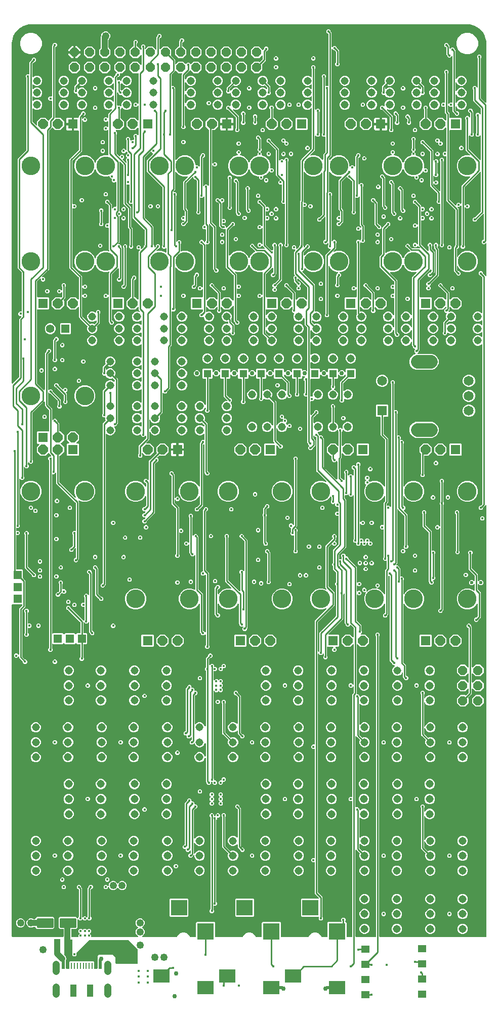
<source format=gbr>
G04 EAGLE Gerber RS-274X export*
G75*
%MOMM*%
%FSLAX34Y34*%
%LPD*%
%INTop Copper*%
%IPPOS*%
%AMOC8*
5,1,8,0,0,1.08239X$1,22.5*%
G01*
%ADD10R,1.650000X1.650000*%
%ADD11P,1.785944X8X112.500000*%
%ADD12C,3.116000*%
%ADD13P,1.785944X8X292.500000*%
%ADD14R,2.800000X2.600000*%
%ADD15R,2.800000X2.200000*%
%ADD16R,2.800000X2.800000*%
%ADD17R,0.520000X1.000000*%
%ADD18R,0.270000X1.000000*%
%ADD19R,1.000000X2.000000*%
%ADD20C,1.158000*%
%ADD21C,1.200000*%
%ADD22C,1.308000*%
%ADD23R,1.400000X1.300000*%
%ADD24R,1.408000X1.408000*%
%ADD25P,1.649562X8X202.500000*%
%ADD26P,1.649562X8X292.500000*%
%ADD27C,1.650000*%
%ADD28C,2.250000*%
%ADD29R,1.308000X1.308000*%
%ADD30R,1.100000X1.000000*%
%ADD31C,1.408000*%
%ADD32C,0.395000*%
%ADD33C,0.450000*%
%ADD34C,0.254000*%
%ADD35C,1.250000*%
%ADD36C,0.750000*%
%ADD37C,0.600000*%
%ADD38C,0.508000*%
%ADD39C,1.016000*%

G36*
X611524Y109010D02*
X611524Y109010D01*
X611588Y109009D01*
X611663Y109030D01*
X611739Y109041D01*
X611798Y109067D01*
X611860Y109084D01*
X611926Y109125D01*
X611996Y109157D01*
X612045Y109199D01*
X612100Y109232D01*
X612152Y109290D01*
X612210Y109340D01*
X612246Y109394D01*
X612289Y109442D01*
X612322Y109511D01*
X612365Y109576D01*
X612384Y109638D01*
X612412Y109695D01*
X612423Y109765D01*
X612447Y109846D01*
X612448Y109931D01*
X612459Y110000D01*
X612459Y612119D01*
X612446Y612214D01*
X612441Y612311D01*
X612426Y612354D01*
X612419Y612399D01*
X612380Y612486D01*
X612348Y612577D01*
X612323Y612611D01*
X612303Y612656D01*
X612220Y612753D01*
X612167Y612826D01*
X611459Y613533D01*
X611459Y616467D01*
X613533Y618541D01*
X616467Y618541D01*
X618541Y616467D01*
X618541Y613533D01*
X617833Y612826D01*
X617776Y612749D01*
X617711Y612678D01*
X617691Y612637D01*
X617664Y612600D01*
X617630Y612510D01*
X617588Y612424D01*
X617582Y612382D01*
X617565Y612337D01*
X617555Y612209D01*
X617541Y612119D01*
X617541Y110000D01*
X617550Y109936D01*
X617549Y109872D01*
X617570Y109797D01*
X617581Y109721D01*
X617607Y109662D01*
X617624Y109600D01*
X617665Y109534D01*
X617697Y109464D01*
X617739Y109415D01*
X617772Y109360D01*
X617830Y109308D01*
X617880Y109250D01*
X617934Y109214D01*
X617982Y109171D01*
X618051Y109138D01*
X618116Y109095D01*
X618178Y109076D01*
X618235Y109048D01*
X618305Y109037D01*
X618386Y109013D01*
X618471Y109012D01*
X618540Y109001D01*
X796000Y109001D01*
X796064Y109010D01*
X796128Y109009D01*
X796203Y109030D01*
X796279Y109041D01*
X796338Y109067D01*
X796400Y109084D01*
X796466Y109125D01*
X796536Y109157D01*
X796585Y109199D01*
X796640Y109232D01*
X796692Y109290D01*
X796750Y109340D01*
X796786Y109394D01*
X796829Y109442D01*
X796862Y109511D01*
X796905Y109576D01*
X796924Y109638D01*
X796952Y109695D01*
X796963Y109765D01*
X796987Y109846D01*
X796988Y109931D01*
X796999Y110000D01*
X796999Y830994D01*
X796995Y831026D01*
X796997Y831058D01*
X796975Y831165D01*
X796959Y831273D01*
X796946Y831302D01*
X796940Y831334D01*
X796888Y831430D01*
X796843Y831530D01*
X796822Y831554D01*
X796807Y831583D01*
X796731Y831661D01*
X796660Y831744D01*
X796633Y831762D01*
X796610Y831785D01*
X796515Y831839D01*
X796424Y831899D01*
X796393Y831908D01*
X796365Y831924D01*
X796259Y831949D01*
X796154Y831981D01*
X796122Y831981D01*
X796091Y831989D01*
X795981Y831983D01*
X795872Y831985D01*
X795841Y831976D01*
X795809Y831975D01*
X795706Y831939D01*
X795600Y831910D01*
X795573Y831893D01*
X795542Y831882D01*
X795469Y831829D01*
X795360Y831761D01*
X795328Y831725D01*
X795293Y831700D01*
X791333Y827740D01*
X791276Y827663D01*
X791211Y827592D01*
X791191Y827551D01*
X791164Y827515D01*
X791130Y827425D01*
X791088Y827338D01*
X791082Y827296D01*
X791065Y827251D01*
X791055Y827123D01*
X791041Y827034D01*
X791041Y826033D01*
X788967Y823959D01*
X786033Y823959D01*
X783959Y826033D01*
X783959Y828967D01*
X786033Y831041D01*
X787034Y831041D01*
X787129Y831054D01*
X787225Y831059D01*
X787268Y831074D01*
X787313Y831081D01*
X787400Y831120D01*
X787491Y831152D01*
X787526Y831177D01*
X787570Y831197D01*
X787667Y831280D01*
X787740Y831333D01*
X789747Y833340D01*
X789804Y833417D01*
X789869Y833488D01*
X789889Y833529D01*
X789916Y833565D01*
X789950Y833655D01*
X789992Y833742D01*
X789998Y833784D01*
X790015Y833829D01*
X790025Y833957D01*
X790039Y834046D01*
X790039Y1100548D01*
X790035Y1100580D01*
X790037Y1100613D01*
X790015Y1100720D01*
X789999Y1100828D01*
X789986Y1100857D01*
X789980Y1100889D01*
X789928Y1100985D01*
X789883Y1101085D01*
X789862Y1101109D01*
X789847Y1101138D01*
X789771Y1101216D01*
X789700Y1101299D01*
X789673Y1101317D01*
X789650Y1101340D01*
X789555Y1101393D01*
X789464Y1101453D01*
X789433Y1101463D01*
X789405Y1101479D01*
X789299Y1101504D01*
X789194Y1101536D01*
X789162Y1101536D01*
X789131Y1101544D01*
X789021Y1101538D01*
X788912Y1101539D01*
X788881Y1101531D01*
X788849Y1101529D01*
X788746Y1101493D01*
X788640Y1101464D01*
X788613Y1101447D01*
X788582Y1101437D01*
X788509Y1101383D01*
X788400Y1101316D01*
X788368Y1101280D01*
X788333Y1101255D01*
X787338Y1100260D01*
X784199Y1098959D01*
X780801Y1098959D01*
X777662Y1100260D01*
X775260Y1102662D01*
X773959Y1105801D01*
X773959Y1109199D01*
X775260Y1112338D01*
X777662Y1114740D01*
X780801Y1116041D01*
X784199Y1116041D01*
X787338Y1114740D01*
X788333Y1113745D01*
X788359Y1113726D01*
X788380Y1113701D01*
X788472Y1113641D01*
X788559Y1113576D01*
X788589Y1113564D01*
X788616Y1113547D01*
X788721Y1113515D01*
X788823Y1113476D01*
X788855Y1113474D01*
X788886Y1113464D01*
X788995Y1113463D01*
X789104Y1113454D01*
X789136Y1113461D01*
X789168Y1113461D01*
X789273Y1113490D01*
X789380Y1113512D01*
X789409Y1113527D01*
X789440Y1113536D01*
X789533Y1113593D01*
X789629Y1113644D01*
X789652Y1113667D01*
X789680Y1113684D01*
X789753Y1113765D01*
X789831Y1113841D01*
X789847Y1113869D01*
X789869Y1113893D01*
X789916Y1113991D01*
X789970Y1114087D01*
X789978Y1114118D01*
X789992Y1114147D01*
X790006Y1114236D01*
X790035Y1114361D01*
X790033Y1114409D01*
X790039Y1114452D01*
X790039Y1120548D01*
X790035Y1120580D01*
X790037Y1120613D01*
X790015Y1120720D01*
X789999Y1120828D01*
X789986Y1120857D01*
X789980Y1120889D01*
X789928Y1120985D01*
X789883Y1121085D01*
X789862Y1121109D01*
X789847Y1121138D01*
X789771Y1121216D01*
X789700Y1121299D01*
X789673Y1121317D01*
X789650Y1121340D01*
X789555Y1121393D01*
X789464Y1121453D01*
X789433Y1121463D01*
X789405Y1121479D01*
X789299Y1121504D01*
X789194Y1121536D01*
X789162Y1121536D01*
X789131Y1121544D01*
X789021Y1121538D01*
X788912Y1121539D01*
X788881Y1121531D01*
X788849Y1121529D01*
X788746Y1121493D01*
X788640Y1121464D01*
X788613Y1121447D01*
X788582Y1121437D01*
X788509Y1121383D01*
X788400Y1121316D01*
X788368Y1121280D01*
X788333Y1121255D01*
X787338Y1120260D01*
X784199Y1118959D01*
X780801Y1118959D01*
X777662Y1120260D01*
X775260Y1122662D01*
X773959Y1125801D01*
X773959Y1129199D01*
X775260Y1132338D01*
X777662Y1134740D01*
X780801Y1136041D01*
X784199Y1136041D01*
X787338Y1134740D01*
X788333Y1133745D01*
X788359Y1133726D01*
X788380Y1133701D01*
X788472Y1133641D01*
X788559Y1133576D01*
X788589Y1133564D01*
X788616Y1133547D01*
X788721Y1133515D01*
X788823Y1133476D01*
X788855Y1133474D01*
X788886Y1133464D01*
X788995Y1133463D01*
X789104Y1133454D01*
X789136Y1133461D01*
X789168Y1133461D01*
X789273Y1133490D01*
X789380Y1133512D01*
X789409Y1133527D01*
X789440Y1133536D01*
X789533Y1133593D01*
X789629Y1133644D01*
X789652Y1133667D01*
X789680Y1133684D01*
X789753Y1133765D01*
X789831Y1133841D01*
X789847Y1133869D01*
X789869Y1133893D01*
X789916Y1133991D01*
X789970Y1134087D01*
X789978Y1134118D01*
X789992Y1134147D01*
X790006Y1134236D01*
X790035Y1134361D01*
X790033Y1134409D01*
X790039Y1134452D01*
X790039Y1140548D01*
X790035Y1140580D01*
X790037Y1140613D01*
X790015Y1140720D01*
X789999Y1140828D01*
X789986Y1140857D01*
X789980Y1140889D01*
X789928Y1140985D01*
X789883Y1141085D01*
X789862Y1141109D01*
X789847Y1141138D01*
X789771Y1141216D01*
X789700Y1141299D01*
X789673Y1141317D01*
X789650Y1141340D01*
X789555Y1141393D01*
X789464Y1141453D01*
X789433Y1141463D01*
X789405Y1141479D01*
X789299Y1141504D01*
X789194Y1141536D01*
X789162Y1141536D01*
X789131Y1141544D01*
X789021Y1141538D01*
X788912Y1141539D01*
X788881Y1141531D01*
X788849Y1141529D01*
X788746Y1141493D01*
X788640Y1141464D01*
X788613Y1141447D01*
X788582Y1141437D01*
X788509Y1141383D01*
X788400Y1141316D01*
X788368Y1141280D01*
X788333Y1141255D01*
X787338Y1140260D01*
X784199Y1138959D01*
X780801Y1138959D01*
X777662Y1140260D01*
X775260Y1142662D01*
X773959Y1145801D01*
X773959Y1149199D01*
X775260Y1152338D01*
X777662Y1154740D01*
X780801Y1156041D01*
X784199Y1156041D01*
X787338Y1154740D01*
X788333Y1153745D01*
X788359Y1153726D01*
X788380Y1153701D01*
X788472Y1153641D01*
X788559Y1153576D01*
X788589Y1153564D01*
X788616Y1153547D01*
X788721Y1153515D01*
X788823Y1153476D01*
X788855Y1153474D01*
X788886Y1153464D01*
X788995Y1153463D01*
X789104Y1153454D01*
X789136Y1153461D01*
X789168Y1153461D01*
X789273Y1153490D01*
X789380Y1153512D01*
X789409Y1153527D01*
X789440Y1153536D01*
X789533Y1153593D01*
X789629Y1153644D01*
X789652Y1153667D01*
X789680Y1153684D01*
X789753Y1153765D01*
X789831Y1153841D01*
X789847Y1153869D01*
X789869Y1153893D01*
X789916Y1153991D01*
X789970Y1154087D01*
X789978Y1154118D01*
X789992Y1154147D01*
X790006Y1154236D01*
X790035Y1154361D01*
X790033Y1154409D01*
X790039Y1154452D01*
X790039Y1213454D01*
X790026Y1213549D01*
X790021Y1213645D01*
X790006Y1213688D01*
X789999Y1213733D01*
X789960Y1213820D01*
X789928Y1213911D01*
X789903Y1213946D01*
X789883Y1213990D01*
X789800Y1214087D01*
X789747Y1214160D01*
X787740Y1216167D01*
X787663Y1216224D01*
X787592Y1216289D01*
X787551Y1216309D01*
X787515Y1216336D01*
X787425Y1216370D01*
X787338Y1216412D01*
X787296Y1216418D01*
X787251Y1216435D01*
X787123Y1216445D01*
X787034Y1216459D01*
X786033Y1216459D01*
X783959Y1218533D01*
X783959Y1221467D01*
X786033Y1223541D01*
X788967Y1223541D01*
X791041Y1221467D01*
X791041Y1220466D01*
X791054Y1220371D01*
X791059Y1220275D01*
X791074Y1220232D01*
X791081Y1220187D01*
X791120Y1220100D01*
X791152Y1220009D01*
X791177Y1219974D01*
X791197Y1219930D01*
X791280Y1219833D01*
X791333Y1219760D01*
X793340Y1217754D01*
X793340Y1217753D01*
X795293Y1215800D01*
X795319Y1215780D01*
X795340Y1215756D01*
X795432Y1215696D01*
X795519Y1215630D01*
X795549Y1215619D01*
X795576Y1215601D01*
X795681Y1215569D01*
X795783Y1215531D01*
X795815Y1215528D01*
X795846Y1215519D01*
X795955Y1215518D01*
X796064Y1215509D01*
X796096Y1215516D01*
X796128Y1215515D01*
X796233Y1215544D01*
X796340Y1215567D01*
X796369Y1215582D01*
X796400Y1215590D01*
X796493Y1215648D01*
X796589Y1215699D01*
X796612Y1215722D01*
X796640Y1215739D01*
X796713Y1215820D01*
X796791Y1215896D01*
X796807Y1215924D01*
X796829Y1215948D01*
X796876Y1216046D01*
X796930Y1216141D01*
X796938Y1216173D01*
X796952Y1216202D01*
X796966Y1216291D01*
X796995Y1216416D01*
X796993Y1216464D01*
X796999Y1216506D01*
X796999Y1269580D01*
X796995Y1269611D01*
X796997Y1269644D01*
X796975Y1269751D01*
X796959Y1269859D01*
X796946Y1269888D01*
X796940Y1269920D01*
X796888Y1270016D01*
X796843Y1270116D01*
X796822Y1270140D01*
X796807Y1270169D01*
X796731Y1270247D01*
X796660Y1270330D01*
X796633Y1270348D01*
X796610Y1270371D01*
X796515Y1270424D01*
X796424Y1270484D01*
X796393Y1270494D01*
X796365Y1270510D01*
X796259Y1270535D01*
X796154Y1270567D01*
X796122Y1270567D01*
X796091Y1270575D01*
X795981Y1270569D01*
X795872Y1270571D01*
X795841Y1270562D01*
X795809Y1270560D01*
X795706Y1270525D01*
X795600Y1270495D01*
X795573Y1270478D01*
X795542Y1270468D01*
X795469Y1270415D01*
X795360Y1270347D01*
X795328Y1270311D01*
X795293Y1270286D01*
X793967Y1268959D01*
X791033Y1268959D01*
X788959Y1271033D01*
X788959Y1273967D01*
X791033Y1276041D01*
X791460Y1276041D01*
X791524Y1276050D01*
X791588Y1276049D01*
X791663Y1276070D01*
X791739Y1276081D01*
X791798Y1276107D01*
X791860Y1276124D01*
X791926Y1276165D01*
X791996Y1276197D01*
X792045Y1276239D01*
X792100Y1276272D01*
X792152Y1276330D01*
X792210Y1276380D01*
X792246Y1276434D01*
X792289Y1276482D01*
X792322Y1276551D01*
X792365Y1276616D01*
X792384Y1276678D01*
X792412Y1276735D01*
X792423Y1276805D01*
X792447Y1276886D01*
X792448Y1276971D01*
X792459Y1277040D01*
X792459Y1318954D01*
X792455Y1318986D01*
X792457Y1319018D01*
X792435Y1319125D01*
X792419Y1319233D01*
X792406Y1319262D01*
X792400Y1319294D01*
X792348Y1319390D01*
X792303Y1319490D01*
X792282Y1319514D01*
X792267Y1319543D01*
X792191Y1319621D01*
X792120Y1319704D01*
X792093Y1319722D01*
X792070Y1319745D01*
X791975Y1319799D01*
X791884Y1319859D01*
X791853Y1319868D01*
X791825Y1319884D01*
X791718Y1319909D01*
X791614Y1319941D01*
X791582Y1319941D01*
X791551Y1319949D01*
X791441Y1319943D01*
X791332Y1319945D01*
X791301Y1319936D01*
X791269Y1319935D01*
X791166Y1319899D01*
X791060Y1319870D01*
X791033Y1319853D01*
X791002Y1319842D01*
X790929Y1319789D01*
X790820Y1319721D01*
X790788Y1319685D01*
X790753Y1319660D01*
X781333Y1310240D01*
X781276Y1310163D01*
X781211Y1310092D01*
X781191Y1310051D01*
X781164Y1310015D01*
X781130Y1309925D01*
X781088Y1309838D01*
X781082Y1309796D01*
X781065Y1309751D01*
X781055Y1309623D01*
X781041Y1309534D01*
X781041Y1308533D01*
X778967Y1306459D01*
X776033Y1306459D01*
X773959Y1308533D01*
X773959Y1311467D01*
X776033Y1313541D01*
X777034Y1313541D01*
X777129Y1313554D01*
X777225Y1313559D01*
X777268Y1313574D01*
X777313Y1313581D01*
X777400Y1313620D01*
X777491Y1313652D01*
X777526Y1313677D01*
X777570Y1313697D01*
X777667Y1313780D01*
X777740Y1313833D01*
X787167Y1323260D01*
X787224Y1323337D01*
X787289Y1323408D01*
X787309Y1323449D01*
X787336Y1323485D01*
X787370Y1323575D01*
X787412Y1323662D01*
X787418Y1323704D01*
X787435Y1323749D01*
X787445Y1323877D01*
X787459Y1323966D01*
X787459Y1389328D01*
X787455Y1389360D01*
X787457Y1389392D01*
X787435Y1389499D01*
X787419Y1389607D01*
X787406Y1389637D01*
X787400Y1389668D01*
X787348Y1389765D01*
X787303Y1389864D01*
X787282Y1389889D01*
X787267Y1389917D01*
X787191Y1389996D01*
X787120Y1390079D01*
X787093Y1390096D01*
X787070Y1390119D01*
X786975Y1390173D01*
X786884Y1390233D01*
X786853Y1390243D01*
X786825Y1390258D01*
X786718Y1390284D01*
X786614Y1390315D01*
X786582Y1390316D01*
X786551Y1390323D01*
X786441Y1390318D01*
X786332Y1390319D01*
X786301Y1390311D01*
X786269Y1390309D01*
X786166Y1390273D01*
X786060Y1390244D01*
X786033Y1390227D01*
X786002Y1390216D01*
X785929Y1390163D01*
X785820Y1390096D01*
X785788Y1390060D01*
X785753Y1390035D01*
X760333Y1364615D01*
X760276Y1364538D01*
X760211Y1364466D01*
X760191Y1364426D01*
X760164Y1364389D01*
X760130Y1364299D01*
X760088Y1364213D01*
X760082Y1364171D01*
X760065Y1364125D01*
X760055Y1363998D01*
X760041Y1363908D01*
X760041Y1334960D01*
X760045Y1334929D01*
X760043Y1334896D01*
X760065Y1334789D01*
X760081Y1334681D01*
X760094Y1334652D01*
X760100Y1334620D01*
X760152Y1334524D01*
X760197Y1334424D01*
X760218Y1334400D01*
X760233Y1334371D01*
X760309Y1334293D01*
X760380Y1334210D01*
X760407Y1334192D01*
X760430Y1334169D01*
X760525Y1334116D01*
X760616Y1334056D01*
X760647Y1334046D01*
X760675Y1334030D01*
X760781Y1334005D01*
X760886Y1333973D01*
X760918Y1333973D01*
X760949Y1333965D01*
X761059Y1333971D01*
X761168Y1333969D01*
X761199Y1333978D01*
X761231Y1333980D01*
X761334Y1334015D01*
X761440Y1334045D01*
X761467Y1334062D01*
X761498Y1334072D01*
X761571Y1334125D01*
X761680Y1334193D01*
X761712Y1334229D01*
X761747Y1334254D01*
X763533Y1336041D01*
X766467Y1336041D01*
X768541Y1333967D01*
X768541Y1331033D01*
X766467Y1328959D01*
X763533Y1328959D01*
X761747Y1330746D01*
X761721Y1330765D01*
X761700Y1330790D01*
X761608Y1330850D01*
X761521Y1330915D01*
X761491Y1330927D01*
X761464Y1330944D01*
X761359Y1330976D01*
X761257Y1331015D01*
X761225Y1331017D01*
X761194Y1331027D01*
X761085Y1331028D01*
X760976Y1331037D01*
X760944Y1331030D01*
X760912Y1331031D01*
X760807Y1331001D01*
X760700Y1330979D01*
X760671Y1330964D01*
X760640Y1330955D01*
X760547Y1330898D01*
X760451Y1330847D01*
X760428Y1330824D01*
X760400Y1330807D01*
X760327Y1330726D01*
X760249Y1330650D01*
X760233Y1330622D01*
X760211Y1330598D01*
X760164Y1330500D01*
X760110Y1330404D01*
X760102Y1330373D01*
X760088Y1330344D01*
X760074Y1330255D01*
X760045Y1330130D01*
X760047Y1330082D01*
X760041Y1330040D01*
X760041Y1267881D01*
X760054Y1267786D01*
X760059Y1267689D01*
X760074Y1267646D01*
X760081Y1267601D01*
X760120Y1267514D01*
X760152Y1267423D01*
X760177Y1267389D01*
X760197Y1267344D01*
X760280Y1267247D01*
X760333Y1267174D01*
X761041Y1266467D01*
X761041Y1263533D01*
X758967Y1261459D01*
X756033Y1261459D01*
X753959Y1263533D01*
X753959Y1266467D01*
X754667Y1267174D01*
X754724Y1267251D01*
X754789Y1267322D01*
X754809Y1267363D01*
X754836Y1267400D01*
X754870Y1267490D01*
X754912Y1267576D01*
X754918Y1267618D01*
X754935Y1267663D01*
X754945Y1267791D01*
X754959Y1267881D01*
X754959Y1332540D01*
X754955Y1332571D01*
X754957Y1332604D01*
X754935Y1332711D01*
X754919Y1332819D01*
X754906Y1332848D01*
X754900Y1332880D01*
X754848Y1332976D01*
X754803Y1333076D01*
X754782Y1333100D01*
X754767Y1333129D01*
X754691Y1333207D01*
X754620Y1333290D01*
X754593Y1333308D01*
X754570Y1333331D01*
X754475Y1333384D01*
X754384Y1333444D01*
X754353Y1333454D01*
X754325Y1333470D01*
X754219Y1333495D01*
X754114Y1333527D01*
X754082Y1333527D01*
X754051Y1333535D01*
X753941Y1333529D01*
X753832Y1333531D01*
X753801Y1333522D01*
X753769Y1333520D01*
X753666Y1333485D01*
X753560Y1333455D01*
X753533Y1333438D01*
X753502Y1333428D01*
X753429Y1333375D01*
X753320Y1333307D01*
X753288Y1333271D01*
X753253Y1333246D01*
X751467Y1331459D01*
X749546Y1331459D01*
X749514Y1331455D01*
X749482Y1331457D01*
X749375Y1331435D01*
X749267Y1331419D01*
X749238Y1331406D01*
X749206Y1331400D01*
X749110Y1331348D01*
X749010Y1331303D01*
X748986Y1331282D01*
X748957Y1331267D01*
X748879Y1331191D01*
X748796Y1331120D01*
X748778Y1331093D01*
X748755Y1331070D01*
X748701Y1330975D01*
X748641Y1330884D01*
X748632Y1330853D01*
X748616Y1330825D01*
X748591Y1330719D01*
X748559Y1330614D01*
X748559Y1330582D01*
X748551Y1330551D01*
X748557Y1330441D01*
X748555Y1330332D01*
X748564Y1330301D01*
X748565Y1330269D01*
X748601Y1330166D01*
X748630Y1330060D01*
X748647Y1330033D01*
X748658Y1330002D01*
X748711Y1329929D01*
X748779Y1329820D01*
X748815Y1329788D01*
X748840Y1329753D01*
X750041Y1328552D01*
X750041Y1267881D01*
X750054Y1267786D01*
X750059Y1267689D01*
X750074Y1267646D01*
X750081Y1267601D01*
X750120Y1267514D01*
X750152Y1267423D01*
X750177Y1267389D01*
X750197Y1267344D01*
X750280Y1267247D01*
X750333Y1267174D01*
X751041Y1266467D01*
X751041Y1263533D01*
X748967Y1261459D01*
X748540Y1261459D01*
X748476Y1261450D01*
X748412Y1261451D01*
X748337Y1261430D01*
X748261Y1261419D01*
X748202Y1261393D01*
X748140Y1261376D01*
X748074Y1261335D01*
X748004Y1261303D01*
X747955Y1261261D01*
X747900Y1261228D01*
X747848Y1261170D01*
X747790Y1261120D01*
X747754Y1261066D01*
X747711Y1261018D01*
X747678Y1260949D01*
X747635Y1260884D01*
X747616Y1260822D01*
X747588Y1260765D01*
X747577Y1260695D01*
X747553Y1260614D01*
X747552Y1260529D01*
X747541Y1260460D01*
X747541Y1248814D01*
X747553Y1248728D01*
X747556Y1248641D01*
X747573Y1248589D01*
X747581Y1248535D01*
X747616Y1248456D01*
X747643Y1248373D01*
X747674Y1248328D01*
X747697Y1248278D01*
X747753Y1248212D01*
X747802Y1248140D01*
X747844Y1248105D01*
X747880Y1248063D01*
X747953Y1248016D01*
X748020Y1247961D01*
X748070Y1247939D01*
X748116Y1247909D01*
X748199Y1247884D01*
X748279Y1247849D01*
X748333Y1247843D01*
X748386Y1247827D01*
X748473Y1247825D01*
X748559Y1247815D01*
X748613Y1247824D01*
X748668Y1247823D01*
X748752Y1247846D01*
X748837Y1247860D01*
X748887Y1247883D01*
X748940Y1247898D01*
X749013Y1247944D01*
X749092Y1247981D01*
X749133Y1248017D01*
X749180Y1248046D01*
X749238Y1248110D01*
X749303Y1248168D01*
X749329Y1248212D01*
X749369Y1248255D01*
X749418Y1248358D01*
X749463Y1248431D01*
X750096Y1249959D01*
X755041Y1254904D01*
X761503Y1257581D01*
X768497Y1257581D01*
X774959Y1254904D01*
X779904Y1249959D01*
X782581Y1243497D01*
X782581Y1236503D01*
X779904Y1230041D01*
X774959Y1225096D01*
X768497Y1222419D01*
X761503Y1222419D01*
X755041Y1225096D01*
X750096Y1230041D01*
X749463Y1231569D01*
X749419Y1231643D01*
X749383Y1231722D01*
X749347Y1231764D01*
X749320Y1231811D01*
X749256Y1231871D01*
X749200Y1231937D01*
X749154Y1231967D01*
X749114Y1232004D01*
X749037Y1232044D01*
X748964Y1232091D01*
X748911Y1232107D01*
X748862Y1232132D01*
X748777Y1232148D01*
X748694Y1232173D01*
X748639Y1232174D01*
X748585Y1232184D01*
X748499Y1232176D01*
X748412Y1232177D01*
X748359Y1232163D01*
X748305Y1232157D01*
X748224Y1232125D01*
X748140Y1232102D01*
X748093Y1232073D01*
X748043Y1232053D01*
X747974Y1232000D01*
X747900Y1231954D01*
X747864Y1231913D01*
X747820Y1231879D01*
X747769Y1231809D01*
X747711Y1231745D01*
X747687Y1231695D01*
X747655Y1231651D01*
X747626Y1231569D01*
X747588Y1231491D01*
X747580Y1231440D01*
X747561Y1231385D01*
X747557Y1231328D01*
X747553Y1231313D01*
X747552Y1231258D01*
X747541Y1231186D01*
X747541Y1226466D01*
X747554Y1226371D01*
X747559Y1226275D01*
X747574Y1226232D01*
X747581Y1226187D01*
X747620Y1226100D01*
X747652Y1226009D01*
X747677Y1225974D01*
X747697Y1225930D01*
X747780Y1225833D01*
X747833Y1225760D01*
X749760Y1223833D01*
X749837Y1223776D01*
X749908Y1223711D01*
X749949Y1223691D01*
X749985Y1223664D01*
X750075Y1223630D01*
X750162Y1223588D01*
X750204Y1223582D01*
X750249Y1223565D01*
X750377Y1223555D01*
X750466Y1223541D01*
X751467Y1223541D01*
X753541Y1221467D01*
X753541Y1218533D01*
X751467Y1216459D01*
X748533Y1216459D01*
X746459Y1218533D01*
X746459Y1219534D01*
X746446Y1219629D01*
X746441Y1219725D01*
X746426Y1219768D01*
X746419Y1219813D01*
X746380Y1219900D01*
X746348Y1219991D01*
X746323Y1220026D01*
X746303Y1220070D01*
X746220Y1220167D01*
X746167Y1220240D01*
X742459Y1223948D01*
X742459Y1263552D01*
X743667Y1264760D01*
X743724Y1264837D01*
X743789Y1264908D01*
X743809Y1264949D01*
X743836Y1264985D01*
X743870Y1265075D01*
X743912Y1265162D01*
X743918Y1265204D01*
X743935Y1265249D01*
X743945Y1265377D01*
X743959Y1265466D01*
X743959Y1266467D01*
X744667Y1267174D01*
X744724Y1267251D01*
X744789Y1267322D01*
X744809Y1267363D01*
X744836Y1267400D01*
X744870Y1267490D01*
X744912Y1267576D01*
X744918Y1267618D01*
X744935Y1267663D01*
X744945Y1267791D01*
X744959Y1267881D01*
X744959Y1326034D01*
X744946Y1326129D01*
X744941Y1326225D01*
X744926Y1326268D01*
X744919Y1326313D01*
X744880Y1326400D01*
X744848Y1326491D01*
X744823Y1326526D01*
X744803Y1326570D01*
X744720Y1326667D01*
X744667Y1326740D01*
X729959Y1341448D01*
X729959Y1415460D01*
X729950Y1415524D01*
X729951Y1415588D01*
X729930Y1415663D01*
X729919Y1415739D01*
X729893Y1415798D01*
X729876Y1415860D01*
X729835Y1415926D01*
X729803Y1415996D01*
X729761Y1416045D01*
X729728Y1416100D01*
X729670Y1416152D01*
X729620Y1416210D01*
X729566Y1416246D01*
X729518Y1416289D01*
X729449Y1416322D01*
X729384Y1416365D01*
X729322Y1416384D01*
X729265Y1416412D01*
X729195Y1416423D01*
X729114Y1416447D01*
X729029Y1416448D01*
X728960Y1416459D01*
X726033Y1416459D01*
X723959Y1418533D01*
X723959Y1421467D01*
X726033Y1423541D01*
X728960Y1423541D01*
X729024Y1423550D01*
X729088Y1423549D01*
X729163Y1423570D01*
X729239Y1423581D01*
X729298Y1423607D01*
X729360Y1423624D01*
X729426Y1423665D01*
X729496Y1423697D01*
X729545Y1423739D01*
X729600Y1423772D01*
X729652Y1423830D01*
X729710Y1423880D01*
X729746Y1423934D01*
X729789Y1423982D01*
X729822Y1424051D01*
X729865Y1424116D01*
X729884Y1424178D01*
X729912Y1424235D01*
X729923Y1424305D01*
X729947Y1424386D01*
X729948Y1424471D01*
X729959Y1424540D01*
X729959Y1463050D01*
X729955Y1463082D01*
X729957Y1463114D01*
X729935Y1463221D01*
X729919Y1463329D01*
X729906Y1463359D01*
X729900Y1463390D01*
X729848Y1463487D01*
X729803Y1463586D01*
X729782Y1463611D01*
X729767Y1463639D01*
X729691Y1463717D01*
X729620Y1463801D01*
X729593Y1463818D01*
X729570Y1463841D01*
X729475Y1463895D01*
X729384Y1463955D01*
X729353Y1463965D01*
X729325Y1463980D01*
X729218Y1464006D01*
X729114Y1464037D01*
X729082Y1464038D01*
X729051Y1464045D01*
X728941Y1464040D01*
X728832Y1464041D01*
X728801Y1464033D01*
X728769Y1464031D01*
X728666Y1463995D01*
X728560Y1463966D01*
X728533Y1463949D01*
X728502Y1463938D01*
X728429Y1463885D01*
X728320Y1463818D01*
X728288Y1463782D01*
X728253Y1463757D01*
X724246Y1459749D01*
X715754Y1459749D01*
X709749Y1465754D01*
X709749Y1474246D01*
X715754Y1480251D01*
X724246Y1480251D01*
X728253Y1476243D01*
X728279Y1476224D01*
X728300Y1476199D01*
X728364Y1476158D01*
X728378Y1476145D01*
X728396Y1476136D01*
X728479Y1476074D01*
X728509Y1476063D01*
X728536Y1476045D01*
X728641Y1476013D01*
X728743Y1475974D01*
X728775Y1475972D01*
X728806Y1475963D01*
X728915Y1475961D01*
X729024Y1475953D01*
X729056Y1475959D01*
X729088Y1475959D01*
X729193Y1475988D01*
X729300Y1476010D01*
X729329Y1476025D01*
X729360Y1476034D01*
X729453Y1476091D01*
X729549Y1476143D01*
X729572Y1476165D01*
X729600Y1476182D01*
X729673Y1476263D01*
X729751Y1476339D01*
X729767Y1476368D01*
X729789Y1476391D01*
X729836Y1476490D01*
X729890Y1476585D01*
X729898Y1476616D01*
X729912Y1476645D01*
X729926Y1476734D01*
X729941Y1476799D01*
X729947Y1476820D01*
X729947Y1476826D01*
X729955Y1476859D01*
X729953Y1476908D01*
X729959Y1476950D01*
X729959Y1486034D01*
X729951Y1486092D01*
X729951Y1486095D01*
X729950Y1486099D01*
X729946Y1486129D01*
X729941Y1486225D01*
X729926Y1486268D01*
X729919Y1486313D01*
X729880Y1486400D01*
X729848Y1486491D01*
X729823Y1486526D01*
X729803Y1486570D01*
X729720Y1486667D01*
X729667Y1486740D01*
X727459Y1488948D01*
X727459Y1497960D01*
X727450Y1498023D01*
X727451Y1498086D01*
X727451Y1498088D01*
X727430Y1498163D01*
X727419Y1498239D01*
X727393Y1498298D01*
X727376Y1498360D01*
X727335Y1498426D01*
X727303Y1498496D01*
X727261Y1498545D01*
X727228Y1498600D01*
X727170Y1498652D01*
X727120Y1498710D01*
X727066Y1498746D01*
X727018Y1498789D01*
X726949Y1498822D01*
X726884Y1498865D01*
X726822Y1498884D01*
X726765Y1498912D01*
X726695Y1498923D01*
X726614Y1498947D01*
X726529Y1498948D01*
X726460Y1498959D01*
X723533Y1498959D01*
X721459Y1501033D01*
X721459Y1503967D01*
X723533Y1506041D01*
X726460Y1506041D01*
X726524Y1506050D01*
X726588Y1506049D01*
X726663Y1506070D01*
X726739Y1506081D01*
X726798Y1506107D01*
X726860Y1506124D01*
X726926Y1506165D01*
X726996Y1506197D01*
X727045Y1506239D01*
X727100Y1506272D01*
X727152Y1506330D01*
X727210Y1506380D01*
X727246Y1506434D01*
X727289Y1506482D01*
X727322Y1506551D01*
X727365Y1506616D01*
X727384Y1506678D01*
X727412Y1506735D01*
X727423Y1506805D01*
X727447Y1506886D01*
X727448Y1506971D01*
X727459Y1507040D01*
X727459Y1554619D01*
X727446Y1554714D01*
X727441Y1554811D01*
X727426Y1554854D01*
X727419Y1554899D01*
X727380Y1554986D01*
X727348Y1555077D01*
X727323Y1555111D01*
X727303Y1555156D01*
X727220Y1555253D01*
X727167Y1555326D01*
X726459Y1556033D01*
X726459Y1558967D01*
X728533Y1561041D01*
X731467Y1561041D01*
X733541Y1558967D01*
X733541Y1556033D01*
X732833Y1555326D01*
X732776Y1555249D01*
X732711Y1555178D01*
X732691Y1555137D01*
X732664Y1555100D01*
X732630Y1555010D01*
X732588Y1554924D01*
X732582Y1554882D01*
X732565Y1554837D01*
X732555Y1554709D01*
X732541Y1554619D01*
X732541Y1504960D01*
X732545Y1504929D01*
X732543Y1504896D01*
X732565Y1504789D01*
X732581Y1504681D01*
X732594Y1504652D01*
X732600Y1504620D01*
X732652Y1504524D01*
X732697Y1504424D01*
X732718Y1504400D01*
X732733Y1504371D01*
X732809Y1504293D01*
X732880Y1504210D01*
X732907Y1504192D01*
X732930Y1504169D01*
X733025Y1504116D01*
X733116Y1504056D01*
X733147Y1504046D01*
X733175Y1504030D01*
X733281Y1504005D01*
X733386Y1503973D01*
X733418Y1503973D01*
X733449Y1503965D01*
X733559Y1503971D01*
X733668Y1503969D01*
X733699Y1503978D01*
X733731Y1503980D01*
X733834Y1504015D01*
X733940Y1504045D01*
X733967Y1504062D01*
X733998Y1504072D01*
X734071Y1504125D01*
X734180Y1504193D01*
X734212Y1504229D01*
X734247Y1504254D01*
X736033Y1506041D01*
X739170Y1506041D01*
X739234Y1506050D01*
X739298Y1506049D01*
X739373Y1506070D01*
X739449Y1506081D01*
X739508Y1506107D01*
X739570Y1506124D01*
X739636Y1506165D01*
X739706Y1506197D01*
X739755Y1506239D01*
X739810Y1506272D01*
X739862Y1506330D01*
X739920Y1506380D01*
X739956Y1506434D01*
X739999Y1506482D01*
X740032Y1506551D01*
X740075Y1506616D01*
X740094Y1506678D01*
X740122Y1506735D01*
X740133Y1506805D01*
X740157Y1506886D01*
X740158Y1506971D01*
X740169Y1507040D01*
X740169Y1582750D01*
X740165Y1582781D01*
X740167Y1582814D01*
X740145Y1582921D01*
X740129Y1583029D01*
X740116Y1583058D01*
X740110Y1583090D01*
X740058Y1583186D01*
X740013Y1583286D01*
X739992Y1583310D01*
X739977Y1583339D01*
X739901Y1583417D01*
X739830Y1583500D01*
X739803Y1583518D01*
X739780Y1583541D01*
X739685Y1583594D01*
X739594Y1583654D01*
X739563Y1583664D01*
X739535Y1583680D01*
X739429Y1583705D01*
X739324Y1583737D01*
X739292Y1583737D01*
X739261Y1583745D01*
X739151Y1583739D01*
X739042Y1583741D01*
X739011Y1583732D01*
X738979Y1583730D01*
X738876Y1583695D01*
X738770Y1583665D01*
X738743Y1583648D01*
X738712Y1583638D01*
X738639Y1583585D01*
X738530Y1583517D01*
X738498Y1583481D01*
X738463Y1583456D01*
X736467Y1581459D01*
X733533Y1581459D01*
X731459Y1583533D01*
X731459Y1584534D01*
X731446Y1584629D01*
X731441Y1584725D01*
X731426Y1584768D01*
X731419Y1584813D01*
X731380Y1584900D01*
X731348Y1584991D01*
X731323Y1585026D01*
X731303Y1585070D01*
X731220Y1585167D01*
X731167Y1585240D01*
X729959Y1586448D01*
X729959Y1597960D01*
X729950Y1598024D01*
X729951Y1598088D01*
X729930Y1598163D01*
X729919Y1598239D01*
X729893Y1598298D01*
X729876Y1598360D01*
X729835Y1598426D01*
X729803Y1598496D01*
X729761Y1598545D01*
X729728Y1598600D01*
X729670Y1598652D01*
X729620Y1598710D01*
X729566Y1598746D01*
X729518Y1598789D01*
X729449Y1598822D01*
X729384Y1598865D01*
X729322Y1598884D01*
X729265Y1598912D01*
X729195Y1598923D01*
X729114Y1598947D01*
X729029Y1598948D01*
X728960Y1598959D01*
X728533Y1598959D01*
X726459Y1601033D01*
X726459Y1603967D01*
X728533Y1606041D01*
X731467Y1606041D01*
X733541Y1603967D01*
X733541Y1602966D01*
X733554Y1602871D01*
X733559Y1602775D01*
X733574Y1602732D01*
X733581Y1602687D01*
X733620Y1602600D01*
X733652Y1602509D01*
X733677Y1602474D01*
X733697Y1602430D01*
X733780Y1602333D01*
X733833Y1602260D01*
X735041Y1601052D01*
X735041Y1597250D01*
X735045Y1597219D01*
X735043Y1597186D01*
X735065Y1597079D01*
X735081Y1596971D01*
X735094Y1596942D01*
X735100Y1596910D01*
X735152Y1596814D01*
X735197Y1596714D01*
X735218Y1596690D01*
X735233Y1596661D01*
X735309Y1596583D01*
X735380Y1596500D01*
X735407Y1596482D01*
X735430Y1596459D01*
X735525Y1596406D01*
X735616Y1596346D01*
X735647Y1596336D01*
X735675Y1596320D01*
X735781Y1596295D01*
X735886Y1596263D01*
X735918Y1596263D01*
X735949Y1596255D01*
X736059Y1596261D01*
X736168Y1596259D01*
X736199Y1596268D01*
X736231Y1596270D01*
X736334Y1596305D01*
X736440Y1596335D01*
X736467Y1596352D01*
X736498Y1596362D01*
X736571Y1596415D01*
X736680Y1596483D01*
X736712Y1596519D01*
X736747Y1596544D01*
X738743Y1598541D01*
X741677Y1598541D01*
X743751Y1596467D01*
X743751Y1595466D01*
X743764Y1595371D01*
X743769Y1595275D01*
X743784Y1595232D01*
X743791Y1595187D01*
X743830Y1595100D01*
X743862Y1595009D01*
X743887Y1594974D01*
X743907Y1594930D01*
X743990Y1594833D01*
X744043Y1594760D01*
X745251Y1593552D01*
X745251Y1546305D01*
X745263Y1546219D01*
X745266Y1546132D01*
X745283Y1546080D01*
X745291Y1546026D01*
X745326Y1545946D01*
X745353Y1545864D01*
X745384Y1545819D01*
X745407Y1545769D01*
X745463Y1545703D01*
X745512Y1545631D01*
X745554Y1545596D01*
X745590Y1545554D01*
X745663Y1545507D01*
X745730Y1545452D01*
X745780Y1545430D01*
X745826Y1545400D01*
X745909Y1545374D01*
X745989Y1545340D01*
X746043Y1545333D01*
X746096Y1545317D01*
X746183Y1545316D01*
X746269Y1545306D01*
X746323Y1545314D01*
X746378Y1545314D01*
X746462Y1545337D01*
X746547Y1545351D01*
X746597Y1545374D01*
X746650Y1545389D01*
X746724Y1545435D01*
X746802Y1545472D01*
X746843Y1545508D01*
X746890Y1545537D01*
X746948Y1545601D01*
X747013Y1545659D01*
X747039Y1545703D01*
X747079Y1545746D01*
X747128Y1545849D01*
X747173Y1545922D01*
X747760Y1547338D01*
X750162Y1549740D01*
X753301Y1551041D01*
X756699Y1551041D01*
X759838Y1549740D01*
X762240Y1547338D01*
X763541Y1544199D01*
X763541Y1540801D01*
X762240Y1537662D01*
X759838Y1535260D01*
X756699Y1533959D01*
X753301Y1533959D01*
X750162Y1535260D01*
X747760Y1537662D01*
X747173Y1539078D01*
X747129Y1539152D01*
X747093Y1539231D01*
X747057Y1539273D01*
X747030Y1539320D01*
X746966Y1539380D01*
X746910Y1539446D01*
X746864Y1539476D01*
X746824Y1539513D01*
X746747Y1539553D01*
X746674Y1539600D01*
X746621Y1539616D01*
X746572Y1539641D01*
X746487Y1539657D01*
X746404Y1539683D01*
X746349Y1539683D01*
X746295Y1539693D01*
X746209Y1539685D01*
X746122Y1539686D01*
X746069Y1539672D01*
X746015Y1539666D01*
X745934Y1539634D01*
X745850Y1539611D01*
X745803Y1539582D01*
X745753Y1539562D01*
X745684Y1539509D01*
X745610Y1539463D01*
X745574Y1539422D01*
X745530Y1539388D01*
X745479Y1539318D01*
X745421Y1539254D01*
X745397Y1539204D01*
X745365Y1539160D01*
X745336Y1539078D01*
X745298Y1539000D01*
X745290Y1538949D01*
X745271Y1538894D01*
X745264Y1538780D01*
X745251Y1538695D01*
X745251Y1526305D01*
X745263Y1526219D01*
X745266Y1526132D01*
X745283Y1526080D01*
X745291Y1526026D01*
X745326Y1525946D01*
X745353Y1525864D01*
X745384Y1525819D01*
X745407Y1525769D01*
X745463Y1525703D01*
X745512Y1525631D01*
X745554Y1525596D01*
X745590Y1525554D01*
X745663Y1525507D01*
X745730Y1525452D01*
X745780Y1525430D01*
X745826Y1525400D01*
X745909Y1525374D01*
X745989Y1525340D01*
X746043Y1525333D01*
X746096Y1525317D01*
X746183Y1525316D01*
X746269Y1525306D01*
X746323Y1525314D01*
X746378Y1525314D01*
X746462Y1525337D01*
X746547Y1525351D01*
X746597Y1525374D01*
X746650Y1525389D01*
X746724Y1525435D01*
X746802Y1525472D01*
X746843Y1525508D01*
X746890Y1525537D01*
X746948Y1525601D01*
X747013Y1525659D01*
X747039Y1525703D01*
X747079Y1525746D01*
X747128Y1525849D01*
X747173Y1525922D01*
X747760Y1527338D01*
X750162Y1529740D01*
X753301Y1531041D01*
X756699Y1531041D01*
X759838Y1529740D01*
X762240Y1527338D01*
X763541Y1524199D01*
X763541Y1520801D01*
X762240Y1517662D01*
X759838Y1515260D01*
X756699Y1513959D01*
X753301Y1513959D01*
X750162Y1515260D01*
X747760Y1517662D01*
X747173Y1519078D01*
X747129Y1519152D01*
X747093Y1519231D01*
X747057Y1519273D01*
X747030Y1519320D01*
X746966Y1519380D01*
X746910Y1519446D01*
X746864Y1519476D01*
X746824Y1519513D01*
X746747Y1519553D01*
X746674Y1519600D01*
X746621Y1519616D01*
X746572Y1519641D01*
X746487Y1519657D01*
X746404Y1519683D01*
X746349Y1519683D01*
X746295Y1519693D01*
X746209Y1519685D01*
X746122Y1519686D01*
X746069Y1519672D01*
X746015Y1519666D01*
X745934Y1519634D01*
X745850Y1519611D01*
X745803Y1519582D01*
X745753Y1519562D01*
X745684Y1519509D01*
X745610Y1519463D01*
X745574Y1519422D01*
X745530Y1519388D01*
X745479Y1519318D01*
X745421Y1519254D01*
X745397Y1519204D01*
X745365Y1519160D01*
X745336Y1519078D01*
X745298Y1519000D01*
X745290Y1518949D01*
X745271Y1518894D01*
X745264Y1518780D01*
X745251Y1518695D01*
X745251Y1506305D01*
X745263Y1506219D01*
X745266Y1506132D01*
X745283Y1506080D01*
X745291Y1506026D01*
X745326Y1505946D01*
X745353Y1505864D01*
X745384Y1505819D01*
X745407Y1505769D01*
X745463Y1505703D01*
X745512Y1505631D01*
X745554Y1505596D01*
X745590Y1505554D01*
X745663Y1505507D01*
X745730Y1505452D01*
X745780Y1505430D01*
X745826Y1505400D01*
X745909Y1505374D01*
X745989Y1505340D01*
X746043Y1505333D01*
X746096Y1505317D01*
X746183Y1505316D01*
X746269Y1505306D01*
X746323Y1505314D01*
X746378Y1505314D01*
X746462Y1505337D01*
X746547Y1505351D01*
X746597Y1505374D01*
X746650Y1505389D01*
X746724Y1505435D01*
X746802Y1505472D01*
X746843Y1505508D01*
X746890Y1505537D01*
X746948Y1505601D01*
X747013Y1505659D01*
X747039Y1505703D01*
X747079Y1505746D01*
X747128Y1505849D01*
X747173Y1505922D01*
X747760Y1507338D01*
X750162Y1509740D01*
X753301Y1511041D01*
X756699Y1511041D01*
X759838Y1509740D01*
X762240Y1507338D01*
X763541Y1504199D01*
X763541Y1500801D01*
X762240Y1497662D01*
X759838Y1495260D01*
X756699Y1493959D01*
X753301Y1493959D01*
X750162Y1495260D01*
X747760Y1497662D01*
X747173Y1499078D01*
X747129Y1499152D01*
X747093Y1499231D01*
X747057Y1499273D01*
X747030Y1499320D01*
X746966Y1499380D01*
X746910Y1499446D01*
X746864Y1499476D01*
X746824Y1499513D01*
X746747Y1499553D01*
X746674Y1499600D01*
X746621Y1499616D01*
X746572Y1499641D01*
X746487Y1499657D01*
X746404Y1499683D01*
X746349Y1499683D01*
X746295Y1499693D01*
X746209Y1499685D01*
X746122Y1499686D01*
X746069Y1499672D01*
X746015Y1499666D01*
X745934Y1499634D01*
X745850Y1499611D01*
X745803Y1499582D01*
X745753Y1499562D01*
X745684Y1499509D01*
X745610Y1499463D01*
X745574Y1499422D01*
X745530Y1499388D01*
X745479Y1499318D01*
X745421Y1499254D01*
X745397Y1499204D01*
X745365Y1499160D01*
X745336Y1499078D01*
X745298Y1499000D01*
X745290Y1498949D01*
X745271Y1498894D01*
X745264Y1498780D01*
X745251Y1498695D01*
X745251Y1493756D01*
X745264Y1493661D01*
X745269Y1493565D01*
X745284Y1493522D01*
X745291Y1493477D01*
X745330Y1493390D01*
X745362Y1493299D01*
X745387Y1493264D01*
X745407Y1493220D01*
X745490Y1493123D01*
X745543Y1493050D01*
X747260Y1491333D01*
X747337Y1491276D01*
X747408Y1491211D01*
X747449Y1491191D01*
X747485Y1491164D01*
X747575Y1491130D01*
X747662Y1491088D01*
X747704Y1491082D01*
X747749Y1491065D01*
X747877Y1491055D01*
X747966Y1491041D01*
X748967Y1491041D01*
X751041Y1488967D01*
X751041Y1486033D01*
X748967Y1483959D01*
X746033Y1483959D01*
X743959Y1486033D01*
X743959Y1487034D01*
X743951Y1487092D01*
X743951Y1487094D01*
X743950Y1487098D01*
X743946Y1487129D01*
X743941Y1487225D01*
X743926Y1487268D01*
X743919Y1487313D01*
X743880Y1487400D01*
X743848Y1487491D01*
X743823Y1487526D01*
X743803Y1487570D01*
X743720Y1487667D01*
X743667Y1487740D01*
X740169Y1491238D01*
X740169Y1497960D01*
X740160Y1498023D01*
X740161Y1498086D01*
X740161Y1498088D01*
X740140Y1498163D01*
X740129Y1498239D01*
X740103Y1498298D01*
X740086Y1498360D01*
X740045Y1498426D01*
X740013Y1498496D01*
X739971Y1498545D01*
X739938Y1498600D01*
X739880Y1498652D01*
X739830Y1498710D01*
X739776Y1498746D01*
X739728Y1498789D01*
X739659Y1498822D01*
X739594Y1498865D01*
X739532Y1498884D01*
X739475Y1498912D01*
X739405Y1498923D01*
X739324Y1498947D01*
X739239Y1498948D01*
X739170Y1498959D01*
X736033Y1498959D01*
X734247Y1500746D01*
X734221Y1500765D01*
X734200Y1500790D01*
X734108Y1500850D01*
X734021Y1500915D01*
X733991Y1500927D01*
X733964Y1500944D01*
X733859Y1500976D01*
X733757Y1501015D01*
X733725Y1501017D01*
X733694Y1501027D01*
X733585Y1501028D01*
X733476Y1501037D01*
X733444Y1501030D01*
X733412Y1501031D01*
X733307Y1501001D01*
X733200Y1500979D01*
X733171Y1500964D01*
X733140Y1500955D01*
X733047Y1500898D01*
X732951Y1500847D01*
X732928Y1500824D01*
X732900Y1500807D01*
X732827Y1500726D01*
X732749Y1500650D01*
X732733Y1500622D01*
X732711Y1500598D01*
X732664Y1500500D01*
X732610Y1500404D01*
X732602Y1500373D01*
X732588Y1500344D01*
X732574Y1500255D01*
X732545Y1500130D01*
X732547Y1500082D01*
X732541Y1500040D01*
X732541Y1491466D01*
X732554Y1491371D01*
X732559Y1491275D01*
X732574Y1491232D01*
X732581Y1491187D01*
X732620Y1491100D01*
X732652Y1491009D01*
X732677Y1490974D01*
X732697Y1490930D01*
X732780Y1490833D01*
X732833Y1490760D01*
X733260Y1490333D01*
X735041Y1488552D01*
X735041Y1481250D01*
X735050Y1481186D01*
X735049Y1481122D01*
X735070Y1481047D01*
X735081Y1480971D01*
X735107Y1480912D01*
X735124Y1480850D01*
X735165Y1480784D01*
X735197Y1480714D01*
X735239Y1480665D01*
X735272Y1480610D01*
X735330Y1480558D01*
X735380Y1480500D01*
X735434Y1480464D01*
X735482Y1480421D01*
X735551Y1480388D01*
X735616Y1480345D01*
X735678Y1480326D01*
X735735Y1480298D01*
X735805Y1480287D01*
X735886Y1480263D01*
X735971Y1480262D01*
X736040Y1480251D01*
X754079Y1480251D01*
X755251Y1479079D01*
X755251Y1460921D01*
X754079Y1459749D01*
X736040Y1459749D01*
X735976Y1459740D01*
X735912Y1459741D01*
X735837Y1459720D01*
X735761Y1459709D01*
X735702Y1459683D01*
X735640Y1459666D01*
X735574Y1459625D01*
X735504Y1459593D01*
X735455Y1459551D01*
X735400Y1459518D01*
X735348Y1459460D01*
X735290Y1459410D01*
X735254Y1459356D01*
X735211Y1459308D01*
X735178Y1459239D01*
X735135Y1459174D01*
X735116Y1459112D01*
X735088Y1459055D01*
X735077Y1458985D01*
X735053Y1458904D01*
X735052Y1458819D01*
X735041Y1458750D01*
X735041Y1343966D01*
X735054Y1343871D01*
X735059Y1343775D01*
X735074Y1343732D01*
X735081Y1343687D01*
X735120Y1343600D01*
X735152Y1343509D01*
X735177Y1343474D01*
X735197Y1343430D01*
X735280Y1343333D01*
X735333Y1343260D01*
X744753Y1333840D01*
X744779Y1333820D01*
X744800Y1333796D01*
X744892Y1333736D01*
X744979Y1333670D01*
X745009Y1333659D01*
X745036Y1333641D01*
X745141Y1333609D01*
X745243Y1333571D01*
X745275Y1333568D01*
X745306Y1333559D01*
X745415Y1333558D01*
X745524Y1333549D01*
X745556Y1333556D01*
X745588Y1333555D01*
X745693Y1333584D01*
X745800Y1333607D01*
X745829Y1333622D01*
X745860Y1333630D01*
X745953Y1333688D01*
X746049Y1333739D01*
X746072Y1333762D01*
X746100Y1333779D01*
X746173Y1333860D01*
X746251Y1333936D01*
X746267Y1333964D01*
X746289Y1333988D01*
X746336Y1334086D01*
X746390Y1334181D01*
X746398Y1334213D01*
X746412Y1334242D01*
X746426Y1334331D01*
X746455Y1334456D01*
X746453Y1334504D01*
X746459Y1334546D01*
X746459Y1336467D01*
X748533Y1338541D01*
X751467Y1338541D01*
X753253Y1336754D01*
X753279Y1336735D01*
X753300Y1336710D01*
X753392Y1336650D01*
X753479Y1336585D01*
X753509Y1336573D01*
X753536Y1336556D01*
X753641Y1336524D01*
X753743Y1336485D01*
X753775Y1336483D01*
X753806Y1336473D01*
X753915Y1336472D01*
X754024Y1336463D01*
X754056Y1336470D01*
X754088Y1336469D01*
X754193Y1336499D01*
X754300Y1336521D01*
X754329Y1336536D01*
X754360Y1336545D01*
X754453Y1336602D01*
X754549Y1336653D01*
X754572Y1336676D01*
X754600Y1336693D01*
X754673Y1336774D01*
X754751Y1336850D01*
X754767Y1336878D01*
X754789Y1336902D01*
X754836Y1337000D01*
X754890Y1337096D01*
X754898Y1337127D01*
X754912Y1337156D01*
X754926Y1337245D01*
X754955Y1337370D01*
X754953Y1337418D01*
X754959Y1337460D01*
X754959Y1366427D01*
X769246Y1380713D01*
X769265Y1380739D01*
X769290Y1380760D01*
X769350Y1380852D01*
X769415Y1380939D01*
X769427Y1380969D01*
X769444Y1380996D01*
X769476Y1381101D01*
X769515Y1381203D01*
X769517Y1381235D01*
X769527Y1381266D01*
X769528Y1381375D01*
X769536Y1381484D01*
X769530Y1381516D01*
X769530Y1381548D01*
X769501Y1381653D01*
X769479Y1381760D01*
X769464Y1381789D01*
X769455Y1381820D01*
X769398Y1381913D01*
X769346Y1382009D01*
X769324Y1382032D01*
X769307Y1382060D01*
X769226Y1382133D01*
X769150Y1382211D01*
X769122Y1382227D01*
X769098Y1382249D01*
X768999Y1382296D01*
X768904Y1382350D01*
X768873Y1382358D01*
X768844Y1382372D01*
X768755Y1382386D01*
X768630Y1382415D01*
X768581Y1382413D01*
X768539Y1382419D01*
X761503Y1382419D01*
X755041Y1385096D01*
X750096Y1390041D01*
X747419Y1396503D01*
X747419Y1403497D01*
X750096Y1409959D01*
X755041Y1414904D01*
X761503Y1417581D01*
X768539Y1417581D01*
X768571Y1417585D01*
X768603Y1417583D01*
X768710Y1417605D01*
X768819Y1417621D01*
X768848Y1417634D01*
X768879Y1417640D01*
X768976Y1417692D01*
X769075Y1417737D01*
X769100Y1417758D01*
X769128Y1417773D01*
X769207Y1417849D01*
X769290Y1417920D01*
X769307Y1417947D01*
X769330Y1417970D01*
X769384Y1418065D01*
X769444Y1418156D01*
X769454Y1418187D01*
X769470Y1418215D01*
X769495Y1418322D01*
X769527Y1418426D01*
X769527Y1418458D01*
X769534Y1418489D01*
X769529Y1418599D01*
X769530Y1418708D01*
X769522Y1418739D01*
X769520Y1418771D01*
X769484Y1418874D01*
X769455Y1418980D01*
X769438Y1419007D01*
X769428Y1419038D01*
X769374Y1419111D01*
X769307Y1419220D01*
X769271Y1419252D01*
X769246Y1419287D01*
X762459Y1426073D01*
X762459Y1477119D01*
X762446Y1477214D01*
X762441Y1477311D01*
X762426Y1477354D01*
X762419Y1477399D01*
X762380Y1477486D01*
X762348Y1477577D01*
X762323Y1477611D01*
X762303Y1477656D01*
X762220Y1477753D01*
X762167Y1477826D01*
X761459Y1478533D01*
X761459Y1481467D01*
X763533Y1483541D01*
X766467Y1483541D01*
X768253Y1481754D01*
X768279Y1481735D01*
X768300Y1481710D01*
X768392Y1481650D01*
X768479Y1481585D01*
X768509Y1481573D01*
X768536Y1481556D01*
X768641Y1481524D01*
X768743Y1481485D01*
X768775Y1481483D01*
X768806Y1481473D01*
X768915Y1481472D01*
X769024Y1481463D01*
X769056Y1481470D01*
X769088Y1481469D01*
X769193Y1481499D01*
X769300Y1481521D01*
X769329Y1481536D01*
X769360Y1481545D01*
X769453Y1481602D01*
X769549Y1481653D01*
X769572Y1481676D01*
X769600Y1481693D01*
X769673Y1481774D01*
X769751Y1481850D01*
X769767Y1481878D01*
X769789Y1481902D01*
X769836Y1482000D01*
X769890Y1482096D01*
X769898Y1482127D01*
X769912Y1482156D01*
X769926Y1482245D01*
X769955Y1482370D01*
X769953Y1482418D01*
X769959Y1482460D01*
X769959Y1487960D01*
X769950Y1488024D01*
X769951Y1488088D01*
X769930Y1488163D01*
X769919Y1488239D01*
X769893Y1488298D01*
X769876Y1488360D01*
X769835Y1488426D01*
X769803Y1488496D01*
X769761Y1488545D01*
X769728Y1488600D01*
X769670Y1488652D01*
X769620Y1488710D01*
X769566Y1488746D01*
X769518Y1488789D01*
X769449Y1488822D01*
X769384Y1488865D01*
X769322Y1488884D01*
X769265Y1488912D01*
X769195Y1488923D01*
X769114Y1488947D01*
X769029Y1488948D01*
X768960Y1488959D01*
X768533Y1488959D01*
X766459Y1491033D01*
X766459Y1493967D01*
X768533Y1496041D01*
X771467Y1496041D01*
X773541Y1493967D01*
X773541Y1492966D01*
X773554Y1492874D01*
X773553Y1492834D01*
X773557Y1492821D01*
X773559Y1492775D01*
X773574Y1492732D01*
X773581Y1492687D01*
X773615Y1492611D01*
X773628Y1492562D01*
X773639Y1492545D01*
X773652Y1492509D01*
X773677Y1492474D01*
X773697Y1492430D01*
X773744Y1492374D01*
X773777Y1492322D01*
X773809Y1492293D01*
X773833Y1492260D01*
X775041Y1491052D01*
X775041Y1455381D01*
X775054Y1455286D01*
X775059Y1455189D01*
X775074Y1455146D01*
X775081Y1455101D01*
X775120Y1455014D01*
X775152Y1454923D01*
X775177Y1454889D01*
X775197Y1454844D01*
X775280Y1454747D01*
X775333Y1454674D01*
X776041Y1453967D01*
X776041Y1451033D01*
X773967Y1448959D01*
X771033Y1448959D01*
X769247Y1450746D01*
X769221Y1450765D01*
X769200Y1450790D01*
X769108Y1450850D01*
X769021Y1450915D01*
X768991Y1450927D01*
X768964Y1450944D01*
X768859Y1450976D01*
X768757Y1451015D01*
X768725Y1451017D01*
X768694Y1451027D01*
X768585Y1451028D01*
X768476Y1451037D01*
X768444Y1451030D01*
X768412Y1451031D01*
X768307Y1451001D01*
X768200Y1450979D01*
X768171Y1450964D01*
X768140Y1450955D01*
X768047Y1450898D01*
X767951Y1450847D01*
X767928Y1450824D01*
X767900Y1450807D01*
X767827Y1450726D01*
X767749Y1450650D01*
X767733Y1450622D01*
X767711Y1450598D01*
X767664Y1450500D01*
X767610Y1450404D01*
X767602Y1450373D01*
X767588Y1450344D01*
X767574Y1450255D01*
X767545Y1450130D01*
X767547Y1450082D01*
X767541Y1450040D01*
X767541Y1428592D01*
X767554Y1428497D01*
X767559Y1428401D01*
X767574Y1428358D01*
X767581Y1428313D01*
X767620Y1428225D01*
X767652Y1428134D01*
X767677Y1428100D01*
X767697Y1428056D01*
X767780Y1427958D01*
X767833Y1427885D01*
X785753Y1409965D01*
X785779Y1409946D01*
X785800Y1409921D01*
X785892Y1409861D01*
X785979Y1409796D01*
X786009Y1409785D01*
X786036Y1409767D01*
X786141Y1409735D01*
X786243Y1409696D01*
X786275Y1409694D01*
X786306Y1409685D01*
X786415Y1409683D01*
X786524Y1409675D01*
X786556Y1409681D01*
X786588Y1409681D01*
X786693Y1409710D01*
X786800Y1409732D01*
X786829Y1409747D01*
X786860Y1409756D01*
X786953Y1409813D01*
X787049Y1409865D01*
X787072Y1409887D01*
X787100Y1409904D01*
X787173Y1409985D01*
X787251Y1410061D01*
X787267Y1410090D01*
X787289Y1410113D01*
X787336Y1410212D01*
X787390Y1410307D01*
X787398Y1410338D01*
X787412Y1410367D01*
X787426Y1410456D01*
X787455Y1410581D01*
X787453Y1410630D01*
X787459Y1410672D01*
X787459Y1450040D01*
X787455Y1450071D01*
X787457Y1450104D01*
X787435Y1450211D01*
X787419Y1450319D01*
X787406Y1450348D01*
X787400Y1450380D01*
X787348Y1450476D01*
X787303Y1450576D01*
X787282Y1450600D01*
X787267Y1450629D01*
X787191Y1450707D01*
X787120Y1450790D01*
X787093Y1450808D01*
X787070Y1450831D01*
X786975Y1450884D01*
X786884Y1450944D01*
X786853Y1450954D01*
X786825Y1450970D01*
X786719Y1450995D01*
X786614Y1451027D01*
X786582Y1451027D01*
X786551Y1451035D01*
X786441Y1451029D01*
X786332Y1451031D01*
X786301Y1451022D01*
X786269Y1451020D01*
X786166Y1450985D01*
X786060Y1450955D01*
X786033Y1450938D01*
X786002Y1450928D01*
X785929Y1450875D01*
X785820Y1450807D01*
X785788Y1450771D01*
X785753Y1450746D01*
X783967Y1448959D01*
X781033Y1448959D01*
X778959Y1451033D01*
X778959Y1453967D01*
X779667Y1454674D01*
X779724Y1454751D01*
X779789Y1454822D01*
X779809Y1454863D01*
X779836Y1454900D01*
X779870Y1454990D01*
X779912Y1455076D01*
X779918Y1455118D01*
X779935Y1455163D01*
X779945Y1455291D01*
X779959Y1455381D01*
X779959Y1482119D01*
X779946Y1482214D01*
X779941Y1482311D01*
X779926Y1482354D01*
X779919Y1482399D01*
X779880Y1482486D01*
X779848Y1482577D01*
X779823Y1482611D01*
X779803Y1482656D01*
X779720Y1482753D01*
X779667Y1482826D01*
X778959Y1483533D01*
X778959Y1486467D01*
X781033Y1488541D01*
X783967Y1488541D01*
X785753Y1486754D01*
X785779Y1486735D01*
X785800Y1486710D01*
X785892Y1486650D01*
X785979Y1486585D01*
X786009Y1486573D01*
X786036Y1486556D01*
X786141Y1486524D01*
X786243Y1486485D01*
X786275Y1486483D01*
X786306Y1486473D01*
X786415Y1486472D01*
X786524Y1486463D01*
X786556Y1486470D01*
X786588Y1486469D01*
X786693Y1486499D01*
X786800Y1486521D01*
X786829Y1486536D01*
X786860Y1486545D01*
X786953Y1486602D01*
X787049Y1486653D01*
X787072Y1486676D01*
X787100Y1486693D01*
X787173Y1486774D01*
X787251Y1486850D01*
X787267Y1486878D01*
X787289Y1486902D01*
X787336Y1487000D01*
X787390Y1487096D01*
X787398Y1487127D01*
X787412Y1487156D01*
X787426Y1487245D01*
X787455Y1487370D01*
X787453Y1487418D01*
X787459Y1487460D01*
X787459Y1496034D01*
X787446Y1496129D01*
X787441Y1496225D01*
X787426Y1496268D01*
X787419Y1496313D01*
X787380Y1496400D01*
X787348Y1496491D01*
X787323Y1496526D01*
X787303Y1496570D01*
X787220Y1496667D01*
X787167Y1496740D01*
X774959Y1508948D01*
X774959Y1527119D01*
X774946Y1527214D01*
X774941Y1527311D01*
X774926Y1527354D01*
X774919Y1527399D01*
X774880Y1527486D01*
X774848Y1527577D01*
X774823Y1527611D01*
X774803Y1527656D01*
X774720Y1527753D01*
X774667Y1527826D01*
X773959Y1528533D01*
X773959Y1531467D01*
X776033Y1533541D01*
X778967Y1533541D01*
X780753Y1531754D01*
X780779Y1531735D01*
X780800Y1531710D01*
X780892Y1531650D01*
X780979Y1531585D01*
X781009Y1531573D01*
X781036Y1531556D01*
X781141Y1531524D01*
X781243Y1531485D01*
X781275Y1531483D01*
X781306Y1531473D01*
X781415Y1531472D01*
X781524Y1531463D01*
X781556Y1531470D01*
X781588Y1531469D01*
X781693Y1531499D01*
X781800Y1531521D01*
X781829Y1531536D01*
X781860Y1531545D01*
X781953Y1531602D01*
X782049Y1531653D01*
X782072Y1531676D01*
X782100Y1531693D01*
X782173Y1531774D01*
X782251Y1531850D01*
X782267Y1531878D01*
X782289Y1531902D01*
X782336Y1532000D01*
X782390Y1532096D01*
X782398Y1532127D01*
X782412Y1532156D01*
X782426Y1532245D01*
X782455Y1532370D01*
X782453Y1532418D01*
X782459Y1532460D01*
X782459Y1579619D01*
X782446Y1579714D01*
X782441Y1579811D01*
X782426Y1579854D01*
X782419Y1579899D01*
X782380Y1579986D01*
X782348Y1580077D01*
X782323Y1580111D01*
X782303Y1580156D01*
X782220Y1580253D01*
X782167Y1580326D01*
X781459Y1581033D01*
X781459Y1583967D01*
X783533Y1586041D01*
X786467Y1586041D01*
X788541Y1583967D01*
X788541Y1581033D01*
X787833Y1580326D01*
X787776Y1580249D01*
X787711Y1580178D01*
X787691Y1580137D01*
X787664Y1580100D01*
X787630Y1580010D01*
X787588Y1579924D01*
X787582Y1579882D01*
X787565Y1579837D01*
X787555Y1579709D01*
X787541Y1579619D01*
X787541Y1513966D01*
X787554Y1513871D01*
X787559Y1513775D01*
X787574Y1513732D01*
X787581Y1513687D01*
X787620Y1513600D01*
X787652Y1513509D01*
X787677Y1513474D01*
X787697Y1513430D01*
X787766Y1513349D01*
X787792Y1513307D01*
X787813Y1513288D01*
X787833Y1513260D01*
X795293Y1505800D01*
X795319Y1505780D01*
X795340Y1505756D01*
X795432Y1505696D01*
X795519Y1505630D01*
X795549Y1505619D01*
X795576Y1505601D01*
X795681Y1505569D01*
X795783Y1505531D01*
X795815Y1505528D01*
X795846Y1505519D01*
X795955Y1505518D01*
X796064Y1505509D01*
X796096Y1505516D01*
X796128Y1505515D01*
X796233Y1505544D01*
X796340Y1505567D01*
X796369Y1505582D01*
X796400Y1505590D01*
X796493Y1505648D01*
X796589Y1505699D01*
X796612Y1505722D01*
X796640Y1505739D01*
X796713Y1505820D01*
X796791Y1505896D01*
X796807Y1505924D01*
X796829Y1505948D01*
X796876Y1506046D01*
X796930Y1506141D01*
X796938Y1506173D01*
X796952Y1506202D01*
X796966Y1506291D01*
X796995Y1506416D01*
X796993Y1506464D01*
X796999Y1506506D01*
X796999Y1605000D01*
X796994Y1605034D01*
X796997Y1605065D01*
X796732Y1609112D01*
X796709Y1609221D01*
X796700Y1609305D01*
X794605Y1617122D01*
X794571Y1617202D01*
X794553Y1617269D01*
X794524Y1617315D01*
X794506Y1617363D01*
X790459Y1624371D01*
X790405Y1624440D01*
X790366Y1624503D01*
X790334Y1624533D01*
X790301Y1624578D01*
X784578Y1630301D01*
X784434Y1630409D01*
X784371Y1630459D01*
X777363Y1634506D01*
X777195Y1634573D01*
X777122Y1634605D01*
X769305Y1636700D01*
X769195Y1636713D01*
X769112Y1636732D01*
X765065Y1636997D01*
X765031Y1636994D01*
X765000Y1636999D01*
X35000Y1636999D01*
X34966Y1636994D01*
X34935Y1636997D01*
X30888Y1636732D01*
X30779Y1636709D01*
X30695Y1636700D01*
X22878Y1634605D01*
X22712Y1634535D01*
X22637Y1634506D01*
X15629Y1630459D01*
X15486Y1630348D01*
X15422Y1630301D01*
X9699Y1624578D01*
X9672Y1624541D01*
X9651Y1624524D01*
X9600Y1624446D01*
X9591Y1624434D01*
X9541Y1624371D01*
X5494Y1617363D01*
X5479Y1617325D01*
X5458Y1617293D01*
X5433Y1617209D01*
X5427Y1617195D01*
X5395Y1617122D01*
X3300Y1609305D01*
X3287Y1609195D01*
X3268Y1609112D01*
X3003Y1605065D01*
X3006Y1605031D01*
X3001Y1605000D01*
X3001Y1036506D01*
X3005Y1036474D01*
X3003Y1036442D01*
X3025Y1036335D01*
X3041Y1036227D01*
X3054Y1036198D01*
X3060Y1036166D01*
X3112Y1036070D01*
X3157Y1035970D01*
X3178Y1035946D01*
X3193Y1035917D01*
X3269Y1035839D01*
X3340Y1035756D01*
X3367Y1035738D01*
X3390Y1035715D01*
X3485Y1035661D01*
X3576Y1035601D01*
X3607Y1035592D01*
X3635Y1035576D01*
X3742Y1035551D01*
X3846Y1035519D01*
X3878Y1035519D01*
X3909Y1035511D01*
X4019Y1035517D01*
X4128Y1035515D01*
X4159Y1035524D01*
X4191Y1035525D01*
X4294Y1035561D01*
X4400Y1035590D01*
X4427Y1035607D01*
X4458Y1035618D01*
X4531Y1035671D01*
X4640Y1035739D01*
X4672Y1035775D01*
X4707Y1035800D01*
X14667Y1045760D01*
X14724Y1045837D01*
X14789Y1045908D01*
X14809Y1045949D01*
X14836Y1045985D01*
X14870Y1046075D01*
X14912Y1046162D01*
X14918Y1046204D01*
X14935Y1046249D01*
X14945Y1046377D01*
X14959Y1046466D01*
X14959Y1143552D01*
X16740Y1145333D01*
X18660Y1147253D01*
X18680Y1147279D01*
X18704Y1147300D01*
X18764Y1147392D01*
X18830Y1147479D01*
X18841Y1147509D01*
X18859Y1147536D01*
X18891Y1147641D01*
X18929Y1147743D01*
X18932Y1147775D01*
X18941Y1147806D01*
X18942Y1147915D01*
X18951Y1148024D01*
X18944Y1148056D01*
X18945Y1148088D01*
X18916Y1148193D01*
X18893Y1148300D01*
X18878Y1148329D01*
X18870Y1148360D01*
X18812Y1148453D01*
X18761Y1148549D01*
X18738Y1148572D01*
X18721Y1148600D01*
X18640Y1148673D01*
X18564Y1148751D01*
X18536Y1148767D01*
X18512Y1148789D01*
X18414Y1148836D01*
X18319Y1148890D01*
X18287Y1148898D01*
X18258Y1148912D01*
X18169Y1148926D01*
X18044Y1148955D01*
X17996Y1148953D01*
X17954Y1148959D01*
X16033Y1148959D01*
X13959Y1151033D01*
X13959Y1153967D01*
X16033Y1156041D01*
X18960Y1156041D01*
X19024Y1156050D01*
X19088Y1156049D01*
X19163Y1156070D01*
X19239Y1156081D01*
X19298Y1156107D01*
X19360Y1156124D01*
X19426Y1156165D01*
X19496Y1156197D01*
X19545Y1156239D01*
X19600Y1156272D01*
X19652Y1156330D01*
X19710Y1156380D01*
X19746Y1156434D01*
X19789Y1156482D01*
X19822Y1156551D01*
X19865Y1156616D01*
X19884Y1156678D01*
X19912Y1156735D01*
X19923Y1156805D01*
X19947Y1156886D01*
X19948Y1156971D01*
X19959Y1157040D01*
X19959Y1221034D01*
X19946Y1221129D01*
X19941Y1221225D01*
X19926Y1221268D01*
X19919Y1221313D01*
X19880Y1221400D01*
X19848Y1221491D01*
X19823Y1221526D01*
X19803Y1221570D01*
X19720Y1221667D01*
X19667Y1221740D01*
X12459Y1228948D01*
X12459Y1411678D01*
X27167Y1426385D01*
X27224Y1426462D01*
X27289Y1426534D01*
X27309Y1426574D01*
X27336Y1426611D01*
X27370Y1426701D01*
X27412Y1426787D01*
X27418Y1426829D01*
X27435Y1426875D01*
X27445Y1427002D01*
X27459Y1427092D01*
X27459Y1547119D01*
X27446Y1547214D01*
X27441Y1547311D01*
X27426Y1547354D01*
X27419Y1547399D01*
X27380Y1547486D01*
X27348Y1547577D01*
X27323Y1547611D01*
X27303Y1547656D01*
X27220Y1547753D01*
X27167Y1547826D01*
X26459Y1548533D01*
X26459Y1551467D01*
X28533Y1553541D01*
X31460Y1553541D01*
X31524Y1553550D01*
X31588Y1553549D01*
X31663Y1553570D01*
X31739Y1553581D01*
X31798Y1553607D01*
X31860Y1553624D01*
X31926Y1553665D01*
X31996Y1553697D01*
X32045Y1553739D01*
X32100Y1553772D01*
X32152Y1553830D01*
X32210Y1553880D01*
X32246Y1553934D01*
X32289Y1553982D01*
X32322Y1554051D01*
X32365Y1554116D01*
X32384Y1554178D01*
X32412Y1554235D01*
X32423Y1554305D01*
X32447Y1554386D01*
X32448Y1554471D01*
X32459Y1554540D01*
X32459Y1573552D01*
X36167Y1577260D01*
X36224Y1577337D01*
X36289Y1577408D01*
X36309Y1577449D01*
X36336Y1577485D01*
X36370Y1577575D01*
X36412Y1577662D01*
X36418Y1577704D01*
X36435Y1577749D01*
X36445Y1577877D01*
X36459Y1577966D01*
X36459Y1578967D01*
X38533Y1581041D01*
X41467Y1581041D01*
X43541Y1578967D01*
X43541Y1576033D01*
X41467Y1573959D01*
X40466Y1573959D01*
X40371Y1573946D01*
X40275Y1573941D01*
X40232Y1573926D01*
X40187Y1573919D01*
X40100Y1573880D01*
X40009Y1573848D01*
X39974Y1573823D01*
X39930Y1573803D01*
X39833Y1573720D01*
X39760Y1573667D01*
X37833Y1571740D01*
X37776Y1571663D01*
X37711Y1571592D01*
X37691Y1571551D01*
X37664Y1571515D01*
X37630Y1571425D01*
X37588Y1571338D01*
X37582Y1571296D01*
X37565Y1571251D01*
X37555Y1571123D01*
X37541Y1571034D01*
X37541Y1549532D01*
X37545Y1549500D01*
X37543Y1549467D01*
X37565Y1549360D01*
X37581Y1549252D01*
X37594Y1549223D01*
X37600Y1549191D01*
X37652Y1549095D01*
X37697Y1548995D01*
X37718Y1548971D01*
X37733Y1548942D01*
X37809Y1548864D01*
X37880Y1548781D01*
X37907Y1548763D01*
X37930Y1548740D01*
X38025Y1548687D01*
X38116Y1548627D01*
X38147Y1548617D01*
X38175Y1548601D01*
X38281Y1548576D01*
X38386Y1548544D01*
X38418Y1548544D01*
X38449Y1548536D01*
X38559Y1548542D01*
X38668Y1548541D01*
X38699Y1548549D01*
X38731Y1548551D01*
X38834Y1548587D01*
X38940Y1548616D01*
X38967Y1548633D01*
X38998Y1548643D01*
X39071Y1548697D01*
X39180Y1548764D01*
X39212Y1548800D01*
X39247Y1548825D01*
X40162Y1549740D01*
X43301Y1551041D01*
X46699Y1551041D01*
X49838Y1549740D01*
X52240Y1547338D01*
X53541Y1544199D01*
X53541Y1540801D01*
X52240Y1537662D01*
X49838Y1535260D01*
X46699Y1533959D01*
X43301Y1533959D01*
X40162Y1535260D01*
X39247Y1536175D01*
X39221Y1536194D01*
X39200Y1536219D01*
X39108Y1536279D01*
X39021Y1536344D01*
X38991Y1536356D01*
X38964Y1536373D01*
X38859Y1536405D01*
X38757Y1536444D01*
X38725Y1536446D01*
X38694Y1536456D01*
X38585Y1536457D01*
X38476Y1536466D01*
X38444Y1536459D01*
X38412Y1536459D01*
X38307Y1536430D01*
X38200Y1536408D01*
X38171Y1536393D01*
X38140Y1536384D01*
X38047Y1536327D01*
X37951Y1536276D01*
X37928Y1536253D01*
X37900Y1536236D01*
X37827Y1536155D01*
X37749Y1536079D01*
X37733Y1536051D01*
X37711Y1536027D01*
X37664Y1535929D01*
X37610Y1535833D01*
X37602Y1535802D01*
X37588Y1535773D01*
X37574Y1535684D01*
X37545Y1535559D01*
X37547Y1535511D01*
X37541Y1535468D01*
X37541Y1529532D01*
X37545Y1529500D01*
X37543Y1529467D01*
X37565Y1529360D01*
X37581Y1529252D01*
X37594Y1529223D01*
X37600Y1529191D01*
X37652Y1529095D01*
X37697Y1528995D01*
X37718Y1528971D01*
X37733Y1528942D01*
X37809Y1528864D01*
X37880Y1528781D01*
X37907Y1528763D01*
X37930Y1528740D01*
X38025Y1528687D01*
X38116Y1528627D01*
X38147Y1528617D01*
X38175Y1528601D01*
X38281Y1528576D01*
X38386Y1528544D01*
X38418Y1528544D01*
X38449Y1528536D01*
X38559Y1528542D01*
X38668Y1528541D01*
X38699Y1528549D01*
X38731Y1528551D01*
X38834Y1528587D01*
X38940Y1528616D01*
X38967Y1528633D01*
X38998Y1528643D01*
X39071Y1528697D01*
X39180Y1528764D01*
X39212Y1528800D01*
X39247Y1528825D01*
X40162Y1529740D01*
X43301Y1531041D01*
X46699Y1531041D01*
X49838Y1529740D01*
X52240Y1527338D01*
X53541Y1524199D01*
X53541Y1520801D01*
X52240Y1517662D01*
X49838Y1515260D01*
X46699Y1513959D01*
X43301Y1513959D01*
X40162Y1515260D01*
X39247Y1516175D01*
X39221Y1516194D01*
X39200Y1516219D01*
X39108Y1516279D01*
X39021Y1516344D01*
X38991Y1516356D01*
X38964Y1516373D01*
X38859Y1516405D01*
X38757Y1516444D01*
X38725Y1516446D01*
X38694Y1516456D01*
X38585Y1516457D01*
X38476Y1516466D01*
X38444Y1516459D01*
X38412Y1516459D01*
X38307Y1516430D01*
X38200Y1516408D01*
X38171Y1516393D01*
X38140Y1516384D01*
X38047Y1516327D01*
X37951Y1516276D01*
X37928Y1516253D01*
X37900Y1516236D01*
X37827Y1516155D01*
X37749Y1516079D01*
X37733Y1516051D01*
X37711Y1516027D01*
X37664Y1515929D01*
X37610Y1515833D01*
X37602Y1515802D01*
X37588Y1515773D01*
X37574Y1515684D01*
X37545Y1515559D01*
X37547Y1515511D01*
X37541Y1515468D01*
X37541Y1509532D01*
X37545Y1509500D01*
X37543Y1509467D01*
X37565Y1509360D01*
X37581Y1509252D01*
X37594Y1509223D01*
X37600Y1509191D01*
X37652Y1509095D01*
X37697Y1508995D01*
X37718Y1508971D01*
X37733Y1508942D01*
X37809Y1508864D01*
X37880Y1508781D01*
X37907Y1508763D01*
X37930Y1508740D01*
X38025Y1508687D01*
X38116Y1508627D01*
X38147Y1508617D01*
X38175Y1508601D01*
X38281Y1508576D01*
X38386Y1508544D01*
X38418Y1508544D01*
X38449Y1508536D01*
X38559Y1508542D01*
X38668Y1508541D01*
X38699Y1508549D01*
X38731Y1508551D01*
X38834Y1508587D01*
X38940Y1508616D01*
X38967Y1508633D01*
X38998Y1508643D01*
X39071Y1508697D01*
X39180Y1508764D01*
X39212Y1508800D01*
X39247Y1508825D01*
X40162Y1509740D01*
X43301Y1511041D01*
X46699Y1511041D01*
X49838Y1509740D01*
X52240Y1507338D01*
X53541Y1504199D01*
X53541Y1500801D01*
X52240Y1497662D01*
X49838Y1495260D01*
X46699Y1493959D01*
X43301Y1493959D01*
X40162Y1495260D01*
X39247Y1496175D01*
X39221Y1496194D01*
X39200Y1496219D01*
X39108Y1496279D01*
X39021Y1496344D01*
X38991Y1496356D01*
X38964Y1496373D01*
X38859Y1496405D01*
X38757Y1496444D01*
X38725Y1496446D01*
X38694Y1496456D01*
X38585Y1496457D01*
X38476Y1496466D01*
X38444Y1496459D01*
X38412Y1496459D01*
X38307Y1496430D01*
X38200Y1496408D01*
X38171Y1496393D01*
X38140Y1496384D01*
X38047Y1496327D01*
X37951Y1496276D01*
X37928Y1496253D01*
X37900Y1496236D01*
X37827Y1496155D01*
X37749Y1496079D01*
X37733Y1496051D01*
X37711Y1496027D01*
X37664Y1495929D01*
X37610Y1495833D01*
X37602Y1495802D01*
X37588Y1495773D01*
X37574Y1495684D01*
X37545Y1495559D01*
X37547Y1495511D01*
X37541Y1495468D01*
X37541Y1473966D01*
X37550Y1473904D01*
X37549Y1473848D01*
X37557Y1473820D01*
X37559Y1473775D01*
X37574Y1473732D01*
X37581Y1473687D01*
X37614Y1473613D01*
X37624Y1473577D01*
X37633Y1473562D01*
X37652Y1473509D01*
X37677Y1473474D01*
X37697Y1473430D01*
X37760Y1473356D01*
X37772Y1473337D01*
X37787Y1473323D01*
X37833Y1473260D01*
X43043Y1468050D01*
X43069Y1468030D01*
X43090Y1468006D01*
X43182Y1467946D01*
X43269Y1467880D01*
X43299Y1467869D01*
X43326Y1467851D01*
X43431Y1467819D01*
X43533Y1467781D01*
X43565Y1467778D01*
X43596Y1467769D01*
X43705Y1467768D01*
X43814Y1467759D01*
X43846Y1467766D01*
X43878Y1467765D01*
X43983Y1467794D01*
X44090Y1467817D01*
X44119Y1467832D01*
X44150Y1467840D01*
X44243Y1467898D01*
X44339Y1467949D01*
X44362Y1467972D01*
X44390Y1467989D01*
X44463Y1468070D01*
X44541Y1468146D01*
X44557Y1468174D01*
X44579Y1468198D01*
X44626Y1468296D01*
X44680Y1468391D01*
X44688Y1468423D01*
X44702Y1468452D01*
X44716Y1468541D01*
X44745Y1468666D01*
X44743Y1468714D01*
X44749Y1468756D01*
X44749Y1474246D01*
X50754Y1480251D01*
X59246Y1480251D01*
X63463Y1476033D01*
X63489Y1476014D01*
X63510Y1475989D01*
X63602Y1475930D01*
X63689Y1475864D01*
X63719Y1475853D01*
X63746Y1475835D01*
X63851Y1475803D01*
X63953Y1475764D01*
X63985Y1475762D01*
X64016Y1475753D01*
X64125Y1475751D01*
X64234Y1475743D01*
X64266Y1475749D01*
X64298Y1475749D01*
X64403Y1475778D01*
X64510Y1475800D01*
X64539Y1475815D01*
X64570Y1475824D01*
X64663Y1475881D01*
X64759Y1475933D01*
X64782Y1475955D01*
X64810Y1475972D01*
X64883Y1476053D01*
X64961Y1476129D01*
X64977Y1476158D01*
X64999Y1476181D01*
X65046Y1476280D01*
X65100Y1476375D01*
X65108Y1476406D01*
X65122Y1476435D01*
X65129Y1476481D01*
X69667Y1481019D01*
X69724Y1481096D01*
X69789Y1481167D01*
X69809Y1481208D01*
X69836Y1481245D01*
X69870Y1481335D01*
X69912Y1481421D01*
X69918Y1481463D01*
X69935Y1481509D01*
X69945Y1481636D01*
X69959Y1481726D01*
X69959Y1507960D01*
X69950Y1508023D01*
X69951Y1508079D01*
X69951Y1508088D01*
X69930Y1508163D01*
X69919Y1508239D01*
X69893Y1508298D01*
X69876Y1508360D01*
X69835Y1508426D01*
X69803Y1508496D01*
X69761Y1508545D01*
X69728Y1508600D01*
X69670Y1508652D01*
X69620Y1508710D01*
X69566Y1508746D01*
X69518Y1508789D01*
X69449Y1508822D01*
X69384Y1508865D01*
X69322Y1508884D01*
X69265Y1508912D01*
X69195Y1508923D01*
X69114Y1508947D01*
X69029Y1508948D01*
X68960Y1508959D01*
X66033Y1508959D01*
X63959Y1511033D01*
X63959Y1513967D01*
X66033Y1516041D01*
X68960Y1516041D01*
X69024Y1516050D01*
X69088Y1516049D01*
X69163Y1516070D01*
X69239Y1516081D01*
X69298Y1516107D01*
X69360Y1516124D01*
X69426Y1516165D01*
X69496Y1516197D01*
X69545Y1516239D01*
X69600Y1516272D01*
X69652Y1516330D01*
X69710Y1516380D01*
X69746Y1516434D01*
X69789Y1516482D01*
X69822Y1516551D01*
X69865Y1516616D01*
X69884Y1516678D01*
X69912Y1516735D01*
X69923Y1516805D01*
X69947Y1516886D01*
X69948Y1516971D01*
X69959Y1517040D01*
X69959Y1601052D01*
X71167Y1602260D01*
X71224Y1602337D01*
X71289Y1602408D01*
X71309Y1602449D01*
X71336Y1602485D01*
X71370Y1602575D01*
X71412Y1602662D01*
X71418Y1602704D01*
X71435Y1602749D01*
X71445Y1602877D01*
X71459Y1602966D01*
X71459Y1603967D01*
X73533Y1606041D01*
X76467Y1606041D01*
X78541Y1603967D01*
X78541Y1601033D01*
X76467Y1598959D01*
X76040Y1598959D01*
X75976Y1598950D01*
X75912Y1598951D01*
X75837Y1598930D01*
X75761Y1598919D01*
X75702Y1598893D01*
X75640Y1598876D01*
X75574Y1598835D01*
X75504Y1598803D01*
X75455Y1598761D01*
X75400Y1598728D01*
X75348Y1598670D01*
X75290Y1598620D01*
X75254Y1598566D01*
X75211Y1598518D01*
X75178Y1598449D01*
X75135Y1598384D01*
X75116Y1598322D01*
X75088Y1598265D01*
X75077Y1598195D01*
X75053Y1598114D01*
X75052Y1598029D01*
X75041Y1597960D01*
X75041Y1481250D01*
X75050Y1481186D01*
X75049Y1481122D01*
X75070Y1481047D01*
X75081Y1480971D01*
X75107Y1480912D01*
X75124Y1480850D01*
X75165Y1480784D01*
X75197Y1480714D01*
X75239Y1480665D01*
X75272Y1480610D01*
X75330Y1480558D01*
X75380Y1480500D01*
X75434Y1480464D01*
X75482Y1480421D01*
X75551Y1480388D01*
X75616Y1480345D01*
X75678Y1480326D01*
X75735Y1480298D01*
X75805Y1480287D01*
X75886Y1480263D01*
X75971Y1480262D01*
X76040Y1480251D01*
X84246Y1480251D01*
X90251Y1474246D01*
X90251Y1465754D01*
X84246Y1459749D01*
X75754Y1459749D01*
X71505Y1463998D01*
X71453Y1464037D01*
X71409Y1464083D01*
X71341Y1464121D01*
X71279Y1464168D01*
X71219Y1464190D01*
X71163Y1464222D01*
X71088Y1464240D01*
X71015Y1464267D01*
X70951Y1464272D01*
X70889Y1464287D01*
X70811Y1464283D01*
X70734Y1464289D01*
X70671Y1464276D01*
X70607Y1464273D01*
X70534Y1464247D01*
X70458Y1464231D01*
X70401Y1464201D01*
X70341Y1464180D01*
X70284Y1464139D01*
X70209Y1464099D01*
X70148Y1464040D01*
X70092Y1463998D01*
X65333Y1459240D01*
X65276Y1459163D01*
X65211Y1459092D01*
X65191Y1459051D01*
X65164Y1459015D01*
X65130Y1458925D01*
X65088Y1458838D01*
X65082Y1458796D01*
X65065Y1458751D01*
X65055Y1458623D01*
X65041Y1458534D01*
X65041Y1226448D01*
X63260Y1224667D01*
X53840Y1215247D01*
X53820Y1215221D01*
X53796Y1215200D01*
X53736Y1215108D01*
X53670Y1215021D01*
X53659Y1214991D01*
X53641Y1214964D01*
X53609Y1214859D01*
X53571Y1214757D01*
X53568Y1214725D01*
X53559Y1214694D01*
X53558Y1214585D01*
X53549Y1214476D01*
X53556Y1214444D01*
X53555Y1214412D01*
X53584Y1214307D01*
X53607Y1214200D01*
X53622Y1214171D01*
X53630Y1214140D01*
X53688Y1214047D01*
X53739Y1213951D01*
X53762Y1213928D01*
X53779Y1213900D01*
X53860Y1213827D01*
X53936Y1213749D01*
X53964Y1213733D01*
X53988Y1213711D01*
X54086Y1213664D01*
X54181Y1213610D01*
X54213Y1213602D01*
X54242Y1213588D01*
X54331Y1213574D01*
X54456Y1213545D01*
X54504Y1213547D01*
X54546Y1213541D01*
X56467Y1213541D01*
X58541Y1211467D01*
X58541Y1208533D01*
X56467Y1206459D01*
X53533Y1206459D01*
X51459Y1208533D01*
X51459Y1210454D01*
X51455Y1210486D01*
X51457Y1210518D01*
X51435Y1210625D01*
X51419Y1210733D01*
X51406Y1210762D01*
X51400Y1210794D01*
X51348Y1210890D01*
X51303Y1210990D01*
X51282Y1211014D01*
X51267Y1211043D01*
X51191Y1211121D01*
X51120Y1211204D01*
X51093Y1211222D01*
X51070Y1211245D01*
X50975Y1211299D01*
X50884Y1211359D01*
X50853Y1211368D01*
X50825Y1211384D01*
X50718Y1211409D01*
X50614Y1211441D01*
X50582Y1211441D01*
X50551Y1211449D01*
X50441Y1211443D01*
X50332Y1211445D01*
X50301Y1211436D01*
X50269Y1211435D01*
X50166Y1211399D01*
X50060Y1211370D01*
X50033Y1211353D01*
X50002Y1211342D01*
X49929Y1211289D01*
X49820Y1211221D01*
X49788Y1211185D01*
X49753Y1211160D01*
X45333Y1206740D01*
X45276Y1206663D01*
X45211Y1206592D01*
X45191Y1206551D01*
X45164Y1206515D01*
X45130Y1206425D01*
X45088Y1206338D01*
X45082Y1206296D01*
X45065Y1206251D01*
X45055Y1206123D01*
X45041Y1206034D01*
X45041Y1181250D01*
X45050Y1181186D01*
X45049Y1181122D01*
X45070Y1181047D01*
X45081Y1180971D01*
X45107Y1180912D01*
X45124Y1180850D01*
X45165Y1180784D01*
X45197Y1180714D01*
X45239Y1180665D01*
X45272Y1180610D01*
X45330Y1180558D01*
X45380Y1180500D01*
X45434Y1180464D01*
X45482Y1180421D01*
X45551Y1180388D01*
X45616Y1180345D01*
X45678Y1180326D01*
X45735Y1180298D01*
X45805Y1180287D01*
X45886Y1180263D01*
X45971Y1180262D01*
X46040Y1180251D01*
X64079Y1180251D01*
X65251Y1179079D01*
X65251Y1160921D01*
X64079Y1159749D01*
X46040Y1159749D01*
X45976Y1159740D01*
X45912Y1159741D01*
X45837Y1159720D01*
X45761Y1159709D01*
X45702Y1159683D01*
X45640Y1159666D01*
X45574Y1159625D01*
X45504Y1159593D01*
X45455Y1159551D01*
X45400Y1159518D01*
X45348Y1159460D01*
X45290Y1159410D01*
X45254Y1159356D01*
X45211Y1159308D01*
X45178Y1159239D01*
X45135Y1159174D01*
X45116Y1159112D01*
X45088Y1159055D01*
X45077Y1158985D01*
X45053Y1158904D01*
X45052Y1158819D01*
X45041Y1158750D01*
X45041Y1036466D01*
X45054Y1036371D01*
X45059Y1036275D01*
X45074Y1036232D01*
X45081Y1036187D01*
X45120Y1036100D01*
X45152Y1036009D01*
X45177Y1035974D01*
X45197Y1035930D01*
X45280Y1035833D01*
X45333Y1035760D01*
X56373Y1024720D01*
X56399Y1024700D01*
X56420Y1024676D01*
X56512Y1024616D01*
X56599Y1024550D01*
X56629Y1024539D01*
X56656Y1024521D01*
X56761Y1024489D01*
X56863Y1024451D01*
X56895Y1024448D01*
X56926Y1024439D01*
X57035Y1024438D01*
X57144Y1024429D01*
X57176Y1024436D01*
X57208Y1024435D01*
X57313Y1024464D01*
X57420Y1024487D01*
X57449Y1024502D01*
X57480Y1024510D01*
X57573Y1024568D01*
X57669Y1024619D01*
X57692Y1024642D01*
X57720Y1024659D01*
X57793Y1024740D01*
X57871Y1024816D01*
X57887Y1024844D01*
X57909Y1024868D01*
X57956Y1024966D01*
X58010Y1025061D01*
X58018Y1025093D01*
X58032Y1025122D01*
X58046Y1025211D01*
X58075Y1025336D01*
X58073Y1025384D01*
X58079Y1025426D01*
X58079Y1086672D01*
X59860Y1088453D01*
X61167Y1089760D01*
X61224Y1089837D01*
X61289Y1089908D01*
X61309Y1089949D01*
X61336Y1089985D01*
X61370Y1090075D01*
X61412Y1090162D01*
X61418Y1090204D01*
X61435Y1090249D01*
X61445Y1090377D01*
X61459Y1090466D01*
X61459Y1091467D01*
X63533Y1093541D01*
X66467Y1093541D01*
X68541Y1091467D01*
X68541Y1088533D01*
X66467Y1086459D01*
X65466Y1086459D01*
X65371Y1086446D01*
X65275Y1086441D01*
X65232Y1086426D01*
X65187Y1086419D01*
X65100Y1086380D01*
X65009Y1086348D01*
X64974Y1086323D01*
X64930Y1086303D01*
X64833Y1086220D01*
X64760Y1086167D01*
X63453Y1084860D01*
X63396Y1084783D01*
X63331Y1084712D01*
X63311Y1084671D01*
X63284Y1084635D01*
X63250Y1084545D01*
X63208Y1084458D01*
X63202Y1084416D01*
X63185Y1084371D01*
X63175Y1084243D01*
X63161Y1084154D01*
X63161Y1025580D01*
X63165Y1025549D01*
X63163Y1025516D01*
X63185Y1025409D01*
X63201Y1025301D01*
X63214Y1025272D01*
X63220Y1025240D01*
X63272Y1025144D01*
X63317Y1025044D01*
X63338Y1025020D01*
X63353Y1024991D01*
X63429Y1024913D01*
X63500Y1024830D01*
X63527Y1024812D01*
X63550Y1024789D01*
X63645Y1024736D01*
X63736Y1024676D01*
X63767Y1024666D01*
X63795Y1024650D01*
X63901Y1024625D01*
X64006Y1024593D01*
X64038Y1024593D01*
X64069Y1024585D01*
X64179Y1024591D01*
X64288Y1024589D01*
X64319Y1024598D01*
X64351Y1024600D01*
X64454Y1024635D01*
X64560Y1024665D01*
X64587Y1024682D01*
X64618Y1024692D01*
X64691Y1024745D01*
X64800Y1024813D01*
X64832Y1024849D01*
X64867Y1024874D01*
X66033Y1026041D01*
X68967Y1026041D01*
X71041Y1023967D01*
X71041Y1022966D01*
X71054Y1022871D01*
X71059Y1022775D01*
X71074Y1022732D01*
X71081Y1022687D01*
X71120Y1022600D01*
X71152Y1022509D01*
X71177Y1022474D01*
X71197Y1022430D01*
X71280Y1022333D01*
X71333Y1022260D01*
X83260Y1010333D01*
X85041Y1008552D01*
X85041Y1000381D01*
X85054Y1000286D01*
X85059Y1000189D01*
X85074Y1000146D01*
X85081Y1000101D01*
X85120Y1000014D01*
X85152Y999923D01*
X85177Y999889D01*
X85197Y999844D01*
X85280Y999747D01*
X85333Y999674D01*
X86041Y998967D01*
X86041Y996033D01*
X83967Y993959D01*
X81033Y993959D01*
X78959Y996033D01*
X78959Y998967D01*
X79667Y999674D01*
X79724Y999751D01*
X79789Y999822D01*
X79809Y999863D01*
X79836Y999900D01*
X79870Y999990D01*
X79912Y1000076D01*
X79918Y1000118D01*
X79935Y1000163D01*
X79945Y1000291D01*
X79959Y1000381D01*
X79959Y1006034D01*
X79946Y1006129D01*
X79941Y1006225D01*
X79926Y1006268D01*
X79919Y1006313D01*
X79880Y1006400D01*
X79848Y1006491D01*
X79823Y1006526D01*
X79803Y1006570D01*
X79720Y1006667D01*
X79667Y1006740D01*
X67740Y1018667D01*
X67664Y1018724D01*
X67592Y1018789D01*
X67551Y1018809D01*
X67515Y1018836D01*
X67425Y1018870D01*
X67338Y1018912D01*
X67296Y1018918D01*
X67251Y1018935D01*
X67123Y1018945D01*
X67034Y1018959D01*
X66033Y1018959D01*
X64867Y1020126D01*
X64841Y1020145D01*
X64820Y1020170D01*
X64728Y1020230D01*
X64641Y1020295D01*
X64611Y1020307D01*
X64584Y1020324D01*
X64479Y1020356D01*
X64377Y1020395D01*
X64345Y1020397D01*
X64314Y1020407D01*
X64205Y1020408D01*
X64096Y1020417D01*
X64064Y1020410D01*
X64032Y1020411D01*
X63927Y1020381D01*
X63820Y1020359D01*
X63791Y1020344D01*
X63760Y1020335D01*
X63667Y1020278D01*
X63571Y1020227D01*
X63548Y1020204D01*
X63520Y1020187D01*
X63447Y1020106D01*
X63369Y1020030D01*
X63353Y1020002D01*
X63331Y1019978D01*
X63284Y1019880D01*
X63230Y1019784D01*
X63222Y1019753D01*
X63208Y1019724D01*
X63194Y1019635D01*
X63165Y1019510D01*
X63167Y1019462D01*
X63161Y1019420D01*
X63161Y1000846D01*
X63174Y1000751D01*
X63179Y1000655D01*
X63194Y1000612D01*
X63201Y1000567D01*
X63240Y1000480D01*
X63272Y1000389D01*
X63297Y1000354D01*
X63317Y1000310D01*
X63400Y1000213D01*
X63453Y1000140D01*
X68260Y995333D01*
X70041Y993552D01*
X70041Y975460D01*
X70045Y975429D01*
X70043Y975396D01*
X70065Y975289D01*
X70081Y975181D01*
X70094Y975152D01*
X70100Y975120D01*
X70152Y975024D01*
X70197Y974924D01*
X70218Y974900D01*
X70233Y974871D01*
X70309Y974793D01*
X70380Y974710D01*
X70407Y974692D01*
X70430Y974669D01*
X70525Y974616D01*
X70616Y974556D01*
X70647Y974546D01*
X70675Y974530D01*
X70781Y974505D01*
X70886Y974473D01*
X70918Y974473D01*
X70949Y974465D01*
X71059Y974471D01*
X71168Y974469D01*
X71199Y974478D01*
X71231Y974480D01*
X71334Y974515D01*
X71440Y974545D01*
X71467Y974562D01*
X71498Y974572D01*
X71571Y974625D01*
X71680Y974693D01*
X71712Y974729D01*
X71747Y974754D01*
X73533Y976541D01*
X76467Y976541D01*
X78541Y974467D01*
X78541Y973466D01*
X78554Y973371D01*
X78559Y973275D01*
X78574Y973232D01*
X78581Y973187D01*
X78620Y973100D01*
X78652Y973009D01*
X78677Y972974D01*
X78697Y972930D01*
X78780Y972833D01*
X78833Y972760D01*
X82541Y969052D01*
X82541Y956250D01*
X82550Y956186D01*
X82549Y956122D01*
X82570Y956047D01*
X82581Y955971D01*
X82607Y955912D01*
X82624Y955850D01*
X82665Y955784D01*
X82697Y955714D01*
X82739Y955665D01*
X82772Y955610D01*
X82830Y955558D01*
X82880Y955500D01*
X82934Y955464D01*
X82982Y955421D01*
X83051Y955388D01*
X83116Y955345D01*
X83178Y955326D01*
X83235Y955298D01*
X83305Y955287D01*
X83386Y955263D01*
X83471Y955262D01*
X83540Y955251D01*
X84246Y955251D01*
X90251Y949246D01*
X90251Y940754D01*
X85203Y935707D01*
X85165Y935655D01*
X85119Y935610D01*
X85081Y935543D01*
X85034Y935481D01*
X85011Y935421D01*
X84980Y935365D01*
X84962Y935290D01*
X84934Y935217D01*
X84930Y935153D01*
X84915Y935091D01*
X84919Y935013D01*
X84913Y934936D01*
X84926Y934873D01*
X84929Y934809D01*
X84955Y934736D01*
X84970Y934660D01*
X85000Y934603D01*
X85022Y934542D01*
X85063Y934486D01*
X85103Y934411D01*
X85162Y934350D01*
X85203Y934293D01*
X90251Y929246D01*
X90251Y920754D01*
X84246Y914749D01*
X83540Y914749D01*
X83476Y914740D01*
X83412Y914741D01*
X83337Y914720D01*
X83261Y914709D01*
X83202Y914683D01*
X83140Y914666D01*
X83074Y914625D01*
X83004Y914593D01*
X82955Y914551D01*
X82900Y914518D01*
X82848Y914460D01*
X82790Y914410D01*
X82754Y914356D01*
X82711Y914308D01*
X82678Y914239D01*
X82635Y914174D01*
X82616Y914112D01*
X82588Y914055D01*
X82577Y913985D01*
X82553Y913904D01*
X82552Y913819D01*
X82541Y913750D01*
X82541Y870740D01*
X82554Y870646D01*
X82559Y870549D01*
X82574Y870506D01*
X82581Y870461D01*
X82620Y870374D01*
X82652Y870283D01*
X82677Y870248D01*
X82697Y870204D01*
X82780Y870107D01*
X82833Y870034D01*
X108149Y844719D01*
X108218Y844667D01*
X108281Y844607D01*
X108330Y844582D01*
X108374Y844549D01*
X108455Y844519D01*
X108533Y844479D01*
X108587Y844469D01*
X108638Y844450D01*
X108725Y844443D01*
X108810Y844427D01*
X108865Y844432D01*
X108919Y844428D01*
X109004Y844446D01*
X109091Y844454D01*
X109142Y844474D01*
X109195Y844486D01*
X109272Y844526D01*
X109353Y844559D01*
X109396Y844592D01*
X109444Y844618D01*
X109507Y844679D01*
X109575Y844732D01*
X109607Y844777D01*
X109646Y844815D01*
X109689Y844890D01*
X109740Y844961D01*
X109758Y845012D01*
X109785Y845060D01*
X109805Y845145D01*
X109834Y845226D01*
X109838Y845281D01*
X109850Y845335D01*
X109846Y845422D01*
X109851Y845508D01*
X109839Y845558D01*
X109836Y845616D01*
X109799Y845724D01*
X109778Y845808D01*
X107419Y851503D01*
X107419Y858497D01*
X110096Y864959D01*
X115041Y869904D01*
X121503Y872581D01*
X128497Y872581D01*
X134959Y869904D01*
X139904Y864959D01*
X142581Y858497D01*
X142581Y851503D01*
X139904Y845041D01*
X134959Y840096D01*
X128497Y837419D01*
X121503Y837419D01*
X115808Y839778D01*
X115724Y839800D01*
X115642Y839831D01*
X115588Y839835D01*
X115534Y839848D01*
X115448Y839846D01*
X115361Y839852D01*
X115307Y839841D01*
X115253Y839839D01*
X115170Y839812D01*
X115085Y839795D01*
X115037Y839769D01*
X114984Y839752D01*
X114913Y839703D01*
X114836Y839662D01*
X114797Y839624D01*
X114751Y839593D01*
X114696Y839526D01*
X114634Y839466D01*
X114607Y839418D01*
X114572Y839375D01*
X114538Y839296D01*
X114495Y839220D01*
X114482Y839167D01*
X114461Y839116D01*
X114450Y839030D01*
X114430Y838946D01*
X114433Y838891D01*
X114426Y838836D01*
X114440Y838751D01*
X114444Y838664D01*
X114462Y838612D01*
X114471Y838558D01*
X114508Y838480D01*
X114537Y838398D01*
X114567Y838356D01*
X114592Y838303D01*
X114668Y838218D01*
X114719Y838149D01*
X115041Y837827D01*
X115041Y741448D01*
X113833Y740240D01*
X113801Y740197D01*
X113790Y740187D01*
X113769Y740156D01*
X113711Y740092D01*
X113691Y740051D01*
X113664Y740015D01*
X113647Y739970D01*
X113635Y739951D01*
X113621Y739907D01*
X113588Y739838D01*
X113582Y739796D01*
X113565Y739751D01*
X113561Y739710D01*
X113553Y739682D01*
X113552Y739604D01*
X113541Y739534D01*
X113541Y738533D01*
X111467Y736459D01*
X108533Y736459D01*
X106459Y738533D01*
X106459Y741467D01*
X108533Y743541D01*
X108960Y743541D01*
X109024Y743550D01*
X109088Y743549D01*
X109163Y743570D01*
X109239Y743581D01*
X109298Y743607D01*
X109360Y743624D01*
X109426Y743665D01*
X109496Y743697D01*
X109545Y743739D01*
X109600Y743772D01*
X109652Y743830D01*
X109710Y743880D01*
X109746Y743934D01*
X109789Y743982D01*
X109822Y744051D01*
X109865Y744116D01*
X109884Y744178D01*
X109912Y744235D01*
X109923Y744305D01*
X109947Y744386D01*
X109948Y744471D01*
X109959Y744540D01*
X109959Y758954D01*
X109955Y758986D01*
X109957Y759018D01*
X109935Y759125D01*
X109919Y759233D01*
X109906Y759262D01*
X109900Y759294D01*
X109848Y759390D01*
X109803Y759490D01*
X109782Y759514D01*
X109767Y759543D01*
X109691Y759621D01*
X109620Y759704D01*
X109593Y759722D01*
X109570Y759745D01*
X109475Y759799D01*
X109384Y759859D01*
X109353Y759868D01*
X109325Y759884D01*
X109219Y759909D01*
X109114Y759941D01*
X109082Y759941D01*
X109051Y759949D01*
X108941Y759943D01*
X108832Y759945D01*
X108801Y759936D01*
X108769Y759935D01*
X108666Y759899D01*
X108560Y759870D01*
X108533Y759853D01*
X108502Y759842D01*
X108429Y759789D01*
X108320Y759721D01*
X108288Y759685D01*
X108253Y759660D01*
X106333Y757740D01*
X106276Y757663D01*
X106211Y757592D01*
X106191Y757551D01*
X106164Y757515D01*
X106130Y757425D01*
X106088Y757338D01*
X106082Y757296D01*
X106065Y757251D01*
X106055Y757123D01*
X106041Y757034D01*
X106041Y756033D01*
X103967Y753959D01*
X101033Y753959D01*
X98959Y756033D01*
X98959Y758967D01*
X101033Y761041D01*
X102034Y761041D01*
X102129Y761054D01*
X102225Y761059D01*
X102268Y761074D01*
X102313Y761081D01*
X102400Y761120D01*
X102491Y761152D01*
X102526Y761177D01*
X102570Y761197D01*
X102667Y761280D01*
X102740Y761333D01*
X104667Y763260D01*
X104724Y763337D01*
X104789Y763408D01*
X104809Y763449D01*
X104836Y763485D01*
X104870Y763575D01*
X104912Y763662D01*
X104918Y763704D01*
X104935Y763749D01*
X104945Y763877D01*
X104959Y763966D01*
X104959Y782119D01*
X104946Y782214D01*
X104941Y782311D01*
X104926Y782354D01*
X104919Y782399D01*
X104880Y782486D01*
X104848Y782577D01*
X104823Y782611D01*
X104803Y782656D01*
X104720Y782753D01*
X104667Y782826D01*
X103959Y783533D01*
X103959Y786467D01*
X106033Y788541D01*
X108960Y788541D01*
X109024Y788550D01*
X109088Y788549D01*
X109163Y788570D01*
X109239Y788581D01*
X109298Y788607D01*
X109360Y788624D01*
X109426Y788665D01*
X109496Y788697D01*
X109545Y788739D01*
X109600Y788772D01*
X109652Y788830D01*
X109710Y788880D01*
X109746Y788934D01*
X109789Y788982D01*
X109822Y789051D01*
X109865Y789116D01*
X109884Y789178D01*
X109912Y789235D01*
X109923Y789305D01*
X109947Y789386D01*
X109948Y789471D01*
X109959Y789540D01*
X109959Y835308D01*
X109946Y835403D01*
X109941Y835499D01*
X109926Y835542D01*
X109919Y835587D01*
X109880Y835675D01*
X109848Y835765D01*
X109823Y835800D01*
X109803Y835844D01*
X109720Y835941D01*
X109667Y836014D01*
X77459Y868222D01*
X77459Y885040D01*
X77455Y885071D01*
X77457Y885104D01*
X77435Y885211D01*
X77419Y885319D01*
X77406Y885348D01*
X77400Y885380D01*
X77348Y885476D01*
X77303Y885576D01*
X77282Y885600D01*
X77267Y885629D01*
X77191Y885707D01*
X77120Y885790D01*
X77093Y885808D01*
X77070Y885831D01*
X76975Y885884D01*
X76884Y885944D01*
X76853Y885954D01*
X76825Y885970D01*
X76719Y885995D01*
X76614Y886027D01*
X76582Y886027D01*
X76551Y886035D01*
X76441Y886029D01*
X76332Y886031D01*
X76301Y886022D01*
X76269Y886020D01*
X76166Y885985D01*
X76060Y885955D01*
X76033Y885938D01*
X76002Y885928D01*
X75929Y885875D01*
X75820Y885807D01*
X75788Y885771D01*
X75753Y885746D01*
X73967Y883959D01*
X71040Y883959D01*
X70976Y883950D01*
X70912Y883951D01*
X70837Y883930D01*
X70761Y883919D01*
X70702Y883893D01*
X70640Y883876D01*
X70574Y883835D01*
X70504Y883803D01*
X70455Y883761D01*
X70400Y883728D01*
X70348Y883670D01*
X70290Y883620D01*
X70254Y883566D01*
X70211Y883518D01*
X70178Y883449D01*
X70135Y883384D01*
X70116Y883322D01*
X70088Y883265D01*
X70077Y883195D01*
X70053Y883114D01*
X70052Y883029D01*
X70041Y882960D01*
X70041Y617863D01*
X70045Y617831D01*
X70043Y617798D01*
X70065Y617692D01*
X70081Y617583D01*
X70094Y617554D01*
X70100Y617522D01*
X70152Y617426D01*
X70197Y617326D01*
X70218Y617302D01*
X70233Y617273D01*
X70309Y617195D01*
X70380Y617112D01*
X70407Y617094D01*
X70430Y617071D01*
X70524Y617018D01*
X70616Y616958D01*
X70647Y616948D01*
X70675Y616932D01*
X70781Y616907D01*
X70886Y616875D01*
X70918Y616875D01*
X70949Y616867D01*
X71059Y616873D01*
X71168Y616872D01*
X71199Y616880D01*
X71231Y616882D01*
X71334Y616918D01*
X71440Y616947D01*
X71467Y616964D01*
X71498Y616974D01*
X71571Y617028D01*
X71680Y617095D01*
X71712Y617131D01*
X71747Y617156D01*
X72131Y617541D01*
X87869Y617541D01*
X89293Y616116D01*
X89345Y616078D01*
X89390Y616031D01*
X89457Y615993D01*
X89519Y615947D01*
X89579Y615924D01*
X89635Y615892D01*
X89710Y615875D01*
X89783Y615847D01*
X89847Y615842D01*
X89910Y615827D01*
X89987Y615831D01*
X90064Y615825D01*
X90127Y615839D01*
X90191Y615842D01*
X90264Y615867D01*
X90340Y615883D01*
X90397Y615913D01*
X90458Y615934D01*
X90514Y615976D01*
X90589Y616015D01*
X90650Y616075D01*
X90707Y616116D01*
X92131Y617541D01*
X107869Y617541D01*
X109293Y616116D01*
X109345Y616077D01*
X109390Y616031D01*
X109457Y615993D01*
X109519Y615947D01*
X109579Y615924D01*
X109635Y615892D01*
X109710Y615875D01*
X109783Y615847D01*
X109847Y615842D01*
X109909Y615827D01*
X109987Y615831D01*
X110064Y615825D01*
X110127Y615839D01*
X110191Y615842D01*
X110264Y615867D01*
X110340Y615883D01*
X110397Y615913D01*
X110458Y615934D01*
X110514Y615976D01*
X110589Y616015D01*
X110650Y616075D01*
X110707Y616116D01*
X112131Y617541D01*
X116460Y617541D01*
X116524Y617550D01*
X116588Y617549D01*
X116663Y617570D01*
X116739Y617581D01*
X116798Y617607D01*
X116860Y617624D01*
X116926Y617665D01*
X116996Y617697D01*
X117045Y617739D01*
X117100Y617772D01*
X117152Y617830D01*
X117210Y617880D01*
X117246Y617934D01*
X117289Y617982D01*
X117322Y618051D01*
X117365Y618116D01*
X117384Y618178D01*
X117412Y618235D01*
X117423Y618305D01*
X117447Y618386D01*
X117448Y618471D01*
X117459Y618540D01*
X117459Y636034D01*
X117446Y636129D01*
X117441Y636225D01*
X117426Y636268D01*
X117419Y636313D01*
X117380Y636400D01*
X117348Y636491D01*
X117323Y636526D01*
X117303Y636570D01*
X117220Y636667D01*
X117167Y636740D01*
X97740Y656167D01*
X97663Y656224D01*
X97592Y656289D01*
X97551Y656309D01*
X97515Y656336D01*
X97425Y656370D01*
X97338Y656412D01*
X97296Y656418D01*
X97251Y656435D01*
X97123Y656445D01*
X97034Y656459D01*
X96033Y656459D01*
X93959Y658533D01*
X93959Y661467D01*
X96033Y663541D01*
X98967Y663541D01*
X101041Y661467D01*
X101041Y660466D01*
X101054Y660371D01*
X101059Y660275D01*
X101074Y660232D01*
X101081Y660187D01*
X101120Y660100D01*
X101152Y660009D01*
X101177Y659974D01*
X101197Y659930D01*
X101280Y659833D01*
X101333Y659760D01*
X120760Y640334D01*
X120760Y640333D01*
X122336Y638757D01*
X122388Y638718D01*
X122433Y638672D01*
X122500Y638634D01*
X122562Y638588D01*
X122622Y638565D01*
X122678Y638533D01*
X122753Y638515D01*
X122826Y638488D01*
X122890Y638483D01*
X122952Y638468D01*
X123030Y638472D01*
X123107Y638466D01*
X123170Y638479D01*
X123234Y638483D01*
X123307Y638508D01*
X123383Y638524D01*
X123440Y638554D01*
X123500Y638575D01*
X123557Y638616D01*
X123632Y638656D01*
X123693Y638715D01*
X123749Y638757D01*
X124667Y639674D01*
X124724Y639751D01*
X124789Y639822D01*
X124809Y639863D01*
X124836Y639900D01*
X124870Y639990D01*
X124912Y640076D01*
X124918Y640118D01*
X124935Y640163D01*
X124945Y640291D01*
X124959Y640381D01*
X124959Y660460D01*
X124950Y660524D01*
X124951Y660588D01*
X124930Y660663D01*
X124919Y660739D01*
X124893Y660798D01*
X124876Y660860D01*
X124835Y660926D01*
X124803Y660996D01*
X124761Y661045D01*
X124728Y661100D01*
X124670Y661152D01*
X124620Y661210D01*
X124566Y661246D01*
X124518Y661289D01*
X124449Y661322D01*
X124384Y661365D01*
X124322Y661384D01*
X124265Y661412D01*
X124195Y661423D01*
X124114Y661447D01*
X124029Y661448D01*
X123960Y661459D01*
X121033Y661459D01*
X118959Y663533D01*
X118959Y666467D01*
X121033Y668541D01*
X123960Y668541D01*
X124024Y668550D01*
X124088Y668549D01*
X124163Y668570D01*
X124239Y668581D01*
X124298Y668607D01*
X124360Y668624D01*
X124426Y668665D01*
X124496Y668697D01*
X124545Y668739D01*
X124600Y668772D01*
X124652Y668830D01*
X124710Y668880D01*
X124746Y668934D01*
X124789Y668982D01*
X124822Y669051D01*
X124865Y669116D01*
X124884Y669178D01*
X124912Y669235D01*
X124923Y669305D01*
X124947Y669386D01*
X124948Y669471D01*
X124959Y669540D01*
X124959Y677119D01*
X124946Y677215D01*
X124941Y677311D01*
X124926Y677354D01*
X124919Y677399D01*
X124880Y677486D01*
X124848Y677577D01*
X124823Y677612D01*
X124803Y677656D01*
X124720Y677753D01*
X124667Y677826D01*
X123959Y678533D01*
X123959Y681467D01*
X126033Y683541D01*
X128967Y683541D01*
X130753Y681754D01*
X130779Y681735D01*
X130800Y681710D01*
X130892Y681650D01*
X130979Y681585D01*
X131009Y681573D01*
X131036Y681556D01*
X131141Y681524D01*
X131243Y681485D01*
X131275Y681483D01*
X131306Y681473D01*
X131415Y681472D01*
X131524Y681463D01*
X131556Y681470D01*
X131588Y681469D01*
X131693Y681499D01*
X131800Y681521D01*
X131829Y681536D01*
X131860Y681545D01*
X131953Y681602D01*
X132049Y681653D01*
X132072Y681676D01*
X132100Y681693D01*
X132173Y681774D01*
X132251Y681850D01*
X132267Y681878D01*
X132289Y681902D01*
X132336Y682000D01*
X132390Y682096D01*
X132398Y682127D01*
X132412Y682156D01*
X132426Y682245D01*
X132455Y682370D01*
X132453Y682418D01*
X132459Y682460D01*
X132459Y715460D01*
X132450Y715524D01*
X132451Y715588D01*
X132430Y715663D01*
X132419Y715739D01*
X132393Y715798D01*
X132376Y715860D01*
X132335Y715926D01*
X132303Y715996D01*
X132261Y716045D01*
X132228Y716100D01*
X132170Y716152D01*
X132120Y716210D01*
X132066Y716246D01*
X132018Y716289D01*
X131949Y716322D01*
X131884Y716365D01*
X131822Y716384D01*
X131765Y716412D01*
X131695Y716423D01*
X131614Y716447D01*
X131529Y716448D01*
X131460Y716459D01*
X131033Y716459D01*
X128959Y718533D01*
X128959Y721467D01*
X131033Y723541D01*
X133967Y723541D01*
X136041Y721467D01*
X136041Y720466D01*
X136054Y720371D01*
X136059Y720275D01*
X136074Y720232D01*
X136081Y720187D01*
X136120Y720100D01*
X136152Y720009D01*
X136177Y719974D01*
X136197Y719930D01*
X136280Y719833D01*
X136333Y719760D01*
X137541Y718552D01*
X137541Y622040D01*
X137550Y621976D01*
X137549Y621912D01*
X137570Y621837D01*
X137581Y621761D01*
X137607Y621702D01*
X137624Y621640D01*
X137665Y621574D01*
X137697Y621504D01*
X137739Y621455D01*
X137772Y621400D01*
X137830Y621348D01*
X137880Y621290D01*
X137934Y621254D01*
X137982Y621211D01*
X138051Y621178D01*
X138116Y621135D01*
X138178Y621116D01*
X138235Y621088D01*
X138305Y621077D01*
X138386Y621053D01*
X138471Y621052D01*
X138540Y621041D01*
X138967Y621041D01*
X141041Y618967D01*
X141041Y616033D01*
X138967Y613959D01*
X136033Y613959D01*
X133959Y616033D01*
X133959Y617034D01*
X133946Y617129D01*
X133941Y617225D01*
X133926Y617268D01*
X133919Y617313D01*
X133880Y617400D01*
X133848Y617491D01*
X133823Y617526D01*
X133803Y617570D01*
X133720Y617667D01*
X133667Y617740D01*
X132459Y618948D01*
X132459Y635040D01*
X132455Y635071D01*
X132457Y635104D01*
X132435Y635211D01*
X132419Y635319D01*
X132406Y635348D01*
X132400Y635380D01*
X132348Y635476D01*
X132303Y635576D01*
X132282Y635600D01*
X132267Y635629D01*
X132191Y635707D01*
X132120Y635790D01*
X132093Y635808D01*
X132070Y635831D01*
X131975Y635884D01*
X131884Y635944D01*
X131853Y635954D01*
X131825Y635970D01*
X131719Y635995D01*
X131614Y636027D01*
X131582Y636027D01*
X131551Y636035D01*
X131441Y636029D01*
X131332Y636031D01*
X131301Y636022D01*
X131269Y636020D01*
X131166Y635985D01*
X131060Y635955D01*
X131033Y635938D01*
X131002Y635928D01*
X130929Y635875D01*
X130820Y635807D01*
X130788Y635771D01*
X130753Y635746D01*
X128967Y633959D01*
X126033Y633959D01*
X124247Y635746D01*
X124221Y635765D01*
X124200Y635790D01*
X124108Y635850D01*
X124021Y635915D01*
X123991Y635927D01*
X123964Y635944D01*
X123859Y635976D01*
X123757Y636015D01*
X123725Y636017D01*
X123694Y636027D01*
X123585Y636028D01*
X123476Y636037D01*
X123444Y636030D01*
X123412Y636031D01*
X123307Y636001D01*
X123200Y635979D01*
X123171Y635964D01*
X123140Y635955D01*
X123047Y635898D01*
X122951Y635847D01*
X122928Y635824D01*
X122900Y635807D01*
X122827Y635726D01*
X122749Y635650D01*
X122733Y635622D01*
X122711Y635598D01*
X122664Y635500D01*
X122610Y635404D01*
X122602Y635373D01*
X122588Y635344D01*
X122574Y635255D01*
X122545Y635130D01*
X122547Y635082D01*
X122541Y635040D01*
X122541Y618540D01*
X122550Y618476D01*
X122549Y618412D01*
X122570Y618337D01*
X122581Y618261D01*
X122607Y618202D01*
X122624Y618140D01*
X122665Y618074D01*
X122697Y618004D01*
X122739Y617955D01*
X122772Y617900D01*
X122830Y617848D01*
X122880Y617790D01*
X122934Y617754D01*
X122982Y617711D01*
X123051Y617678D01*
X123116Y617635D01*
X123178Y617616D01*
X123235Y617588D01*
X123305Y617577D01*
X123386Y617553D01*
X123471Y617552D01*
X123540Y617541D01*
X127869Y617541D01*
X129041Y616369D01*
X129041Y600631D01*
X127869Y599459D01*
X123540Y599459D01*
X123476Y599450D01*
X123412Y599451D01*
X123337Y599430D01*
X123261Y599419D01*
X123202Y599393D01*
X123140Y599376D01*
X123074Y599335D01*
X123004Y599303D01*
X122955Y599261D01*
X122900Y599228D01*
X122848Y599170D01*
X122790Y599120D01*
X122754Y599066D01*
X122711Y599018D01*
X122678Y598949D01*
X122635Y598884D01*
X122616Y598822D01*
X122588Y598765D01*
X122577Y598695D01*
X122553Y598614D01*
X122552Y598529D01*
X122541Y598460D01*
X122541Y577881D01*
X122554Y577785D01*
X122559Y577689D01*
X122574Y577646D01*
X122581Y577601D01*
X122620Y577514D01*
X122652Y577423D01*
X122677Y577388D01*
X122697Y577344D01*
X122780Y577247D01*
X122833Y577174D01*
X123541Y576467D01*
X123541Y573533D01*
X121467Y571459D01*
X118533Y571459D01*
X116459Y573533D01*
X116459Y576467D01*
X117167Y577174D01*
X117224Y577251D01*
X117289Y577322D01*
X117309Y577363D01*
X117336Y577399D01*
X117370Y577489D01*
X117412Y577576D01*
X117418Y577618D01*
X117435Y577663D01*
X117445Y577791D01*
X117459Y577881D01*
X117459Y598460D01*
X117450Y598524D01*
X117451Y598588D01*
X117430Y598663D01*
X117419Y598739D01*
X117393Y598798D01*
X117376Y598860D01*
X117335Y598926D01*
X117303Y598996D01*
X117261Y599045D01*
X117228Y599100D01*
X117170Y599152D01*
X117120Y599210D01*
X117066Y599246D01*
X117018Y599289D01*
X116949Y599322D01*
X116884Y599365D01*
X116822Y599384D01*
X116765Y599412D01*
X116695Y599423D01*
X116614Y599447D01*
X116529Y599448D01*
X116460Y599459D01*
X112131Y599459D01*
X110707Y600884D01*
X110655Y600922D01*
X110610Y600969D01*
X110543Y601007D01*
X110481Y601053D01*
X110421Y601076D01*
X110365Y601108D01*
X110290Y601125D01*
X110217Y601153D01*
X110153Y601158D01*
X110090Y601173D01*
X110013Y601169D01*
X109936Y601175D01*
X109873Y601161D01*
X109809Y601158D01*
X109736Y601133D01*
X109660Y601117D01*
X109603Y601087D01*
X109542Y601066D01*
X109486Y601024D01*
X109411Y600985D01*
X109350Y600925D01*
X109293Y600884D01*
X107869Y599459D01*
X92131Y599459D01*
X90707Y600884D01*
X90655Y600923D01*
X90610Y600969D01*
X90543Y601007D01*
X90481Y601053D01*
X90421Y601076D01*
X90365Y601108D01*
X90290Y601125D01*
X90217Y601153D01*
X90153Y601158D01*
X90091Y601173D01*
X90013Y601169D01*
X89936Y601175D01*
X89873Y601161D01*
X89809Y601158D01*
X89736Y601133D01*
X89660Y601117D01*
X89603Y601087D01*
X89542Y601066D01*
X89486Y601024D01*
X89411Y600985D01*
X89350Y600925D01*
X89293Y600884D01*
X87869Y599459D01*
X72131Y599459D01*
X71747Y599844D01*
X71721Y599863D01*
X71700Y599888D01*
X71608Y599948D01*
X71521Y600013D01*
X71491Y600025D01*
X71464Y600042D01*
X71359Y600074D01*
X71257Y600113D01*
X71225Y600115D01*
X71194Y600125D01*
X71085Y600126D01*
X70976Y600135D01*
X70944Y600128D01*
X70912Y600128D01*
X70807Y600099D01*
X70700Y600077D01*
X70671Y600062D01*
X70640Y600053D01*
X70547Y599996D01*
X70451Y599945D01*
X70428Y599922D01*
X70400Y599905D01*
X70327Y599824D01*
X70249Y599748D01*
X70233Y599720D01*
X70211Y599696D01*
X70164Y599598D01*
X70110Y599502D01*
X70102Y599471D01*
X70088Y599442D01*
X70074Y599353D01*
X70045Y599228D01*
X70047Y599180D01*
X70041Y599137D01*
X70041Y592881D01*
X70054Y592786D01*
X70059Y592689D01*
X70074Y592646D01*
X70081Y592601D01*
X70120Y592514D01*
X70152Y592423D01*
X70177Y592389D01*
X70197Y592344D01*
X70280Y592247D01*
X70333Y592174D01*
X71041Y591467D01*
X71041Y588533D01*
X68967Y586459D01*
X66033Y586459D01*
X63959Y588533D01*
X63959Y591467D01*
X64667Y592174D01*
X64724Y592251D01*
X64789Y592322D01*
X64809Y592363D01*
X64836Y592400D01*
X64870Y592490D01*
X64912Y592576D01*
X64918Y592618D01*
X64935Y592663D01*
X64945Y592791D01*
X64959Y592881D01*
X64959Y907119D01*
X64946Y907214D01*
X64941Y907311D01*
X64926Y907354D01*
X64919Y907399D01*
X64880Y907486D01*
X64848Y907577D01*
X64823Y907611D01*
X64803Y907656D01*
X64720Y907753D01*
X64667Y907826D01*
X63959Y908533D01*
X63959Y911467D01*
X66033Y913541D01*
X67954Y913541D01*
X67986Y913545D01*
X68018Y913543D01*
X68125Y913565D01*
X68233Y913581D01*
X68262Y913594D01*
X68294Y913600D01*
X68390Y913652D01*
X68490Y913697D01*
X68514Y913718D01*
X68543Y913733D01*
X68621Y913809D01*
X68704Y913880D01*
X68722Y913907D01*
X68745Y913930D01*
X68799Y914025D01*
X68859Y914116D01*
X68868Y914147D01*
X68884Y914175D01*
X68909Y914281D01*
X68941Y914386D01*
X68941Y914418D01*
X68949Y914449D01*
X68943Y914559D01*
X68945Y914668D01*
X68936Y914699D01*
X68935Y914731D01*
X68899Y914834D01*
X68870Y914940D01*
X68853Y914967D01*
X68842Y914998D01*
X68789Y915071D01*
X68721Y915180D01*
X68685Y915212D01*
X68660Y915247D01*
X66740Y917167D01*
X64908Y918998D01*
X64857Y919037D01*
X64812Y919083D01*
X64745Y919121D01*
X64683Y919168D01*
X64623Y919190D01*
X64567Y919222D01*
X64491Y919240D01*
X64419Y919267D01*
X64355Y919272D01*
X64292Y919287D01*
X64215Y919283D01*
X64138Y919289D01*
X64075Y919276D01*
X64011Y919273D01*
X63937Y919247D01*
X63862Y919231D01*
X63805Y919201D01*
X63744Y919180D01*
X63688Y919139D01*
X63613Y919099D01*
X63552Y919040D01*
X63495Y918998D01*
X59246Y914749D01*
X50754Y914749D01*
X44749Y920754D01*
X44749Y929246D01*
X48547Y933043D01*
X48566Y933069D01*
X48591Y933090D01*
X48650Y933182D01*
X48716Y933269D01*
X48727Y933299D01*
X48745Y933326D01*
X48777Y933431D01*
X48816Y933533D01*
X48818Y933565D01*
X48827Y933596D01*
X48829Y933705D01*
X48837Y933814D01*
X48831Y933846D01*
X48831Y933878D01*
X48802Y933983D01*
X48780Y934090D01*
X48765Y934119D01*
X48756Y934150D01*
X48699Y934243D01*
X48647Y934339D01*
X48625Y934362D01*
X48608Y934390D01*
X48527Y934463D01*
X48451Y934541D01*
X48422Y934557D01*
X48399Y934579D01*
X48300Y934626D01*
X48205Y934680D01*
X48174Y934688D01*
X48145Y934702D01*
X48056Y934716D01*
X47931Y934745D01*
X47882Y934743D01*
X47840Y934749D01*
X45921Y934749D01*
X44749Y935921D01*
X44749Y954079D01*
X45921Y955251D01*
X63960Y955251D01*
X64024Y955260D01*
X64088Y955259D01*
X64163Y955280D01*
X64239Y955291D01*
X64298Y955317D01*
X64360Y955334D01*
X64426Y955375D01*
X64496Y955407D01*
X64545Y955449D01*
X64600Y955482D01*
X64652Y955540D01*
X64710Y955590D01*
X64746Y955644D01*
X64789Y955692D01*
X64822Y955761D01*
X64865Y955826D01*
X64884Y955888D01*
X64912Y955945D01*
X64923Y956015D01*
X64947Y956096D01*
X64948Y956181D01*
X64959Y956250D01*
X64959Y991034D01*
X64946Y991129D01*
X64941Y991225D01*
X64926Y991268D01*
X64919Y991313D01*
X64880Y991400D01*
X64848Y991491D01*
X64823Y991526D01*
X64803Y991570D01*
X64720Y991667D01*
X64667Y991740D01*
X59860Y996547D01*
X58079Y998328D01*
X58079Y1004574D01*
X58075Y1004606D01*
X58077Y1004638D01*
X58055Y1004745D01*
X58039Y1004853D01*
X58026Y1004882D01*
X58020Y1004914D01*
X57968Y1005010D01*
X57923Y1005110D01*
X57902Y1005134D01*
X57887Y1005163D01*
X57811Y1005241D01*
X57740Y1005324D01*
X57713Y1005342D01*
X57690Y1005365D01*
X57595Y1005419D01*
X57504Y1005479D01*
X57473Y1005488D01*
X57445Y1005504D01*
X57338Y1005529D01*
X57234Y1005561D01*
X57202Y1005561D01*
X57171Y1005569D01*
X57061Y1005563D01*
X56952Y1005565D01*
X56921Y1005556D01*
X56889Y1005555D01*
X56786Y1005519D01*
X56680Y1005490D01*
X56653Y1005473D01*
X56622Y1005462D01*
X56549Y1005409D01*
X56440Y1005341D01*
X56408Y1005305D01*
X56373Y1005280D01*
X37833Y986740D01*
X37776Y986663D01*
X37711Y986592D01*
X37691Y986551D01*
X37664Y986515D01*
X37630Y986425D01*
X37588Y986338D01*
X37582Y986296D01*
X37565Y986251D01*
X37555Y986123D01*
X37541Y986034D01*
X37541Y907881D01*
X37554Y907786D01*
X37559Y907689D01*
X37574Y907646D01*
X37581Y907601D01*
X37620Y907514D01*
X37652Y907423D01*
X37677Y907389D01*
X37697Y907344D01*
X37780Y907247D01*
X37833Y907174D01*
X38541Y906467D01*
X38541Y903533D01*
X36467Y901459D01*
X33533Y901459D01*
X31747Y903246D01*
X31721Y903265D01*
X31700Y903290D01*
X31608Y903350D01*
X31521Y903415D01*
X31491Y903427D01*
X31464Y903444D01*
X31359Y903476D01*
X31257Y903515D01*
X31225Y903517D01*
X31194Y903527D01*
X31085Y903528D01*
X30976Y903537D01*
X30944Y903530D01*
X30912Y903531D01*
X30807Y903501D01*
X30700Y903479D01*
X30671Y903464D01*
X30640Y903455D01*
X30547Y903398D01*
X30451Y903347D01*
X30428Y903324D01*
X30400Y903307D01*
X30327Y903226D01*
X30249Y903150D01*
X30233Y903122D01*
X30211Y903098D01*
X30164Y903000D01*
X30110Y902904D01*
X30102Y902873D01*
X30088Y902844D01*
X30074Y902755D01*
X30045Y902630D01*
X30047Y902582D01*
X30041Y902540D01*
X30041Y900381D01*
X30049Y900319D01*
X30049Y900279D01*
X30056Y900254D01*
X30059Y900189D01*
X30074Y900146D01*
X30081Y900101D01*
X30120Y900014D01*
X30152Y899923D01*
X30177Y899888D01*
X30197Y899844D01*
X30280Y899747D01*
X30333Y899674D01*
X31041Y898967D01*
X31041Y896033D01*
X28967Y893959D01*
X26033Y893959D01*
X24247Y895746D01*
X24221Y895765D01*
X24200Y895790D01*
X24108Y895850D01*
X24021Y895915D01*
X23991Y895927D01*
X23964Y895944D01*
X23859Y895976D01*
X23757Y896015D01*
X23725Y896017D01*
X23694Y896027D01*
X23585Y896028D01*
X23476Y896037D01*
X23444Y896030D01*
X23412Y896031D01*
X23307Y896001D01*
X23200Y895979D01*
X23171Y895964D01*
X23140Y895955D01*
X23047Y895898D01*
X22951Y895847D01*
X22928Y895824D01*
X22900Y895807D01*
X22827Y895726D01*
X22749Y895650D01*
X22733Y895622D01*
X22711Y895598D01*
X22664Y895500D01*
X22610Y895404D01*
X22602Y895373D01*
X22588Y895344D01*
X22574Y895255D01*
X22545Y895130D01*
X22547Y895082D01*
X22541Y895040D01*
X22541Y880381D01*
X22549Y880320D01*
X22549Y880294D01*
X22555Y880272D01*
X22559Y880189D01*
X22574Y880146D01*
X22581Y880101D01*
X22620Y880014D01*
X22652Y879923D01*
X22677Y879888D01*
X22697Y879844D01*
X22780Y879747D01*
X22833Y879674D01*
X23541Y878967D01*
X23541Y876033D01*
X21467Y873959D01*
X18533Y873959D01*
X16747Y875746D01*
X16721Y875765D01*
X16700Y875790D01*
X16608Y875850D01*
X16521Y875915D01*
X16491Y875927D01*
X16464Y875944D01*
X16359Y875976D01*
X16257Y876015D01*
X16225Y876017D01*
X16194Y876027D01*
X16085Y876028D01*
X15976Y876037D01*
X15944Y876030D01*
X15912Y876031D01*
X15807Y876001D01*
X15700Y875979D01*
X15671Y875964D01*
X15640Y875955D01*
X15547Y875898D01*
X15451Y875847D01*
X15428Y875824D01*
X15400Y875807D01*
X15327Y875726D01*
X15249Y875650D01*
X15233Y875622D01*
X15211Y875598D01*
X15164Y875500D01*
X15110Y875404D01*
X15102Y875373D01*
X15088Y875344D01*
X15074Y875255D01*
X15045Y875130D01*
X15047Y875082D01*
X15041Y875040D01*
X15041Y800381D01*
X15054Y800286D01*
X15059Y800189D01*
X15074Y800146D01*
X15081Y800101D01*
X15120Y800014D01*
X15152Y799923D01*
X15177Y799889D01*
X15197Y799844D01*
X15280Y799747D01*
X15333Y799674D01*
X16041Y798967D01*
X16041Y796033D01*
X13967Y793959D01*
X11040Y793959D01*
X10976Y793950D01*
X10912Y793951D01*
X10837Y793930D01*
X10761Y793919D01*
X10702Y793893D01*
X10640Y793876D01*
X10574Y793835D01*
X10504Y793803D01*
X10455Y793761D01*
X10400Y793728D01*
X10348Y793670D01*
X10290Y793620D01*
X10254Y793566D01*
X10211Y793518D01*
X10178Y793449D01*
X10135Y793384D01*
X10116Y793322D01*
X10088Y793265D01*
X10077Y793195D01*
X10053Y793114D01*
X10052Y793029D01*
X10041Y792960D01*
X10041Y790040D01*
X10050Y789976D01*
X10049Y789912D01*
X10070Y789837D01*
X10081Y789761D01*
X10107Y789702D01*
X10124Y789640D01*
X10165Y789574D01*
X10197Y789504D01*
X10239Y789455D01*
X10272Y789400D01*
X10330Y789348D01*
X10380Y789290D01*
X10434Y789254D01*
X10482Y789211D01*
X10551Y789178D01*
X10616Y789135D01*
X10678Y789116D01*
X10735Y789088D01*
X10805Y789077D01*
X10886Y789053D01*
X10971Y789052D01*
X11040Y789041D01*
X13967Y789041D01*
X16041Y786967D01*
X16041Y784033D01*
X13967Y781959D01*
X11040Y781959D01*
X10976Y781950D01*
X10912Y781951D01*
X10837Y781930D01*
X10761Y781919D01*
X10702Y781893D01*
X10640Y781876D01*
X10574Y781835D01*
X10504Y781803D01*
X10455Y781761D01*
X10400Y781728D01*
X10348Y781670D01*
X10290Y781620D01*
X10254Y781566D01*
X10211Y781518D01*
X10178Y781449D01*
X10135Y781384D01*
X10116Y781322D01*
X10088Y781265D01*
X10077Y781195D01*
X10053Y781114D01*
X10052Y781029D01*
X10041Y780960D01*
X10041Y725040D01*
X10050Y724976D01*
X10049Y724912D01*
X10070Y724837D01*
X10081Y724761D01*
X10107Y724702D01*
X10124Y724640D01*
X10165Y724574D01*
X10197Y724504D01*
X10239Y724455D01*
X10272Y724400D01*
X10330Y724348D01*
X10380Y724290D01*
X10434Y724254D01*
X10482Y724211D01*
X10551Y724178D01*
X10616Y724135D01*
X10678Y724116D01*
X10735Y724088D01*
X10805Y724077D01*
X10886Y724053D01*
X10971Y724052D01*
X11040Y724041D01*
X20369Y724041D01*
X21541Y722869D01*
X21541Y710138D01*
X21554Y710044D01*
X21559Y709947D01*
X21574Y709904D01*
X21581Y709859D01*
X21620Y709772D01*
X21652Y709681D01*
X21677Y709646D01*
X21697Y709602D01*
X21780Y709505D01*
X21833Y709432D01*
X25621Y705645D01*
X25621Y662028D01*
X20333Y656740D01*
X20276Y656663D01*
X20211Y656592D01*
X20191Y656551D01*
X20164Y656515D01*
X20130Y656425D01*
X20088Y656338D01*
X20082Y656296D01*
X20065Y656251D01*
X20055Y656123D01*
X20041Y656034D01*
X20041Y578966D01*
X20054Y578871D01*
X20059Y578775D01*
X20074Y578732D01*
X20081Y578687D01*
X20120Y578600D01*
X20152Y578509D01*
X20177Y578474D01*
X20197Y578430D01*
X20280Y578333D01*
X20333Y578260D01*
X24760Y573833D01*
X24837Y573776D01*
X24908Y573711D01*
X24949Y573691D01*
X24985Y573664D01*
X25075Y573630D01*
X25162Y573588D01*
X25204Y573582D01*
X25249Y573565D01*
X25377Y573555D01*
X25466Y573541D01*
X26467Y573541D01*
X28541Y571467D01*
X28541Y568533D01*
X26467Y566459D01*
X23533Y566459D01*
X21459Y568533D01*
X21459Y569534D01*
X21446Y569629D01*
X21441Y569725D01*
X21426Y569768D01*
X21419Y569813D01*
X21380Y569900D01*
X21348Y569991D01*
X21323Y570026D01*
X21303Y570070D01*
X21220Y570167D01*
X21167Y570240D01*
X14959Y576448D01*
X14959Y577540D01*
X14955Y577571D01*
X14957Y577604D01*
X14935Y577711D01*
X14919Y577819D01*
X14906Y577848D01*
X14900Y577880D01*
X14848Y577976D01*
X14803Y578076D01*
X14782Y578100D01*
X14767Y578129D01*
X14691Y578207D01*
X14620Y578290D01*
X14593Y578308D01*
X14570Y578331D01*
X14475Y578384D01*
X14384Y578444D01*
X14353Y578454D01*
X14325Y578470D01*
X14219Y578495D01*
X14114Y578527D01*
X14082Y578527D01*
X14051Y578535D01*
X13941Y578529D01*
X13832Y578531D01*
X13801Y578522D01*
X13769Y578520D01*
X13666Y578485D01*
X13560Y578455D01*
X13533Y578438D01*
X13502Y578428D01*
X13429Y578375D01*
X13320Y578307D01*
X13288Y578271D01*
X13253Y578246D01*
X11467Y576459D01*
X8533Y576459D01*
X6459Y578533D01*
X6459Y581467D01*
X8533Y583541D01*
X11467Y583541D01*
X13253Y581754D01*
X13279Y581735D01*
X13300Y581710D01*
X13392Y581650D01*
X13479Y581585D01*
X13509Y581573D01*
X13536Y581556D01*
X13641Y581524D01*
X13743Y581485D01*
X13775Y581483D01*
X13806Y581473D01*
X13915Y581472D01*
X14024Y581463D01*
X14056Y581470D01*
X14088Y581469D01*
X14193Y581499D01*
X14300Y581521D01*
X14329Y581536D01*
X14360Y581545D01*
X14453Y581602D01*
X14549Y581653D01*
X14572Y581676D01*
X14600Y581693D01*
X14673Y581774D01*
X14751Y581850D01*
X14767Y581878D01*
X14789Y581902D01*
X14836Y582000D01*
X14890Y582096D01*
X14898Y582127D01*
X14912Y582156D01*
X14926Y582245D01*
X14955Y582370D01*
X14953Y582418D01*
X14959Y582460D01*
X14959Y658552D01*
X20247Y663840D01*
X20304Y663917D01*
X20369Y663988D01*
X20389Y664029D01*
X20416Y664065D01*
X20450Y664155D01*
X20492Y664242D01*
X20498Y664284D01*
X20515Y664329D01*
X20522Y664412D01*
X20527Y664430D01*
X20528Y664473D01*
X20539Y664546D01*
X20539Y664960D01*
X20530Y665024D01*
X20531Y665088D01*
X20510Y665163D01*
X20499Y665239D01*
X20473Y665298D01*
X20456Y665360D01*
X20415Y665426D01*
X20383Y665496D01*
X20341Y665545D01*
X20308Y665600D01*
X20250Y665652D01*
X20200Y665710D01*
X20146Y665746D01*
X20098Y665789D01*
X20029Y665822D01*
X19964Y665865D01*
X19902Y665884D01*
X19845Y665912D01*
X19775Y665923D01*
X19694Y665947D01*
X19609Y665948D01*
X19540Y665959D01*
X4612Y665959D01*
X4568Y665988D01*
X4481Y666053D01*
X4451Y666065D01*
X4424Y666082D01*
X4319Y666114D01*
X4217Y666153D01*
X4185Y666155D01*
X4154Y666165D01*
X4045Y666166D01*
X3936Y666175D01*
X3904Y666168D01*
X3872Y666168D01*
X3767Y666139D01*
X3660Y666117D01*
X3631Y666102D01*
X3600Y666093D01*
X3507Y666036D01*
X3411Y665985D01*
X3388Y665962D01*
X3360Y665945D01*
X3287Y665864D01*
X3209Y665788D01*
X3193Y665760D01*
X3171Y665736D01*
X3124Y665637D01*
X3070Y665542D01*
X3062Y665511D01*
X3048Y665482D01*
X3034Y665393D01*
X3005Y665268D01*
X3007Y665220D01*
X3001Y665177D01*
X3001Y110000D01*
X3010Y109936D01*
X3009Y109872D01*
X3030Y109797D01*
X3041Y109721D01*
X3067Y109662D01*
X3084Y109600D01*
X3125Y109534D01*
X3157Y109464D01*
X3199Y109415D01*
X3232Y109360D01*
X3290Y109308D01*
X3340Y109250D01*
X3394Y109214D01*
X3442Y109171D01*
X3511Y109138D01*
X3576Y109095D01*
X3638Y109076D01*
X3695Y109048D01*
X3765Y109037D01*
X3846Y109013D01*
X3931Y109012D01*
X4000Y109001D01*
X88650Y109001D01*
X88714Y109010D01*
X88778Y109009D01*
X88853Y109030D01*
X88929Y109041D01*
X88988Y109067D01*
X89050Y109084D01*
X89116Y109125D01*
X89186Y109157D01*
X89235Y109199D01*
X89290Y109232D01*
X89342Y109290D01*
X89400Y109340D01*
X89436Y109394D01*
X89479Y109442D01*
X89512Y109511D01*
X89555Y109576D01*
X89574Y109638D01*
X89602Y109695D01*
X89613Y109765D01*
X89637Y109846D01*
X89638Y109931D01*
X89649Y110000D01*
X89649Y121600D01*
X89640Y121664D01*
X89641Y121728D01*
X89620Y121803D01*
X89609Y121879D01*
X89583Y121938D01*
X89566Y122000D01*
X89525Y122066D01*
X89493Y122136D01*
X89451Y122185D01*
X89418Y122240D01*
X89360Y122292D01*
X89310Y122350D01*
X89256Y122386D01*
X89208Y122429D01*
X89139Y122462D01*
X89074Y122505D01*
X89012Y122524D01*
X88955Y122552D01*
X88885Y122563D01*
X88804Y122587D01*
X88719Y122588D01*
X88650Y122599D01*
X83278Y122599D01*
X80949Y124928D01*
X80949Y140072D01*
X83278Y142401D01*
X110222Y142401D01*
X112253Y140369D01*
X112279Y140350D01*
X112300Y140325D01*
X112392Y140265D01*
X112479Y140200D01*
X112509Y140188D01*
X112536Y140171D01*
X112641Y140139D01*
X112743Y140100D01*
X112775Y140098D01*
X112806Y140088D01*
X112915Y140087D01*
X113024Y140078D01*
X113056Y140085D01*
X113088Y140085D01*
X113193Y140114D01*
X113300Y140136D01*
X113329Y140151D01*
X113360Y140160D01*
X113453Y140217D01*
X113549Y140269D01*
X113572Y140291D01*
X113600Y140308D01*
X113673Y140389D01*
X113751Y140465D01*
X113767Y140493D01*
X113789Y140517D01*
X113836Y140616D01*
X113890Y140711D01*
X113898Y140742D01*
X113912Y140771D01*
X113926Y140860D01*
X113955Y140985D01*
X113953Y141034D01*
X113959Y141076D01*
X113959Y141467D01*
X114667Y142174D01*
X114724Y142251D01*
X114789Y142322D01*
X114809Y142363D01*
X114836Y142400D01*
X114870Y142490D01*
X114912Y142576D01*
X114918Y142618D01*
X114935Y142663D01*
X114945Y142791D01*
X114959Y142881D01*
X114959Y187960D01*
X114950Y188022D01*
X114951Y188069D01*
X114951Y188070D01*
X114951Y188088D01*
X114930Y188163D01*
X114919Y188239D01*
X114893Y188298D01*
X114876Y188360D01*
X114835Y188426D01*
X114803Y188496D01*
X114761Y188545D01*
X114728Y188600D01*
X114670Y188652D01*
X114620Y188710D01*
X114566Y188746D01*
X114518Y188789D01*
X114449Y188822D01*
X114384Y188865D01*
X114322Y188884D01*
X114265Y188912D01*
X114195Y188923D01*
X114114Y188947D01*
X114029Y188948D01*
X113960Y188959D01*
X113533Y188959D01*
X111459Y191033D01*
X111459Y193967D01*
X113533Y196041D01*
X116467Y196041D01*
X118541Y193967D01*
X118541Y192966D01*
X118554Y192871D01*
X118559Y192775D01*
X118574Y192732D01*
X118581Y192687D01*
X118620Y192600D01*
X118652Y192509D01*
X118677Y192474D01*
X118697Y192430D01*
X118778Y192336D01*
X118801Y192298D01*
X118814Y192286D01*
X118833Y192260D01*
X120041Y191052D01*
X120041Y142881D01*
X120054Y142785D01*
X120059Y142689D01*
X120074Y142646D01*
X120081Y142601D01*
X120120Y142514D01*
X120152Y142423D01*
X120177Y142389D01*
X120197Y142344D01*
X120280Y142247D01*
X120333Y142174D01*
X120543Y141964D01*
X120595Y141925D01*
X120640Y141879D01*
X120707Y141841D01*
X120769Y141795D01*
X120829Y141772D01*
X120885Y141740D01*
X120960Y141722D01*
X121033Y141695D01*
X121097Y141690D01*
X121159Y141675D01*
X121237Y141679D01*
X121314Y141673D01*
X121377Y141686D01*
X121441Y141690D01*
X121514Y141715D01*
X121590Y141731D01*
X121647Y141761D01*
X121708Y141782D01*
X121764Y141824D01*
X121839Y141863D01*
X121900Y141923D01*
X121957Y141964D01*
X123533Y143541D01*
X126467Y143541D01*
X128043Y141964D01*
X128095Y141925D01*
X128140Y141879D01*
X128207Y141841D01*
X128269Y141795D01*
X128329Y141772D01*
X128385Y141740D01*
X128460Y141722D01*
X128533Y141695D01*
X128597Y141690D01*
X128660Y141675D01*
X128737Y141679D01*
X128814Y141673D01*
X128877Y141686D01*
X128941Y141690D01*
X129014Y141715D01*
X129090Y141731D01*
X129147Y141761D01*
X129208Y141782D01*
X129264Y141824D01*
X129339Y141863D01*
X129400Y141923D01*
X129457Y141964D01*
X129667Y142174D01*
X129724Y142251D01*
X129789Y142322D01*
X129809Y142363D01*
X129836Y142400D01*
X129870Y142490D01*
X129912Y142576D01*
X129918Y142618D01*
X129935Y142664D01*
X129945Y142791D01*
X129959Y142881D01*
X129959Y191052D01*
X131167Y192260D01*
X131177Y192274D01*
X131182Y192278D01*
X131193Y192295D01*
X131224Y192337D01*
X131289Y192408D01*
X131309Y192449D01*
X131336Y192485D01*
X131370Y192575D01*
X131412Y192662D01*
X131418Y192704D01*
X131435Y192749D01*
X131445Y192877D01*
X131459Y192966D01*
X131459Y193967D01*
X133533Y196041D01*
X136467Y196041D01*
X138541Y193967D01*
X138541Y191033D01*
X136467Y188959D01*
X136040Y188959D01*
X135976Y188950D01*
X135912Y188951D01*
X135837Y188930D01*
X135761Y188919D01*
X135702Y188893D01*
X135640Y188876D01*
X135574Y188835D01*
X135504Y188803D01*
X135455Y188761D01*
X135400Y188728D01*
X135348Y188670D01*
X135290Y188620D01*
X135254Y188566D01*
X135211Y188518D01*
X135178Y188449D01*
X135135Y188384D01*
X135116Y188322D01*
X135088Y188265D01*
X135077Y188195D01*
X135053Y188114D01*
X135052Y188029D01*
X135041Y187960D01*
X135041Y142881D01*
X135054Y142786D01*
X135059Y142689D01*
X135074Y142646D01*
X135081Y142601D01*
X135120Y142514D01*
X135152Y142423D01*
X135177Y142389D01*
X135197Y142344D01*
X135280Y142247D01*
X135333Y142174D01*
X136041Y141467D01*
X136041Y138533D01*
X133967Y136459D01*
X131033Y136459D01*
X129457Y138036D01*
X129405Y138075D01*
X129360Y138121D01*
X129293Y138159D01*
X129231Y138205D01*
X129171Y138228D01*
X129115Y138260D01*
X129040Y138278D01*
X128967Y138305D01*
X128903Y138310D01*
X128841Y138325D01*
X128763Y138321D01*
X128686Y138327D01*
X128623Y138314D01*
X128559Y138310D01*
X128486Y138285D01*
X128410Y138269D01*
X128353Y138239D01*
X128292Y138218D01*
X128236Y138176D01*
X128161Y138137D01*
X128100Y138077D01*
X128043Y138036D01*
X126467Y136459D01*
X123533Y136459D01*
X121957Y138036D01*
X121905Y138075D01*
X121860Y138121D01*
X121793Y138159D01*
X121731Y138205D01*
X121671Y138228D01*
X121615Y138260D01*
X121540Y138278D01*
X121467Y138305D01*
X121403Y138310D01*
X121340Y138325D01*
X121263Y138321D01*
X121186Y138327D01*
X121123Y138314D01*
X121059Y138310D01*
X120986Y138285D01*
X120910Y138269D01*
X120853Y138239D01*
X120792Y138218D01*
X120736Y138176D01*
X120661Y138137D01*
X120600Y138077D01*
X120543Y138036D01*
X118967Y136459D01*
X116033Y136459D01*
X114257Y138236D01*
X114231Y138255D01*
X114210Y138280D01*
X114118Y138340D01*
X114031Y138405D01*
X114001Y138417D01*
X113974Y138434D01*
X113869Y138466D01*
X113767Y138505D01*
X113735Y138507D01*
X113704Y138517D01*
X113595Y138518D01*
X113486Y138527D01*
X113454Y138520D01*
X113422Y138521D01*
X113317Y138491D01*
X113210Y138469D01*
X113181Y138454D01*
X113150Y138445D01*
X113057Y138388D01*
X112961Y138337D01*
X112938Y138314D01*
X112910Y138297D01*
X112837Y138216D01*
X112759Y138140D01*
X112743Y138112D01*
X112721Y138088D01*
X112674Y137990D01*
X112620Y137894D01*
X112612Y137863D01*
X112598Y137834D01*
X112584Y137745D01*
X112555Y137620D01*
X112557Y137572D01*
X112551Y137530D01*
X112551Y124928D01*
X110222Y122599D01*
X103350Y122599D01*
X103286Y122590D01*
X103222Y122591D01*
X103147Y122570D01*
X103071Y122559D01*
X103012Y122533D01*
X102950Y122516D01*
X102884Y122475D01*
X102814Y122443D01*
X102765Y122401D01*
X102710Y122368D01*
X102658Y122310D01*
X102600Y122260D01*
X102564Y122206D01*
X102521Y122158D01*
X102488Y122089D01*
X102445Y122024D01*
X102426Y121962D01*
X102398Y121905D01*
X102387Y121835D01*
X102363Y121754D01*
X102362Y121669D01*
X102351Y121600D01*
X102351Y110000D01*
X102360Y109936D01*
X102359Y109872D01*
X102380Y109797D01*
X102391Y109721D01*
X102417Y109662D01*
X102434Y109600D01*
X102475Y109534D01*
X102507Y109464D01*
X102549Y109415D01*
X102582Y109360D01*
X102640Y109308D01*
X102690Y109250D01*
X102744Y109214D01*
X102792Y109171D01*
X102861Y109138D01*
X102926Y109095D01*
X102988Y109076D01*
X103045Y109048D01*
X103115Y109037D01*
X103196Y109013D01*
X103281Y109012D01*
X103350Y109001D01*
X113460Y109001D01*
X113524Y109010D01*
X113588Y109009D01*
X113663Y109030D01*
X113739Y109041D01*
X113798Y109067D01*
X113860Y109084D01*
X113926Y109125D01*
X113996Y109157D01*
X114045Y109199D01*
X114100Y109232D01*
X114152Y109290D01*
X114210Y109340D01*
X114246Y109394D01*
X114289Y109442D01*
X114322Y109511D01*
X114365Y109576D01*
X114384Y109638D01*
X114412Y109695D01*
X114423Y109765D01*
X114447Y109846D01*
X114448Y109931D01*
X114459Y110000D01*
X114459Y112467D01*
X116286Y114293D01*
X116304Y114318D01*
X116326Y114336D01*
X116344Y114364D01*
X116371Y114390D01*
X116409Y114457D01*
X116455Y114519D01*
X116468Y114554D01*
X116481Y114572D01*
X116488Y114597D01*
X116510Y114635D01*
X116528Y114710D01*
X116555Y114783D01*
X116558Y114827D01*
X116563Y114842D01*
X116563Y114861D01*
X116575Y114910D01*
X116571Y114987D01*
X116577Y115064D01*
X116567Y115112D01*
X116567Y115124D01*
X116563Y115138D01*
X116560Y115191D01*
X116535Y115264D01*
X116519Y115340D01*
X116494Y115387D01*
X116492Y115396D01*
X116486Y115405D01*
X116468Y115458D01*
X116426Y115514D01*
X116387Y115589D01*
X116347Y115629D01*
X116343Y115636D01*
X116327Y115651D01*
X116286Y115707D01*
X114459Y117533D01*
X114459Y120467D01*
X116533Y122541D01*
X119467Y122541D01*
X120793Y121214D01*
X120845Y121175D01*
X120890Y121129D01*
X120957Y121091D01*
X121019Y121045D01*
X121079Y121022D01*
X121135Y120990D01*
X121210Y120972D01*
X121283Y120945D01*
X121347Y120940D01*
X121409Y120925D01*
X121487Y120929D01*
X121564Y120923D01*
X121627Y120936D01*
X121691Y120940D01*
X121764Y120965D01*
X121840Y120981D01*
X121897Y121011D01*
X121958Y121032D01*
X122014Y121074D01*
X122089Y121113D01*
X122150Y121173D01*
X122207Y121214D01*
X123533Y122541D01*
X126467Y122541D01*
X127793Y121214D01*
X127845Y121175D01*
X127890Y121129D01*
X127957Y121091D01*
X128019Y121045D01*
X128079Y121022D01*
X128135Y120990D01*
X128210Y120972D01*
X128283Y120945D01*
X128347Y120940D01*
X128409Y120925D01*
X128487Y120929D01*
X128564Y120923D01*
X128627Y120936D01*
X128691Y120940D01*
X128764Y120965D01*
X128840Y120981D01*
X128897Y121011D01*
X128958Y121032D01*
X129014Y121074D01*
X129089Y121113D01*
X129150Y121173D01*
X129207Y121214D01*
X130533Y122541D01*
X133467Y122541D01*
X135541Y120467D01*
X135541Y117533D01*
X133714Y115707D01*
X133680Y115661D01*
X133674Y115656D01*
X133670Y115650D01*
X133629Y115610D01*
X133591Y115543D01*
X133545Y115481D01*
X133525Y115428D01*
X133519Y115420D01*
X133517Y115412D01*
X133490Y115365D01*
X133472Y115290D01*
X133445Y115217D01*
X133441Y115163D01*
X133437Y115150D01*
X133437Y115139D01*
X133425Y115090D01*
X133429Y115013D01*
X133423Y114936D01*
X133434Y114887D01*
X133433Y114868D01*
X133437Y114853D01*
X133440Y114809D01*
X133465Y114736D01*
X133481Y114660D01*
X133502Y114621D01*
X133508Y114597D01*
X133520Y114578D01*
X133532Y114542D01*
X133574Y114486D01*
X133613Y114411D01*
X133640Y114384D01*
X133657Y114357D01*
X133690Y114327D01*
X133714Y114293D01*
X135541Y112467D01*
X135541Y110000D01*
X135550Y109936D01*
X135549Y109872D01*
X135570Y109797D01*
X135581Y109721D01*
X135607Y109662D01*
X135624Y109600D01*
X135665Y109534D01*
X135697Y109464D01*
X135739Y109415D01*
X135772Y109360D01*
X135830Y109308D01*
X135880Y109250D01*
X135934Y109214D01*
X135982Y109171D01*
X136051Y109138D01*
X136116Y109095D01*
X136178Y109076D01*
X136235Y109048D01*
X136305Y109037D01*
X136386Y109013D01*
X136471Y109012D01*
X136540Y109001D01*
X213291Y109001D01*
X213376Y109013D01*
X213463Y109016D01*
X213516Y109033D01*
X213570Y109041D01*
X213649Y109076D01*
X213731Y109103D01*
X213777Y109134D01*
X213827Y109157D01*
X213893Y109213D01*
X213964Y109262D01*
X213999Y109305D01*
X214041Y109340D01*
X214089Y109413D01*
X214144Y109480D01*
X214165Y109530D01*
X214195Y109576D01*
X214221Y109659D01*
X214255Y109739D01*
X214262Y109793D01*
X214278Y109846D01*
X214279Y109933D01*
X214290Y110019D01*
X214281Y110073D01*
X214282Y110128D01*
X214258Y110212D01*
X214245Y110297D01*
X214221Y110347D01*
X214206Y110400D01*
X214161Y110474D01*
X214124Y110552D01*
X214087Y110593D01*
X214058Y110640D01*
X213994Y110698D01*
X213936Y110763D01*
X213893Y110789D01*
X213849Y110829D01*
X213746Y110878D01*
X213673Y110923D01*
X213228Y111107D01*
X211107Y113228D01*
X209959Y116000D01*
X209959Y119000D01*
X211107Y121772D01*
X213228Y123893D01*
X213673Y124077D01*
X213701Y124093D01*
X213731Y124103D01*
X213781Y124137D01*
X213799Y124146D01*
X213823Y124166D01*
X213916Y124220D01*
X213938Y124244D01*
X213964Y124262D01*
X214034Y124346D01*
X214109Y124426D01*
X214123Y124455D01*
X214144Y124480D01*
X214187Y124580D01*
X214236Y124678D01*
X214242Y124709D01*
X214255Y124739D01*
X214268Y124847D01*
X214289Y124955D01*
X214286Y124987D01*
X214290Y125019D01*
X214272Y125127D01*
X214262Y125235D01*
X214250Y125265D01*
X214245Y125297D01*
X214198Y125396D01*
X214157Y125497D01*
X214137Y125523D01*
X214124Y125552D01*
X214051Y125634D01*
X213984Y125720D01*
X213958Y125739D01*
X213936Y125763D01*
X213859Y125810D01*
X213755Y125885D01*
X213709Y125901D01*
X213673Y125923D01*
X213228Y126107D01*
X211107Y128228D01*
X209959Y131000D01*
X209959Y134000D01*
X211107Y136772D01*
X213228Y138893D01*
X216000Y140041D01*
X219000Y140041D01*
X221772Y138893D01*
X223893Y136772D01*
X225041Y134000D01*
X225041Y131000D01*
X223893Y128228D01*
X221772Y126107D01*
X221327Y125923D01*
X221299Y125907D01*
X221269Y125897D01*
X221178Y125835D01*
X221084Y125780D01*
X221062Y125756D01*
X221036Y125738D01*
X220966Y125654D01*
X220891Y125574D01*
X220877Y125545D01*
X220856Y125520D01*
X220813Y125420D01*
X220764Y125322D01*
X220758Y125291D01*
X220745Y125261D01*
X220732Y125153D01*
X220711Y125045D01*
X220714Y125013D01*
X220710Y124981D01*
X220728Y124873D01*
X220738Y124765D01*
X220750Y124735D01*
X220755Y124703D01*
X220802Y124604D01*
X220843Y124503D01*
X220863Y124477D01*
X220876Y124448D01*
X220949Y124366D01*
X221016Y124280D01*
X221042Y124261D01*
X221064Y124237D01*
X221141Y124190D01*
X221160Y124177D01*
X221178Y124160D01*
X221192Y124153D01*
X221245Y124115D01*
X221291Y124099D01*
X221327Y124077D01*
X221772Y123893D01*
X223893Y121772D01*
X225041Y119000D01*
X225041Y116000D01*
X223893Y113228D01*
X221772Y111107D01*
X221327Y110923D01*
X221252Y110879D01*
X221173Y110843D01*
X221132Y110808D01*
X221084Y110780D01*
X221025Y110716D01*
X220959Y110660D01*
X220929Y110614D01*
X220891Y110574D01*
X220852Y110497D01*
X220805Y110424D01*
X220789Y110371D01*
X220764Y110322D01*
X220748Y110237D01*
X220722Y110154D01*
X220721Y110099D01*
X220711Y110045D01*
X220720Y109959D01*
X220718Y109872D01*
X220733Y109819D01*
X220738Y109765D01*
X220770Y109684D01*
X220794Y109600D01*
X220822Y109554D01*
X220843Y109503D01*
X220896Y109434D01*
X220942Y109360D01*
X220983Y109324D01*
X221016Y109280D01*
X221087Y109230D01*
X221151Y109171D01*
X221200Y109147D01*
X221245Y109115D01*
X221327Y109086D01*
X221405Y109048D01*
X221455Y109040D01*
X221511Y109021D01*
X221624Y109014D01*
X221709Y109001D01*
X278541Y109001D01*
X278551Y109002D01*
X278560Y109001D01*
X278690Y109022D01*
X278820Y109041D01*
X278829Y109044D01*
X278838Y109046D01*
X278958Y109103D01*
X279077Y109157D01*
X279084Y109163D01*
X279093Y109167D01*
X279192Y109255D01*
X279292Y109340D01*
X279297Y109348D01*
X279304Y109354D01*
X279344Y109420D01*
X279446Y109576D01*
X279453Y109599D01*
X279464Y109618D01*
X280250Y111515D01*
X283485Y114750D01*
X287712Y116501D01*
X292288Y116501D01*
X296515Y114750D01*
X299750Y111515D01*
X300536Y109618D01*
X300540Y109609D01*
X300543Y109600D01*
X300612Y109488D01*
X300679Y109375D01*
X300686Y109368D01*
X300691Y109360D01*
X300789Y109272D01*
X300885Y109182D01*
X300893Y109178D01*
X300900Y109171D01*
X301019Y109114D01*
X301136Y109054D01*
X301146Y109052D01*
X301154Y109048D01*
X301230Y109036D01*
X301414Y109002D01*
X301437Y109004D01*
X301459Y109001D01*
X310000Y109001D01*
X310064Y109010D01*
X310128Y109009D01*
X310203Y109030D01*
X310279Y109041D01*
X310338Y109067D01*
X310400Y109084D01*
X310466Y109125D01*
X310536Y109157D01*
X310585Y109199D01*
X310640Y109232D01*
X310692Y109290D01*
X310750Y109340D01*
X310786Y109394D01*
X310829Y109442D01*
X310862Y109511D01*
X310905Y109576D01*
X310924Y109638D01*
X310952Y109695D01*
X310963Y109765D01*
X310987Y109846D01*
X310988Y109931D01*
X310999Y110000D01*
X310999Y132829D01*
X312171Y134001D01*
X341829Y134001D01*
X343001Y132829D01*
X343001Y110000D01*
X343010Y109936D01*
X343009Y109872D01*
X343030Y109797D01*
X343041Y109721D01*
X343067Y109662D01*
X343084Y109600D01*
X343125Y109534D01*
X343157Y109464D01*
X343199Y109415D01*
X343232Y109360D01*
X343290Y109308D01*
X343340Y109250D01*
X343394Y109214D01*
X343442Y109171D01*
X343511Y109138D01*
X343576Y109095D01*
X343638Y109076D01*
X343695Y109048D01*
X343765Y109037D01*
X343846Y109013D01*
X343931Y109012D01*
X344000Y109001D01*
X388541Y109001D01*
X388551Y109002D01*
X388560Y109001D01*
X388690Y109022D01*
X388820Y109041D01*
X388829Y109044D01*
X388838Y109046D01*
X388958Y109103D01*
X389077Y109157D01*
X389085Y109163D01*
X389093Y109167D01*
X389192Y109255D01*
X389292Y109340D01*
X389297Y109348D01*
X389304Y109354D01*
X389344Y109420D01*
X389446Y109576D01*
X389453Y109599D01*
X389464Y109618D01*
X390250Y111515D01*
X393485Y114750D01*
X397712Y116501D01*
X402288Y116501D01*
X406515Y114750D01*
X409750Y111515D01*
X410536Y109618D01*
X410540Y109610D01*
X410543Y109600D01*
X410612Y109488D01*
X410679Y109375D01*
X410686Y109368D01*
X410691Y109360D01*
X410789Y109272D01*
X410885Y109182D01*
X410893Y109178D01*
X410900Y109171D01*
X411019Y109114D01*
X411136Y109054D01*
X411146Y109052D01*
X411154Y109048D01*
X411230Y109036D01*
X411413Y109002D01*
X411437Y109004D01*
X411459Y109001D01*
X420000Y109001D01*
X420064Y109010D01*
X420128Y109009D01*
X420203Y109030D01*
X420279Y109041D01*
X420338Y109067D01*
X420400Y109084D01*
X420466Y109125D01*
X420536Y109157D01*
X420585Y109199D01*
X420640Y109232D01*
X420692Y109290D01*
X420750Y109340D01*
X420786Y109394D01*
X420829Y109442D01*
X420862Y109511D01*
X420905Y109576D01*
X420924Y109638D01*
X420952Y109695D01*
X420963Y109765D01*
X420987Y109846D01*
X420988Y109931D01*
X420999Y110000D01*
X420999Y132829D01*
X422171Y134001D01*
X451829Y134001D01*
X453001Y132829D01*
X453001Y110000D01*
X453010Y109936D01*
X453009Y109872D01*
X453030Y109797D01*
X453041Y109721D01*
X453067Y109662D01*
X453084Y109600D01*
X453125Y109534D01*
X453157Y109464D01*
X453199Y109415D01*
X453232Y109360D01*
X453290Y109308D01*
X453340Y109250D01*
X453394Y109214D01*
X453442Y109171D01*
X453511Y109138D01*
X453576Y109095D01*
X453638Y109076D01*
X453695Y109048D01*
X453765Y109037D01*
X453846Y109013D01*
X453931Y109012D01*
X454000Y109001D01*
X498541Y109001D01*
X498551Y109002D01*
X498560Y109001D01*
X498690Y109022D01*
X498820Y109041D01*
X498829Y109044D01*
X498838Y109046D01*
X498958Y109103D01*
X499077Y109157D01*
X499085Y109163D01*
X499093Y109167D01*
X499192Y109255D01*
X499292Y109340D01*
X499297Y109348D01*
X499304Y109354D01*
X499344Y109420D01*
X499446Y109576D01*
X499453Y109599D01*
X499464Y109618D01*
X500250Y111515D01*
X503485Y114750D01*
X507712Y116501D01*
X512288Y116501D01*
X516515Y114750D01*
X519750Y111515D01*
X520536Y109618D01*
X520540Y109610D01*
X520543Y109600D01*
X520612Y109488D01*
X520679Y109375D01*
X520686Y109368D01*
X520691Y109360D01*
X520789Y109272D01*
X520885Y109182D01*
X520893Y109178D01*
X520900Y109171D01*
X521019Y109114D01*
X521136Y109054D01*
X521146Y109052D01*
X521154Y109048D01*
X521230Y109036D01*
X521413Y109002D01*
X521437Y109004D01*
X521459Y109001D01*
X530000Y109001D01*
X530064Y109010D01*
X530128Y109009D01*
X530203Y109030D01*
X530279Y109041D01*
X530338Y109067D01*
X530400Y109084D01*
X530466Y109125D01*
X530536Y109157D01*
X530585Y109199D01*
X530640Y109232D01*
X530692Y109290D01*
X530750Y109340D01*
X530786Y109394D01*
X530829Y109442D01*
X530862Y109511D01*
X530905Y109576D01*
X530924Y109638D01*
X530952Y109695D01*
X530963Y109765D01*
X530987Y109846D01*
X530988Y109931D01*
X530999Y110000D01*
X530999Y132829D01*
X532171Y134001D01*
X553460Y134001D01*
X553524Y134010D01*
X553588Y134009D01*
X553663Y134030D01*
X553739Y134041D01*
X553798Y134067D01*
X553860Y134084D01*
X553926Y134125D01*
X553996Y134157D01*
X554045Y134199D01*
X554100Y134232D01*
X554152Y134290D01*
X554210Y134340D01*
X554246Y134394D01*
X554289Y134442D01*
X554322Y134511D01*
X554365Y134576D01*
X554384Y134638D01*
X554412Y134695D01*
X554423Y134765D01*
X554447Y134846D01*
X554448Y134931D01*
X554459Y135000D01*
X554459Y135119D01*
X554446Y135215D01*
X554441Y135311D01*
X554426Y135354D01*
X554419Y135399D01*
X554380Y135486D01*
X554348Y135577D01*
X554323Y135612D01*
X554303Y135656D01*
X554220Y135753D01*
X554167Y135826D01*
X553959Y136033D01*
X553959Y138967D01*
X556033Y141041D01*
X558967Y141041D01*
X561041Y138967D01*
X561041Y136033D01*
X560714Y135707D01*
X560695Y135681D01*
X560670Y135660D01*
X560610Y135568D01*
X560545Y135481D01*
X560533Y135451D01*
X560516Y135424D01*
X560484Y135319D01*
X560445Y135217D01*
X560443Y135185D01*
X560433Y135154D01*
X560432Y135045D01*
X560423Y134936D01*
X560430Y134904D01*
X560429Y134872D01*
X560459Y134767D01*
X560481Y134660D01*
X560496Y134631D01*
X560505Y134600D01*
X560562Y134507D01*
X560613Y134411D01*
X560636Y134388D01*
X560653Y134360D01*
X560734Y134287D01*
X560810Y134209D01*
X560838Y134193D01*
X560862Y134171D01*
X560960Y134124D01*
X561055Y134070D01*
X561087Y134062D01*
X561116Y134048D01*
X561205Y134034D01*
X561330Y134005D01*
X561378Y134007D01*
X561420Y134001D01*
X561829Y134001D01*
X563001Y132829D01*
X563001Y110000D01*
X563010Y109936D01*
X563009Y109872D01*
X563030Y109797D01*
X563041Y109721D01*
X563067Y109662D01*
X563084Y109600D01*
X563125Y109534D01*
X563157Y109464D01*
X563199Y109415D01*
X563232Y109360D01*
X563290Y109308D01*
X563340Y109250D01*
X563394Y109214D01*
X563442Y109171D01*
X563511Y109138D01*
X563576Y109095D01*
X563638Y109076D01*
X563695Y109048D01*
X563765Y109037D01*
X563846Y109013D01*
X563931Y109012D01*
X564000Y109001D01*
X571670Y109001D01*
X571734Y109010D01*
X571798Y109009D01*
X571873Y109030D01*
X571949Y109041D01*
X572008Y109067D01*
X572070Y109084D01*
X572136Y109125D01*
X572206Y109157D01*
X572255Y109199D01*
X572310Y109232D01*
X572362Y109290D01*
X572420Y109340D01*
X572456Y109394D01*
X572499Y109442D01*
X572532Y109511D01*
X572575Y109576D01*
X572594Y109638D01*
X572622Y109695D01*
X572633Y109765D01*
X572657Y109846D01*
X572658Y109931D01*
X572669Y110000D01*
X572669Y335460D01*
X572660Y335524D01*
X572661Y335588D01*
X572640Y335663D01*
X572629Y335739D01*
X572603Y335798D01*
X572586Y335860D01*
X572545Y335926D01*
X572513Y335996D01*
X572471Y336045D01*
X572438Y336100D01*
X572380Y336152D01*
X572330Y336210D01*
X572276Y336246D01*
X572228Y336289D01*
X572159Y336322D01*
X572094Y336365D01*
X572032Y336384D01*
X571975Y336412D01*
X571905Y336423D01*
X571824Y336447D01*
X571739Y336448D01*
X571670Y336459D01*
X568533Y336459D01*
X566459Y338533D01*
X566459Y341467D01*
X568533Y343541D01*
X571670Y343541D01*
X571734Y343550D01*
X571798Y343549D01*
X571873Y343570D01*
X571949Y343581D01*
X572008Y343607D01*
X572070Y343624D01*
X572136Y343665D01*
X572206Y343697D01*
X572255Y343739D01*
X572310Y343772D01*
X572362Y343830D01*
X572420Y343880D01*
X572456Y343934D01*
X572499Y343982D01*
X572532Y344051D01*
X572575Y344116D01*
X572594Y344178D01*
X572622Y344235D01*
X572633Y344305D01*
X572657Y344386D01*
X572658Y344471D01*
X572669Y344540D01*
X572669Y515537D01*
X574450Y517317D01*
X574450Y517318D01*
X574667Y517534D01*
X574724Y517611D01*
X574789Y517682D01*
X574809Y517723D01*
X574836Y517759D01*
X574870Y517849D01*
X574912Y517936D01*
X574918Y517978D01*
X574935Y518023D01*
X574945Y518151D01*
X574959Y518240D01*
X574959Y527540D01*
X574955Y527571D01*
X574957Y527604D01*
X574935Y527711D01*
X574919Y527819D01*
X574906Y527848D01*
X574900Y527880D01*
X574848Y527976D01*
X574803Y528076D01*
X574782Y528100D01*
X574767Y528129D01*
X574691Y528207D01*
X574620Y528290D01*
X574593Y528308D01*
X574570Y528331D01*
X574475Y528384D01*
X574384Y528444D01*
X574353Y528454D01*
X574325Y528470D01*
X574219Y528495D01*
X574114Y528527D01*
X574082Y528527D01*
X574051Y528535D01*
X573941Y528529D01*
X573832Y528531D01*
X573801Y528522D01*
X573769Y528520D01*
X573666Y528485D01*
X573560Y528455D01*
X573533Y528438D01*
X573502Y528428D01*
X573429Y528375D01*
X573320Y528307D01*
X573288Y528271D01*
X573253Y528246D01*
X571467Y526459D01*
X568533Y526459D01*
X566459Y528533D01*
X566459Y531467D01*
X568533Y533541D01*
X571467Y533541D01*
X573253Y531754D01*
X573279Y531735D01*
X573300Y531710D01*
X573392Y531650D01*
X573479Y531585D01*
X573509Y531573D01*
X573536Y531556D01*
X573641Y531524D01*
X573743Y531485D01*
X573775Y531483D01*
X573806Y531473D01*
X573915Y531472D01*
X574024Y531463D01*
X574056Y531470D01*
X574088Y531469D01*
X574193Y531499D01*
X574300Y531521D01*
X574329Y531536D01*
X574360Y531545D01*
X574453Y531602D01*
X574549Y531653D01*
X574572Y531676D01*
X574600Y531693D01*
X574673Y531774D01*
X574751Y531850D01*
X574767Y531878D01*
X574789Y531902D01*
X574836Y532000D01*
X574890Y532096D01*
X574898Y532127D01*
X574912Y532156D01*
X574926Y532245D01*
X574955Y532370D01*
X574953Y532418D01*
X574959Y532460D01*
X574959Y598050D01*
X574955Y598082D01*
X574957Y598114D01*
X574935Y598221D01*
X574919Y598329D01*
X574906Y598359D01*
X574900Y598390D01*
X574848Y598487D01*
X574803Y598586D01*
X574782Y598611D01*
X574767Y598639D01*
X574691Y598717D01*
X574620Y598801D01*
X574593Y598818D01*
X574570Y598841D01*
X574475Y598895D01*
X574384Y598955D01*
X574353Y598965D01*
X574325Y598980D01*
X574218Y599006D01*
X574114Y599037D01*
X574082Y599038D01*
X574051Y599045D01*
X573941Y599040D01*
X573832Y599041D01*
X573801Y599033D01*
X573769Y599031D01*
X573666Y598995D01*
X573560Y598966D01*
X573533Y598949D01*
X573502Y598938D01*
X573429Y598885D01*
X573320Y598818D01*
X573288Y598782D01*
X573253Y598757D01*
X569246Y594749D01*
X560754Y594749D01*
X554749Y600754D01*
X554749Y609246D01*
X560754Y615251D01*
X569246Y615251D01*
X573253Y611243D01*
X573279Y611224D01*
X573300Y611199D01*
X573392Y611140D01*
X573479Y611074D01*
X573509Y611063D01*
X573536Y611045D01*
X573641Y611013D01*
X573743Y610974D01*
X573775Y610972D01*
X573806Y610963D01*
X573915Y610961D01*
X574024Y610953D01*
X574056Y610959D01*
X574088Y610959D01*
X574193Y610988D01*
X574300Y611010D01*
X574329Y611025D01*
X574360Y611034D01*
X574453Y611091D01*
X574549Y611143D01*
X574572Y611165D01*
X574600Y611182D01*
X574673Y611263D01*
X574751Y611339D01*
X574767Y611368D01*
X574789Y611391D01*
X574836Y611490D01*
X574890Y611585D01*
X574898Y611616D01*
X574912Y611645D01*
X574926Y611734D01*
X574955Y611859D01*
X574953Y611908D01*
X574959Y611950D01*
X574959Y626034D01*
X574946Y626129D01*
X574941Y626225D01*
X574926Y626268D01*
X574919Y626313D01*
X574880Y626400D01*
X574848Y626491D01*
X574823Y626526D01*
X574803Y626570D01*
X574720Y626667D01*
X574667Y626740D01*
X570164Y631243D01*
X570112Y631282D01*
X570067Y631328D01*
X570000Y631366D01*
X569938Y631412D01*
X569878Y631435D01*
X569822Y631467D01*
X569747Y631485D01*
X569674Y631512D01*
X569610Y631517D01*
X569548Y631532D01*
X569470Y631528D01*
X569393Y631534D01*
X569330Y631521D01*
X569266Y631517D01*
X569193Y631492D01*
X569117Y631476D01*
X569060Y631446D01*
X569000Y631425D01*
X568943Y631384D01*
X568868Y631344D01*
X568807Y631285D01*
X568751Y631243D01*
X566467Y628959D01*
X563533Y628959D01*
X561459Y631033D01*
X561459Y632034D01*
X561446Y632129D01*
X561441Y632225D01*
X561426Y632268D01*
X561419Y632313D01*
X561380Y632400D01*
X561348Y632491D01*
X561323Y632526D01*
X561303Y632570D01*
X561220Y632667D01*
X561167Y632740D01*
X559959Y633948D01*
X559959Y682540D01*
X559955Y682571D01*
X559957Y682604D01*
X559935Y682711D01*
X559919Y682819D01*
X559906Y682848D01*
X559900Y682880D01*
X559848Y682976D01*
X559803Y683076D01*
X559782Y683100D01*
X559767Y683129D01*
X559691Y683207D01*
X559620Y683290D01*
X559593Y683308D01*
X559570Y683331D01*
X559475Y683385D01*
X559384Y683444D01*
X559353Y683454D01*
X559325Y683470D01*
X559219Y683495D01*
X559114Y683527D01*
X559082Y683527D01*
X559050Y683535D01*
X558941Y683529D01*
X558832Y683531D01*
X558801Y683522D01*
X558769Y683520D01*
X558666Y683485D01*
X558560Y683455D01*
X558533Y683438D01*
X558502Y683428D01*
X558429Y683374D01*
X558320Y683307D01*
X558288Y683271D01*
X558253Y683246D01*
X557833Y682826D01*
X557776Y682749D01*
X557711Y682678D01*
X557691Y682637D01*
X557664Y682600D01*
X557630Y682511D01*
X557588Y682424D01*
X557582Y682382D01*
X557565Y682337D01*
X557555Y682209D01*
X557541Y682119D01*
X557541Y641448D01*
X533050Y616957D01*
X533030Y616931D01*
X533006Y616910D01*
X532946Y616818D01*
X532880Y616731D01*
X532869Y616701D01*
X532851Y616674D01*
X532819Y616569D01*
X532781Y616467D01*
X532778Y616435D01*
X532769Y616404D01*
X532768Y616295D01*
X532759Y616186D01*
X532766Y616154D01*
X532765Y616122D01*
X532794Y616017D01*
X532817Y615910D01*
X532832Y615881D01*
X532840Y615850D01*
X532898Y615757D01*
X532949Y615661D01*
X532972Y615638D01*
X532989Y615610D01*
X533070Y615537D01*
X533146Y615459D01*
X533174Y615443D01*
X533198Y615421D01*
X533296Y615374D01*
X533391Y615320D01*
X533423Y615312D01*
X533452Y615298D01*
X533541Y615284D01*
X533666Y615255D01*
X533714Y615257D01*
X533756Y615251D01*
X549079Y615251D01*
X550251Y614079D01*
X550251Y595921D01*
X549079Y594749D01*
X545170Y594749D01*
X545139Y594745D01*
X545106Y594747D01*
X544999Y594725D01*
X544891Y594709D01*
X544862Y594696D01*
X544830Y594690D01*
X544734Y594638D01*
X544634Y594593D01*
X544610Y594572D01*
X544581Y594557D01*
X544503Y594481D01*
X544420Y594410D01*
X544402Y594383D01*
X544379Y594360D01*
X544326Y594265D01*
X544266Y594174D01*
X544256Y594143D01*
X544240Y594115D01*
X544215Y594009D01*
X544183Y593904D01*
X544183Y593872D01*
X544175Y593841D01*
X544181Y593731D01*
X544179Y593622D01*
X544188Y593591D01*
X544190Y593559D01*
X544225Y593456D01*
X544255Y593350D01*
X544272Y593323D01*
X544282Y593292D01*
X544335Y593219D01*
X544403Y593110D01*
X544439Y593078D01*
X544464Y593043D01*
X546041Y591467D01*
X546041Y588533D01*
X543967Y586459D01*
X541033Y586459D01*
X538959Y588533D01*
X538959Y591467D01*
X540536Y593043D01*
X540555Y593069D01*
X540580Y593090D01*
X540640Y593182D01*
X540705Y593269D01*
X540717Y593299D01*
X540734Y593326D01*
X540766Y593431D01*
X540805Y593533D01*
X540807Y593565D01*
X540817Y593596D01*
X540818Y593705D01*
X540827Y593814D01*
X540820Y593846D01*
X540821Y593878D01*
X540791Y593983D01*
X540769Y594090D01*
X540754Y594119D01*
X540745Y594150D01*
X540688Y594243D01*
X540637Y594339D01*
X540614Y594362D01*
X540597Y594390D01*
X540516Y594463D01*
X540440Y594541D01*
X540412Y594557D01*
X540388Y594579D01*
X540290Y594626D01*
X540194Y594680D01*
X540163Y594688D01*
X540134Y594702D01*
X540045Y594716D01*
X539920Y594745D01*
X539872Y594743D01*
X539830Y594749D01*
X531040Y594749D01*
X530976Y594740D01*
X530912Y594741D01*
X530837Y594720D01*
X530761Y594709D01*
X530702Y594683D01*
X530640Y594666D01*
X530574Y594625D01*
X530504Y594593D01*
X530455Y594551D01*
X530400Y594518D01*
X530348Y594460D01*
X530290Y594410D01*
X530254Y594356D01*
X530211Y594308D01*
X530178Y594239D01*
X530135Y594174D01*
X530116Y594112D01*
X530088Y594055D01*
X530077Y593985D01*
X530053Y593904D01*
X530052Y593819D01*
X530041Y593750D01*
X530041Y580381D01*
X530054Y580286D01*
X530059Y580189D01*
X530074Y580146D01*
X530081Y580101D01*
X530120Y580014D01*
X530152Y579923D01*
X530177Y579889D01*
X530197Y579844D01*
X530280Y579747D01*
X530333Y579674D01*
X531041Y578967D01*
X531041Y576033D01*
X528967Y573959D01*
X526033Y573959D01*
X523959Y576033D01*
X523959Y578967D01*
X524667Y579674D01*
X524724Y579751D01*
X524789Y579822D01*
X524809Y579863D01*
X524836Y579900D01*
X524870Y579990D01*
X524912Y580076D01*
X524918Y580118D01*
X524935Y580163D01*
X524945Y580291D01*
X524959Y580381D01*
X524959Y582540D01*
X524955Y582571D01*
X524957Y582604D01*
X524935Y582711D01*
X524919Y582819D01*
X524906Y582848D01*
X524900Y582880D01*
X524848Y582976D01*
X524803Y583076D01*
X524782Y583100D01*
X524767Y583129D01*
X524691Y583207D01*
X524620Y583290D01*
X524593Y583308D01*
X524570Y583331D01*
X524475Y583384D01*
X524384Y583444D01*
X524353Y583454D01*
X524325Y583470D01*
X524219Y583495D01*
X524114Y583527D01*
X524082Y583527D01*
X524051Y583535D01*
X523941Y583529D01*
X523832Y583531D01*
X523801Y583522D01*
X523769Y583520D01*
X523666Y583485D01*
X523560Y583455D01*
X523533Y583438D01*
X523502Y583428D01*
X523429Y583375D01*
X523320Y583307D01*
X523288Y583271D01*
X523253Y583246D01*
X521467Y581459D01*
X518533Y581459D01*
X516747Y583246D01*
X516721Y583265D01*
X516700Y583290D01*
X516608Y583350D01*
X516521Y583415D01*
X516491Y583427D01*
X516464Y583444D01*
X516359Y583476D01*
X516257Y583515D01*
X516225Y583517D01*
X516194Y583527D01*
X516085Y583528D01*
X515976Y583537D01*
X515944Y583530D01*
X515912Y583531D01*
X515807Y583501D01*
X515700Y583479D01*
X515671Y583464D01*
X515640Y583455D01*
X515547Y583398D01*
X515451Y583347D01*
X515428Y583324D01*
X515400Y583307D01*
X515327Y583226D01*
X515249Y583150D01*
X515233Y583122D01*
X515211Y583098D01*
X515164Y583000D01*
X515110Y582904D01*
X515102Y582873D01*
X515088Y582844D01*
X515074Y582755D01*
X515045Y582630D01*
X515047Y582582D01*
X515041Y582540D01*
X515041Y183966D01*
X515054Y183871D01*
X515059Y183775D01*
X515074Y183732D01*
X515081Y183687D01*
X515120Y183600D01*
X515152Y183509D01*
X515177Y183474D01*
X515197Y183430D01*
X515268Y183346D01*
X515294Y183305D01*
X515313Y183288D01*
X515333Y183260D01*
X522541Y176052D01*
X522541Y142881D01*
X522554Y142786D01*
X522559Y142689D01*
X522574Y142646D01*
X522581Y142601D01*
X522620Y142514D01*
X522652Y142423D01*
X522677Y142389D01*
X522697Y142344D01*
X522780Y142247D01*
X522833Y142174D01*
X523541Y141467D01*
X523541Y138533D01*
X521467Y136459D01*
X518533Y136459D01*
X516459Y138533D01*
X516459Y141529D01*
X516467Y141549D01*
X516484Y141576D01*
X516516Y141681D01*
X516555Y141783D01*
X516557Y141815D01*
X516567Y141846D01*
X516568Y141955D01*
X516577Y142064D01*
X516570Y142096D01*
X516571Y142128D01*
X516541Y142233D01*
X516519Y142340D01*
X516504Y142369D01*
X516495Y142400D01*
X516438Y142493D01*
X516387Y142589D01*
X516364Y142612D01*
X516347Y142640D01*
X516266Y142713D01*
X516190Y142791D01*
X516162Y142807D01*
X516138Y142829D01*
X516040Y142876D01*
X515945Y142930D01*
X515913Y142938D01*
X515884Y142952D01*
X515795Y142966D01*
X515670Y142995D01*
X515622Y142993D01*
X515580Y142999D01*
X487671Y142999D01*
X486499Y144171D01*
X486499Y171829D01*
X487671Y173001D01*
X515994Y173001D01*
X516026Y173005D01*
X516058Y173003D01*
X516165Y173025D01*
X516273Y173041D01*
X516302Y173054D01*
X516334Y173060D01*
X516430Y173112D01*
X516530Y173157D01*
X516554Y173178D01*
X516583Y173193D01*
X516661Y173269D01*
X516744Y173340D01*
X516762Y173367D01*
X516785Y173390D01*
X516839Y173485D01*
X516899Y173576D01*
X516908Y173607D01*
X516924Y173635D01*
X516949Y173742D01*
X516981Y173846D01*
X516981Y173878D01*
X516989Y173909D01*
X516983Y174019D01*
X516985Y174128D01*
X516976Y174159D01*
X516975Y174191D01*
X516939Y174294D01*
X516910Y174400D01*
X516893Y174427D01*
X516882Y174458D01*
X516829Y174531D01*
X516761Y174640D01*
X516725Y174672D01*
X516700Y174707D01*
X511740Y179667D01*
X509959Y181448D01*
X509959Y232960D01*
X509951Y233019D01*
X509951Y233036D01*
X509950Y233038D01*
X509951Y233088D01*
X509930Y233163D01*
X509919Y233239D01*
X509893Y233298D01*
X509876Y233360D01*
X509835Y233426D01*
X509803Y233496D01*
X509761Y233545D01*
X509728Y233600D01*
X509670Y233652D01*
X509620Y233710D01*
X509566Y233746D01*
X509518Y233789D01*
X509449Y233822D01*
X509384Y233865D01*
X509322Y233884D01*
X509265Y233912D01*
X509195Y233923D01*
X509114Y233947D01*
X509029Y233948D01*
X508960Y233959D01*
X506033Y233959D01*
X503959Y236033D01*
X503959Y238967D01*
X506033Y241041D01*
X508960Y241041D01*
X509024Y241050D01*
X509088Y241049D01*
X509163Y241070D01*
X509239Y241081D01*
X509298Y241107D01*
X509360Y241124D01*
X509426Y241165D01*
X509496Y241197D01*
X509545Y241239D01*
X509600Y241272D01*
X509652Y241330D01*
X509710Y241380D01*
X509746Y241434D01*
X509789Y241482D01*
X509822Y241551D01*
X509865Y241616D01*
X509884Y241678D01*
X509912Y241735D01*
X509923Y241805D01*
X509947Y241886D01*
X509948Y241971D01*
X509959Y242040D01*
X509959Y422960D01*
X509950Y423024D01*
X509951Y423088D01*
X509930Y423163D01*
X509919Y423239D01*
X509893Y423298D01*
X509876Y423360D01*
X509835Y423426D01*
X509803Y423496D01*
X509761Y423545D01*
X509728Y423600D01*
X509670Y423652D01*
X509620Y423710D01*
X509566Y423746D01*
X509518Y423789D01*
X509449Y423822D01*
X509384Y423865D01*
X509322Y423884D01*
X509265Y423912D01*
X509195Y423923D01*
X509114Y423947D01*
X509029Y423948D01*
X508960Y423959D01*
X506033Y423959D01*
X503959Y426033D01*
X503959Y428967D01*
X506033Y431041D01*
X508960Y431041D01*
X509024Y431050D01*
X509088Y431049D01*
X509163Y431070D01*
X509239Y431081D01*
X509298Y431107D01*
X509360Y431124D01*
X509426Y431165D01*
X509496Y431197D01*
X509545Y431239D01*
X509600Y431272D01*
X509652Y431330D01*
X509710Y431380D01*
X509746Y431434D01*
X509789Y431482D01*
X509822Y431551D01*
X509865Y431616D01*
X509884Y431678D01*
X509912Y431735D01*
X509923Y431805D01*
X509947Y431886D01*
X509948Y431971D01*
X509959Y432040D01*
X509959Y638552D01*
X529042Y657635D01*
X529094Y657705D01*
X529154Y657768D01*
X529178Y657817D01*
X529211Y657861D01*
X529242Y657942D01*
X529281Y658019D01*
X529292Y658073D01*
X529311Y658125D01*
X529318Y658211D01*
X529334Y658297D01*
X529329Y658351D01*
X529333Y658406D01*
X529315Y658491D01*
X529307Y658577D01*
X529286Y658628D01*
X529275Y658682D01*
X529234Y658759D01*
X529202Y658839D01*
X529169Y658882D01*
X529143Y658931D01*
X529082Y658993D01*
X529029Y659062D01*
X528984Y659094D01*
X528946Y659133D01*
X528870Y659176D01*
X528800Y659227D01*
X528748Y659245D01*
X528701Y659272D01*
X528616Y659292D01*
X528534Y659321D01*
X528480Y659324D01*
X528426Y659337D01*
X528339Y659333D01*
X528253Y659338D01*
X528203Y659326D01*
X528144Y659323D01*
X528037Y659285D01*
X527953Y659265D01*
X523497Y657419D01*
X516503Y657419D01*
X510041Y660096D01*
X505096Y665041D01*
X502419Y671503D01*
X502419Y678497D01*
X505096Y684959D01*
X510041Y689904D01*
X516503Y692581D01*
X523497Y692581D01*
X527953Y690735D01*
X528037Y690713D01*
X528119Y690683D01*
X528173Y690678D01*
X528226Y690665D01*
X528313Y690668D01*
X528400Y690661D01*
X528453Y690672D01*
X528508Y690674D01*
X528591Y690701D01*
X528676Y690719D01*
X528724Y690744D01*
X528776Y690761D01*
X528848Y690810D01*
X528925Y690851D01*
X528964Y690889D01*
X529009Y690920D01*
X529065Y690987D01*
X529127Y691048D01*
X529154Y691096D01*
X529189Y691138D01*
X529223Y691218D01*
X529266Y691293D01*
X529278Y691347D01*
X529300Y691397D01*
X529311Y691483D01*
X529331Y691568D01*
X529328Y691623D01*
X529335Y691677D01*
X529321Y691763D01*
X529316Y691849D01*
X529298Y691901D01*
X529290Y691955D01*
X529252Y692034D01*
X529224Y692116D01*
X529194Y692157D01*
X529169Y692210D01*
X529093Y692295D01*
X529042Y692365D01*
X527459Y693948D01*
X527459Y763552D01*
X539667Y775760D01*
X539724Y775837D01*
X539789Y775908D01*
X539809Y775949D01*
X539836Y775985D01*
X539870Y776075D01*
X539912Y776162D01*
X539918Y776204D01*
X539935Y776249D01*
X539941Y776326D01*
X539947Y776346D01*
X539948Y776394D01*
X539959Y776466D01*
X539959Y777119D01*
X539946Y777215D01*
X539941Y777311D01*
X539926Y777354D01*
X539919Y777399D01*
X539880Y777486D01*
X539848Y777577D01*
X539823Y777612D01*
X539803Y777656D01*
X539720Y777753D01*
X539667Y777826D01*
X538959Y778533D01*
X538959Y781467D01*
X541033Y783541D01*
X543967Y783541D01*
X546041Y781467D01*
X546041Y778533D01*
X545333Y777826D01*
X545276Y777749D01*
X545211Y777678D01*
X545191Y777637D01*
X545164Y777601D01*
X545130Y777511D01*
X545088Y777424D01*
X545082Y777382D01*
X545065Y777337D01*
X545055Y777209D01*
X545041Y777119D01*
X545041Y773948D01*
X543757Y772664D01*
X543718Y772612D01*
X543672Y772567D01*
X543634Y772500D01*
X543588Y772438D01*
X543565Y772378D01*
X543533Y772322D01*
X543515Y772247D01*
X543488Y772174D01*
X543483Y772110D01*
X543468Y772048D01*
X543472Y771970D01*
X543466Y771893D01*
X543479Y771830D01*
X543483Y771766D01*
X543508Y771693D01*
X543524Y771617D01*
X543554Y771560D01*
X543575Y771500D01*
X543616Y771443D01*
X543656Y771368D01*
X543715Y771307D01*
X543757Y771251D01*
X546041Y768967D01*
X546041Y766033D01*
X543967Y763959D01*
X541033Y763959D01*
X538749Y766243D01*
X538698Y766282D01*
X538653Y766328D01*
X538586Y766366D01*
X538524Y766412D01*
X538464Y766435D01*
X538408Y766467D01*
X538332Y766485D01*
X538260Y766512D01*
X538196Y766517D01*
X538133Y766532D01*
X538056Y766528D01*
X537979Y766534D01*
X537916Y766521D01*
X537852Y766517D01*
X537778Y766492D01*
X537703Y766476D01*
X537646Y766446D01*
X537585Y766425D01*
X537529Y766384D01*
X537454Y766344D01*
X537393Y766285D01*
X537336Y766243D01*
X532833Y761740D01*
X532776Y761663D01*
X532711Y761592D01*
X532691Y761551D01*
X532664Y761515D01*
X532630Y761425D01*
X532588Y761338D01*
X532582Y761296D01*
X532565Y761251D01*
X532555Y761123D01*
X532541Y761034D01*
X532541Y696466D01*
X532554Y696371D01*
X532559Y696275D01*
X532574Y696232D01*
X532581Y696187D01*
X532620Y696100D01*
X532652Y696009D01*
X532677Y695974D01*
X532697Y695930D01*
X532780Y695833D01*
X532833Y695760D01*
X542541Y686052D01*
X542541Y663948D01*
X515333Y636740D01*
X515276Y636663D01*
X515211Y636592D01*
X515191Y636551D01*
X515164Y636515D01*
X515130Y636425D01*
X515088Y636338D01*
X515082Y636296D01*
X515065Y636251D01*
X515055Y636123D01*
X515041Y636034D01*
X515041Y587460D01*
X515045Y587429D01*
X515043Y587396D01*
X515065Y587289D01*
X515081Y587181D01*
X515094Y587152D01*
X515100Y587120D01*
X515152Y587024D01*
X515197Y586924D01*
X515218Y586900D01*
X515233Y586871D01*
X515309Y586793D01*
X515380Y586710D01*
X515407Y586692D01*
X515430Y586669D01*
X515525Y586615D01*
X515616Y586556D01*
X515647Y586546D01*
X515675Y586530D01*
X515781Y586505D01*
X515886Y586473D01*
X515918Y586473D01*
X515950Y586465D01*
X516059Y586471D01*
X516168Y586469D01*
X516199Y586478D01*
X516231Y586480D01*
X516334Y586515D01*
X516440Y586545D01*
X516467Y586562D01*
X516498Y586572D01*
X516571Y586626D01*
X516680Y586693D01*
X516712Y586729D01*
X516747Y586754D01*
X517167Y587174D01*
X517224Y587251D01*
X517289Y587322D01*
X517309Y587363D01*
X517336Y587400D01*
X517370Y587489D01*
X517412Y587576D01*
X517418Y587618D01*
X517435Y587663D01*
X517445Y587791D01*
X517459Y587881D01*
X517459Y618552D01*
X519240Y620333D01*
X544667Y645760D01*
X544724Y645837D01*
X544789Y645908D01*
X544809Y645949D01*
X544836Y645985D01*
X544870Y646075D01*
X544912Y646162D01*
X544918Y646204D01*
X544935Y646249D01*
X544945Y646377D01*
X544959Y646466D01*
X544959Y697119D01*
X544946Y697214D01*
X544941Y697311D01*
X544926Y697354D01*
X544919Y697399D01*
X544880Y697486D01*
X544848Y697577D01*
X544823Y697611D01*
X544803Y697656D01*
X544720Y697753D01*
X544667Y697826D01*
X543959Y698533D01*
X543959Y701467D01*
X544667Y702174D01*
X544724Y702251D01*
X544789Y702322D01*
X544809Y702363D01*
X544836Y702400D01*
X544870Y702490D01*
X544912Y702576D01*
X544918Y702618D01*
X544935Y702663D01*
X544945Y702791D01*
X544959Y702881D01*
X544959Y719260D01*
X544946Y719355D01*
X544941Y719451D01*
X544926Y719494D01*
X544919Y719539D01*
X544880Y719626D01*
X544848Y719717D01*
X544823Y719752D01*
X544803Y719796D01*
X544720Y719893D01*
X544667Y719966D01*
X541950Y722682D01*
X541950Y722683D01*
X540169Y724463D01*
X540169Y729409D01*
X540156Y729504D01*
X540151Y729601D01*
X540136Y729644D01*
X540129Y729689D01*
X540090Y729776D01*
X540058Y729867D01*
X540033Y729901D01*
X540013Y729946D01*
X539930Y730043D01*
X539877Y730116D01*
X538959Y731033D01*
X538959Y733967D01*
X539667Y734674D01*
X539724Y734751D01*
X539789Y734822D01*
X539809Y734863D01*
X539836Y734900D01*
X539870Y734990D01*
X539912Y735076D01*
X539918Y735118D01*
X539935Y735163D01*
X539945Y735291D01*
X539959Y735381D01*
X539959Y757052D01*
X541740Y758833D01*
X549667Y766760D01*
X549724Y766837D01*
X549789Y766908D01*
X549809Y766949D01*
X549836Y766985D01*
X549870Y767075D01*
X549912Y767162D01*
X549918Y767204D01*
X549935Y767249D01*
X549942Y767335D01*
X549947Y767352D01*
X549948Y767393D01*
X549959Y767466D01*
X549959Y812960D01*
X549950Y813024D01*
X549951Y813088D01*
X549930Y813163D01*
X549919Y813239D01*
X549893Y813298D01*
X549876Y813360D01*
X549835Y813426D01*
X549803Y813496D01*
X549761Y813545D01*
X549728Y813600D01*
X549670Y813652D01*
X549620Y813710D01*
X549566Y813746D01*
X549518Y813789D01*
X549449Y813822D01*
X549384Y813865D01*
X549322Y813884D01*
X549265Y813912D01*
X549195Y813923D01*
X549114Y813947D01*
X549029Y813948D01*
X548960Y813959D01*
X546033Y813959D01*
X543959Y816033D01*
X543959Y818967D01*
X546033Y821041D01*
X548960Y821041D01*
X549024Y821050D01*
X549088Y821049D01*
X549163Y821070D01*
X549239Y821081D01*
X549298Y821107D01*
X549360Y821124D01*
X549426Y821165D01*
X549496Y821197D01*
X549545Y821239D01*
X549600Y821272D01*
X549652Y821330D01*
X549710Y821380D01*
X549746Y821434D01*
X549789Y821482D01*
X549822Y821551D01*
X549865Y821616D01*
X549884Y821678D01*
X549912Y821735D01*
X549923Y821805D01*
X549947Y821886D01*
X549948Y821971D01*
X549959Y822040D01*
X549959Y827960D01*
X549950Y828024D01*
X549951Y828088D01*
X549930Y828163D01*
X549919Y828239D01*
X549893Y828298D01*
X549876Y828360D01*
X549835Y828426D01*
X549803Y828496D01*
X549762Y828545D01*
X549728Y828600D01*
X549670Y828652D01*
X549620Y828710D01*
X549566Y828746D01*
X549518Y828789D01*
X549449Y828822D01*
X549384Y828865D01*
X549322Y828884D01*
X549265Y828912D01*
X549195Y828923D01*
X549114Y828947D01*
X549029Y828948D01*
X548960Y828959D01*
X546033Y828959D01*
X543959Y831033D01*
X543959Y834040D01*
X543955Y834071D01*
X543957Y834104D01*
X543935Y834211D01*
X543919Y834319D01*
X543906Y834348D01*
X543900Y834380D01*
X543848Y834476D01*
X543803Y834576D01*
X543782Y834600D01*
X543767Y834629D01*
X543691Y834707D01*
X543620Y834790D01*
X543593Y834808D01*
X543570Y834831D01*
X543475Y834884D01*
X543384Y834944D01*
X543353Y834954D01*
X543325Y834970D01*
X543219Y834995D01*
X543114Y835027D01*
X543082Y835027D01*
X543051Y835035D01*
X542941Y835029D01*
X542832Y835031D01*
X542801Y835022D01*
X542769Y835020D01*
X542666Y834985D01*
X542560Y834955D01*
X542533Y834938D01*
X542502Y834928D01*
X542429Y834875D01*
X542320Y834807D01*
X542288Y834771D01*
X542253Y834746D01*
X541467Y833959D01*
X538533Y833959D01*
X536459Y836033D01*
X536459Y838967D01*
X537167Y839674D01*
X537224Y839751D01*
X537289Y839822D01*
X537309Y839863D01*
X537336Y839900D01*
X537370Y839990D01*
X537412Y840076D01*
X537418Y840118D01*
X537435Y840163D01*
X537445Y840291D01*
X537447Y840298D01*
X537447Y840304D01*
X537459Y840381D01*
X537459Y844619D01*
X537446Y844714D01*
X537441Y844811D01*
X537426Y844854D01*
X537419Y844899D01*
X537380Y844986D01*
X537348Y845077D01*
X537323Y845111D01*
X537303Y845156D01*
X537220Y845253D01*
X537167Y845326D01*
X536708Y845785D01*
X536613Y845856D01*
X536521Y845931D01*
X536500Y845940D01*
X536482Y845954D01*
X536371Y845996D01*
X536262Y846043D01*
X536240Y846046D01*
X536218Y846054D01*
X536100Y846063D01*
X535982Y846077D01*
X535960Y846074D01*
X535937Y846076D01*
X535821Y846051D01*
X535704Y846032D01*
X535683Y846023D01*
X535661Y846018D01*
X535556Y845962D01*
X535449Y845911D01*
X535432Y845896D01*
X535412Y845885D01*
X535327Y845803D01*
X535238Y845724D01*
X535227Y845705D01*
X535210Y845689D01*
X535118Y845526D01*
X535078Y845461D01*
X534904Y845041D01*
X529959Y840096D01*
X523497Y837419D01*
X516503Y837419D01*
X510041Y840096D01*
X505096Y845041D01*
X502419Y851503D01*
X502419Y858497D01*
X505096Y864959D01*
X510041Y869904D01*
X516503Y872581D01*
X523497Y872581D01*
X527953Y870735D01*
X528037Y870713D01*
X528118Y870683D01*
X528173Y870678D01*
X528226Y870665D01*
X528313Y870668D01*
X528400Y870661D01*
X528453Y870672D01*
X528508Y870674D01*
X528591Y870701D01*
X528676Y870719D01*
X528724Y870744D01*
X528776Y870761D01*
X528848Y870810D01*
X528925Y870851D01*
X528964Y870889D01*
X529009Y870920D01*
X529065Y870987D01*
X529127Y871048D01*
X529154Y871096D01*
X529189Y871138D01*
X529223Y871218D01*
X529266Y871293D01*
X529278Y871347D01*
X529300Y871397D01*
X529311Y871483D01*
X529331Y871568D01*
X529328Y871623D01*
X529335Y871677D01*
X529321Y871762D01*
X529316Y871849D01*
X529298Y871901D01*
X529290Y871955D01*
X529252Y872034D01*
X529224Y872116D01*
X529194Y872157D01*
X529169Y872210D01*
X529093Y872295D01*
X529042Y872365D01*
X514240Y887167D01*
X512459Y888948D01*
X512459Y945460D01*
X512450Y945524D01*
X512451Y945588D01*
X512430Y945663D01*
X512419Y945739D01*
X512393Y945798D01*
X512376Y945860D01*
X512335Y945926D01*
X512303Y945996D01*
X512261Y946045D01*
X512228Y946100D01*
X512170Y946152D01*
X512120Y946210D01*
X512066Y946246D01*
X512018Y946289D01*
X511949Y946322D01*
X511884Y946365D01*
X511822Y946384D01*
X511765Y946412D01*
X511695Y946423D01*
X511614Y946447D01*
X511529Y946448D01*
X511460Y946459D01*
X511033Y946459D01*
X509247Y948246D01*
X509221Y948265D01*
X509200Y948290D01*
X509108Y948350D01*
X509021Y948415D01*
X508991Y948427D01*
X508964Y948444D01*
X508859Y948476D01*
X508757Y948515D01*
X508725Y948517D01*
X508694Y948527D01*
X508585Y948528D01*
X508476Y948537D01*
X508444Y948530D01*
X508412Y948531D01*
X508307Y948501D01*
X508200Y948479D01*
X508171Y948464D01*
X508140Y948455D01*
X508047Y948398D01*
X507951Y948347D01*
X507928Y948324D01*
X507900Y948307D01*
X507827Y948226D01*
X507749Y948150D01*
X507733Y948122D01*
X507711Y948098D01*
X507664Y948000D01*
X507610Y947904D01*
X507602Y947873D01*
X507588Y947844D01*
X507574Y947755D01*
X507545Y947630D01*
X507547Y947582D01*
X507541Y947540D01*
X507541Y944740D01*
X507554Y944646D01*
X507559Y944549D01*
X507574Y944506D01*
X507581Y944461D01*
X507620Y944374D01*
X507652Y944283D01*
X507677Y944248D01*
X507697Y944204D01*
X507780Y944107D01*
X507833Y944034D01*
X510331Y941537D01*
X510331Y931738D01*
X506333Y927740D01*
X506276Y927663D01*
X506211Y927592D01*
X506191Y927551D01*
X506164Y927515D01*
X506130Y927425D01*
X506088Y927338D01*
X506082Y927296D01*
X506065Y927251D01*
X506055Y927123D01*
X506041Y927034D01*
X506041Y926033D01*
X503967Y923959D01*
X501033Y923959D01*
X498959Y926033D01*
X498959Y928967D01*
X500536Y930543D01*
X500575Y930595D01*
X500621Y930640D01*
X500659Y930707D01*
X500705Y930769D01*
X500728Y930829D01*
X500760Y930885D01*
X500778Y930960D01*
X500805Y931033D01*
X500810Y931097D01*
X500825Y931160D01*
X500821Y931237D01*
X500827Y931314D01*
X500814Y931377D01*
X500810Y931441D01*
X500785Y931514D01*
X500769Y931590D01*
X500739Y931647D01*
X500718Y931708D01*
X500676Y931764D01*
X500637Y931839D01*
X500577Y931900D01*
X500536Y931957D01*
X498959Y933533D01*
X498959Y934534D01*
X498946Y934629D01*
X498941Y934725D01*
X498926Y934768D01*
X498919Y934813D01*
X498880Y934900D01*
X498848Y934991D01*
X498823Y935026D01*
X498803Y935070D01*
X498720Y935167D01*
X498667Y935240D01*
X497459Y936448D01*
X497459Y1012960D01*
X497450Y1013024D01*
X497451Y1013088D01*
X497430Y1013163D01*
X497419Y1013239D01*
X497393Y1013298D01*
X497376Y1013360D01*
X497335Y1013426D01*
X497303Y1013496D01*
X497261Y1013545D01*
X497228Y1013600D01*
X497170Y1013652D01*
X497120Y1013710D01*
X497066Y1013746D01*
X497018Y1013789D01*
X496949Y1013822D01*
X496884Y1013865D01*
X496822Y1013884D01*
X496765Y1013912D01*
X496695Y1013923D01*
X496614Y1013947D01*
X496529Y1013948D01*
X496460Y1013959D01*
X493533Y1013959D01*
X491459Y1016033D01*
X491459Y1018967D01*
X492167Y1019674D01*
X492224Y1019751D01*
X492289Y1019822D01*
X492309Y1019863D01*
X492336Y1019900D01*
X492370Y1019990D01*
X492412Y1020076D01*
X492418Y1020118D01*
X492435Y1020163D01*
X492445Y1020291D01*
X492459Y1020381D01*
X492459Y1039619D01*
X492446Y1039714D01*
X492441Y1039811D01*
X492426Y1039854D01*
X492419Y1039899D01*
X492380Y1039986D01*
X492348Y1040077D01*
X492323Y1040111D01*
X492303Y1040156D01*
X492220Y1040253D01*
X492167Y1040326D01*
X491459Y1041033D01*
X491459Y1043967D01*
X493246Y1045753D01*
X493265Y1045779D01*
X493290Y1045800D01*
X493350Y1045892D01*
X493415Y1045979D01*
X493427Y1046009D01*
X493444Y1046036D01*
X493476Y1046141D01*
X493515Y1046243D01*
X493517Y1046275D01*
X493527Y1046306D01*
X493528Y1046415D01*
X493537Y1046524D01*
X493530Y1046556D01*
X493531Y1046588D01*
X493501Y1046693D01*
X493479Y1046800D01*
X493464Y1046829D01*
X493455Y1046860D01*
X493398Y1046953D01*
X493347Y1047049D01*
X493324Y1047072D01*
X493307Y1047100D01*
X493226Y1047173D01*
X493150Y1047251D01*
X493122Y1047267D01*
X493098Y1047289D01*
X493000Y1047336D01*
X492904Y1047390D01*
X492873Y1047398D01*
X492844Y1047412D01*
X492755Y1047426D01*
X492630Y1047455D01*
X492582Y1047453D01*
X492540Y1047459D01*
X490412Y1047459D01*
X490247Y1047625D01*
X490221Y1047644D01*
X490200Y1047669D01*
X490108Y1047729D01*
X490021Y1047794D01*
X489991Y1047805D01*
X489964Y1047823D01*
X489859Y1047855D01*
X489757Y1047894D01*
X489725Y1047896D01*
X489694Y1047905D01*
X489585Y1047907D01*
X489476Y1047915D01*
X489444Y1047909D01*
X489412Y1047909D01*
X489307Y1047880D01*
X489200Y1047858D01*
X489171Y1047843D01*
X489140Y1047834D01*
X489047Y1047777D01*
X488951Y1047725D01*
X488928Y1047703D01*
X488900Y1047686D01*
X488827Y1047605D01*
X488749Y1047529D01*
X488733Y1047501D01*
X488711Y1047477D01*
X488664Y1047378D01*
X488610Y1047283D01*
X488602Y1047252D01*
X488588Y1047223D01*
X488574Y1047133D01*
X488545Y1047009D01*
X488547Y1046960D01*
X488541Y1046918D01*
X488541Y1044931D01*
X487369Y1043759D01*
X483540Y1043759D01*
X483476Y1043750D01*
X483412Y1043751D01*
X483337Y1043730D01*
X483261Y1043719D01*
X483202Y1043693D01*
X483140Y1043676D01*
X483074Y1043635D01*
X483004Y1043603D01*
X482955Y1043561D01*
X482900Y1043528D01*
X482848Y1043470D01*
X482790Y1043420D01*
X482754Y1043366D01*
X482711Y1043318D01*
X482678Y1043249D01*
X482635Y1043184D01*
X482616Y1043122D01*
X482588Y1043065D01*
X482577Y1042995D01*
X482553Y1042914D01*
X482552Y1042829D01*
X482541Y1042760D01*
X482541Y1020381D01*
X482554Y1020286D01*
X482559Y1020189D01*
X482574Y1020146D01*
X482581Y1020101D01*
X482620Y1020014D01*
X482652Y1019923D01*
X482677Y1019889D01*
X482697Y1019844D01*
X482780Y1019747D01*
X482833Y1019674D01*
X483541Y1018967D01*
X483541Y1016033D01*
X481467Y1013959D01*
X478533Y1013959D01*
X476459Y1016033D01*
X476459Y1018967D01*
X477167Y1019674D01*
X477224Y1019751D01*
X477289Y1019822D01*
X477309Y1019863D01*
X477336Y1019900D01*
X477370Y1019990D01*
X477412Y1020076D01*
X477418Y1020118D01*
X477435Y1020163D01*
X477445Y1020291D01*
X477459Y1020381D01*
X477459Y1042760D01*
X477450Y1042824D01*
X477451Y1042888D01*
X477430Y1042963D01*
X477419Y1043039D01*
X477393Y1043098D01*
X477376Y1043160D01*
X477335Y1043226D01*
X477303Y1043296D01*
X477261Y1043345D01*
X477228Y1043400D01*
X477170Y1043452D01*
X477120Y1043510D01*
X477066Y1043546D01*
X477018Y1043589D01*
X476949Y1043622D01*
X476884Y1043665D01*
X476822Y1043684D01*
X476765Y1043712D01*
X476695Y1043723D01*
X476614Y1043747D01*
X476529Y1043748D01*
X476460Y1043759D01*
X472631Y1043759D01*
X471459Y1044931D01*
X471459Y1049418D01*
X471455Y1049450D01*
X471457Y1049482D01*
X471435Y1049589D01*
X471419Y1049697D01*
X471406Y1049727D01*
X471400Y1049758D01*
X471348Y1049855D01*
X471303Y1049954D01*
X471282Y1049979D01*
X471267Y1050007D01*
X471191Y1050086D01*
X471120Y1050169D01*
X471093Y1050186D01*
X471070Y1050209D01*
X470975Y1050263D01*
X470884Y1050323D01*
X470853Y1050333D01*
X470825Y1050348D01*
X470719Y1050374D01*
X470614Y1050405D01*
X470582Y1050406D01*
X470551Y1050413D01*
X470441Y1050408D01*
X470332Y1050409D01*
X470301Y1050401D01*
X470269Y1050399D01*
X470166Y1050363D01*
X470060Y1050334D01*
X470033Y1050317D01*
X470002Y1050307D01*
X469929Y1050253D01*
X469820Y1050186D01*
X469788Y1050150D01*
X469753Y1050125D01*
X467088Y1047459D01*
X462912Y1047459D01*
X460247Y1050125D01*
X460221Y1050144D01*
X460200Y1050169D01*
X460108Y1050229D01*
X460021Y1050294D01*
X459991Y1050305D01*
X459964Y1050323D01*
X459859Y1050355D01*
X459757Y1050394D01*
X459725Y1050396D01*
X459694Y1050405D01*
X459585Y1050407D01*
X459476Y1050415D01*
X459444Y1050409D01*
X459412Y1050409D01*
X459307Y1050380D01*
X459200Y1050358D01*
X459171Y1050343D01*
X459140Y1050334D01*
X459047Y1050277D01*
X458951Y1050225D01*
X458928Y1050203D01*
X458900Y1050186D01*
X458827Y1050105D01*
X458749Y1050029D01*
X458733Y1050001D01*
X458711Y1049977D01*
X458664Y1049878D01*
X458610Y1049783D01*
X458602Y1049752D01*
X458588Y1049723D01*
X458574Y1049634D01*
X458545Y1049509D01*
X458547Y1049460D01*
X458541Y1049418D01*
X458541Y1047766D01*
X458554Y1047671D01*
X458559Y1047575D01*
X458574Y1047532D01*
X458581Y1047487D01*
X458620Y1047400D01*
X458652Y1047309D01*
X458677Y1047274D01*
X458697Y1047230D01*
X458780Y1047133D01*
X458833Y1047060D01*
X467541Y1038352D01*
X467541Y1019540D01*
X467550Y1019476D01*
X467549Y1019412D01*
X467570Y1019337D01*
X467581Y1019261D01*
X467607Y1019202D01*
X467624Y1019140D01*
X467665Y1019074D01*
X467697Y1019004D01*
X467739Y1018955D01*
X467772Y1018900D01*
X467830Y1018848D01*
X467880Y1018790D01*
X467934Y1018754D01*
X467982Y1018711D01*
X468051Y1018678D01*
X468116Y1018635D01*
X468178Y1018616D01*
X468235Y1018588D01*
X468305Y1018577D01*
X468386Y1018553D01*
X468471Y1018552D01*
X468540Y1018541D01*
X468967Y1018541D01*
X471041Y1016467D01*
X471041Y1013533D01*
X468967Y1011459D01*
X466033Y1011459D01*
X464203Y1013290D01*
X464108Y1013361D01*
X464017Y1013436D01*
X463996Y1013445D01*
X463977Y1013459D01*
X463867Y1013501D01*
X463758Y1013548D01*
X463735Y1013550D01*
X463714Y1013558D01*
X463595Y1013568D01*
X463478Y1013582D01*
X463455Y1013578D01*
X463432Y1013580D01*
X463316Y1013556D01*
X463199Y1013537D01*
X463179Y1013527D01*
X463156Y1013523D01*
X463052Y1013467D01*
X462945Y1013416D01*
X462927Y1013401D01*
X462907Y1013390D01*
X462822Y1013307D01*
X462734Y1013229D01*
X462723Y1013210D01*
X462705Y1013193D01*
X462613Y1013031D01*
X462573Y1012965D01*
X462240Y1012162D01*
X459838Y1009760D01*
X456699Y1008459D01*
X453301Y1008459D01*
X450162Y1009760D01*
X447760Y1012162D01*
X446459Y1015301D01*
X446459Y1018699D01*
X447760Y1021838D01*
X450162Y1024240D01*
X453301Y1025541D01*
X456699Y1025541D01*
X459838Y1024240D01*
X460753Y1023325D01*
X460779Y1023306D01*
X460800Y1023281D01*
X460892Y1023221D01*
X460979Y1023156D01*
X461009Y1023144D01*
X461036Y1023127D01*
X461141Y1023095D01*
X461243Y1023056D01*
X461275Y1023054D01*
X461306Y1023044D01*
X461415Y1023043D01*
X461524Y1023034D01*
X461556Y1023041D01*
X461588Y1023041D01*
X461693Y1023070D01*
X461800Y1023092D01*
X461829Y1023107D01*
X461860Y1023116D01*
X461953Y1023173D01*
X462049Y1023224D01*
X462072Y1023247D01*
X462100Y1023264D01*
X462173Y1023345D01*
X462251Y1023421D01*
X462267Y1023449D01*
X462289Y1023473D01*
X462336Y1023571D01*
X462390Y1023667D01*
X462398Y1023698D01*
X462412Y1023727D01*
X462426Y1023816D01*
X462455Y1023941D01*
X462453Y1023989D01*
X462459Y1024032D01*
X462459Y1035834D01*
X462446Y1035929D01*
X462441Y1036025D01*
X462426Y1036068D01*
X462419Y1036113D01*
X462380Y1036200D01*
X462348Y1036291D01*
X462323Y1036326D01*
X462303Y1036370D01*
X462220Y1036467D01*
X462167Y1036540D01*
X455240Y1043467D01*
X455164Y1043524D01*
X455092Y1043589D01*
X455051Y1043609D01*
X455015Y1043636D01*
X454925Y1043670D01*
X454838Y1043712D01*
X454796Y1043718D01*
X454751Y1043735D01*
X454623Y1043745D01*
X454534Y1043759D01*
X442631Y1043759D01*
X441459Y1044931D01*
X441459Y1049418D01*
X441455Y1049450D01*
X441457Y1049482D01*
X441435Y1049589D01*
X441419Y1049697D01*
X441406Y1049727D01*
X441400Y1049758D01*
X441348Y1049855D01*
X441303Y1049954D01*
X441282Y1049979D01*
X441267Y1050007D01*
X441191Y1050086D01*
X441120Y1050169D01*
X441093Y1050186D01*
X441070Y1050209D01*
X440975Y1050263D01*
X440884Y1050323D01*
X440853Y1050333D01*
X440825Y1050348D01*
X440719Y1050374D01*
X440614Y1050405D01*
X440582Y1050406D01*
X440551Y1050413D01*
X440441Y1050408D01*
X440332Y1050409D01*
X440301Y1050401D01*
X440269Y1050399D01*
X440166Y1050363D01*
X440060Y1050334D01*
X440033Y1050317D01*
X440002Y1050307D01*
X439929Y1050253D01*
X439820Y1050186D01*
X439788Y1050150D01*
X439753Y1050125D01*
X437088Y1047459D01*
X432912Y1047459D01*
X430247Y1050125D01*
X430221Y1050144D01*
X430200Y1050169D01*
X430108Y1050229D01*
X430021Y1050294D01*
X429991Y1050305D01*
X429964Y1050323D01*
X429859Y1050355D01*
X429757Y1050394D01*
X429725Y1050396D01*
X429694Y1050405D01*
X429585Y1050407D01*
X429476Y1050415D01*
X429444Y1050409D01*
X429412Y1050409D01*
X429307Y1050380D01*
X429200Y1050358D01*
X429171Y1050343D01*
X429140Y1050334D01*
X429047Y1050277D01*
X428951Y1050225D01*
X428928Y1050203D01*
X428900Y1050186D01*
X428827Y1050105D01*
X428749Y1050029D01*
X428733Y1050001D01*
X428711Y1049977D01*
X428664Y1049878D01*
X428610Y1049783D01*
X428602Y1049752D01*
X428588Y1049723D01*
X428574Y1049634D01*
X428545Y1049509D01*
X428547Y1049460D01*
X428541Y1049418D01*
X428541Y1044931D01*
X427369Y1043759D01*
X423540Y1043759D01*
X423476Y1043750D01*
X423412Y1043751D01*
X423337Y1043730D01*
X423261Y1043719D01*
X423202Y1043693D01*
X423140Y1043676D01*
X423074Y1043635D01*
X423004Y1043603D01*
X422955Y1043561D01*
X422900Y1043528D01*
X422848Y1043470D01*
X422790Y1043420D01*
X422754Y1043366D01*
X422711Y1043318D01*
X422678Y1043249D01*
X422635Y1043184D01*
X422616Y1043122D01*
X422588Y1043065D01*
X422577Y1042995D01*
X422553Y1042914D01*
X422552Y1042829D01*
X422541Y1042760D01*
X422541Y1024032D01*
X422545Y1024000D01*
X422543Y1023967D01*
X422565Y1023860D01*
X422581Y1023752D01*
X422594Y1023723D01*
X422600Y1023691D01*
X422652Y1023595D01*
X422697Y1023495D01*
X422718Y1023471D01*
X422733Y1023442D01*
X422809Y1023364D01*
X422880Y1023281D01*
X422907Y1023263D01*
X422930Y1023240D01*
X423025Y1023187D01*
X423116Y1023127D01*
X423147Y1023117D01*
X423175Y1023101D01*
X423281Y1023076D01*
X423386Y1023044D01*
X423418Y1023044D01*
X423449Y1023036D01*
X423559Y1023042D01*
X423668Y1023041D01*
X423699Y1023049D01*
X423731Y1023051D01*
X423834Y1023087D01*
X423940Y1023116D01*
X423967Y1023133D01*
X423998Y1023143D01*
X424071Y1023197D01*
X424180Y1023264D01*
X424212Y1023300D01*
X424247Y1023325D01*
X425162Y1024240D01*
X428301Y1025541D01*
X431699Y1025541D01*
X434838Y1024240D01*
X437240Y1021838D01*
X438541Y1018699D01*
X438541Y1015301D01*
X437845Y1013621D01*
X437842Y1013612D01*
X437838Y1013603D01*
X437807Y1013474D01*
X437775Y1013348D01*
X437775Y1013338D01*
X437773Y1013329D01*
X437779Y1013196D01*
X437784Y1013066D01*
X437787Y1013057D01*
X437787Y1013047D01*
X437830Y1012922D01*
X437871Y1012798D01*
X437876Y1012790D01*
X437880Y1012781D01*
X437925Y1012718D01*
X438030Y1012565D01*
X438049Y1012549D01*
X438061Y1012532D01*
X443260Y1007333D01*
X445041Y1005552D01*
X445041Y966298D01*
X445049Y966239D01*
X445049Y966229D01*
X445052Y966218D01*
X445053Y966212D01*
X445056Y966125D01*
X445073Y966073D01*
X445081Y966019D01*
X445116Y965940D01*
X445143Y965857D01*
X445174Y965812D01*
X445197Y965762D01*
X445253Y965696D01*
X445302Y965624D01*
X445344Y965589D01*
X445380Y965547D01*
X445453Y965500D01*
X445520Y965445D01*
X445570Y965423D01*
X445616Y965393D01*
X445699Y965368D01*
X445779Y965333D01*
X445833Y965327D01*
X445886Y965310D01*
X445973Y965309D01*
X446059Y965299D01*
X446113Y965307D01*
X446168Y965307D01*
X446252Y965330D01*
X446337Y965344D01*
X446387Y965367D01*
X446440Y965382D01*
X446514Y965428D01*
X446592Y965465D01*
X446633Y965501D01*
X446680Y965530D01*
X446738Y965595D01*
X446803Y965652D01*
X446829Y965696D01*
X446869Y965739D01*
X446918Y965842D01*
X446963Y965915D01*
X447760Y967838D01*
X450162Y970240D01*
X453301Y971541D01*
X455460Y971541D01*
X455524Y971550D01*
X455588Y971549D01*
X455663Y971570D01*
X455739Y971581D01*
X455798Y971607D01*
X455860Y971624D01*
X455926Y971665D01*
X455996Y971697D01*
X456045Y971739D01*
X456100Y971772D01*
X456152Y971830D01*
X456210Y971880D01*
X456246Y971934D01*
X456289Y971982D01*
X456322Y972051D01*
X456365Y972116D01*
X456384Y972178D01*
X456412Y972235D01*
X456423Y972305D01*
X456447Y972386D01*
X456448Y972471D01*
X456459Y972540D01*
X456459Y974527D01*
X456686Y974753D01*
X456705Y974779D01*
X456730Y974800D01*
X456790Y974892D01*
X456855Y974979D01*
X456867Y975009D01*
X456884Y975036D01*
X456916Y975141D01*
X456955Y975243D01*
X456957Y975275D01*
X456967Y975306D01*
X456968Y975415D01*
X456977Y975524D01*
X456970Y975556D01*
X456971Y975588D01*
X456941Y975693D01*
X456919Y975800D01*
X456904Y975829D01*
X456895Y975860D01*
X456838Y975953D01*
X456787Y976049D01*
X456764Y976072D01*
X456747Y976100D01*
X456666Y976173D01*
X456590Y976251D01*
X456562Y976267D01*
X456538Y976289D01*
X456439Y976336D01*
X456345Y976390D01*
X456313Y976398D01*
X456284Y976412D01*
X456195Y976426D01*
X456070Y976455D01*
X456022Y976453D01*
X455980Y976459D01*
X453533Y976459D01*
X451459Y978533D01*
X451459Y981467D01*
X453533Y983541D01*
X456467Y983541D01*
X458541Y981467D01*
X458541Y978533D01*
X458314Y978307D01*
X458295Y978281D01*
X458270Y978260D01*
X458210Y978168D01*
X458145Y978081D01*
X458133Y978051D01*
X458116Y978024D01*
X458084Y977919D01*
X458045Y977817D01*
X458043Y977785D01*
X458033Y977754D01*
X458032Y977645D01*
X458023Y977536D01*
X458030Y977504D01*
X458029Y977472D01*
X458059Y977367D01*
X458081Y977260D01*
X458096Y977231D01*
X458105Y977200D01*
X458162Y977107D01*
X458213Y977011D01*
X458236Y976988D01*
X458253Y976960D01*
X458334Y976887D01*
X458410Y976809D01*
X458438Y976793D01*
X458462Y976771D01*
X458561Y976724D01*
X458655Y976670D01*
X458687Y976662D01*
X458716Y976648D01*
X458805Y976634D01*
X458930Y976605D01*
X458978Y976607D01*
X459020Y976601D01*
X461467Y976601D01*
X463541Y974527D01*
X463541Y971593D01*
X461719Y969772D01*
X461681Y969721D01*
X461635Y969676D01*
X461597Y969608D01*
X461550Y969547D01*
X461528Y969487D01*
X461496Y969431D01*
X461478Y969355D01*
X461451Y969283D01*
X461446Y969219D01*
X461431Y969156D01*
X461435Y969079D01*
X461429Y969001D01*
X461442Y968939D01*
X461445Y968874D01*
X461471Y968801D01*
X461486Y968725D01*
X461517Y968669D01*
X461538Y968608D01*
X461579Y968551D01*
X461619Y968476D01*
X461678Y968416D01*
X461719Y968359D01*
X462240Y967838D01*
X462573Y967035D01*
X462634Y966932D01*
X462689Y966828D01*
X462705Y966812D01*
X462717Y966792D01*
X462803Y966711D01*
X462886Y966626D01*
X462906Y966614D01*
X462923Y966599D01*
X463028Y966545D01*
X463131Y966487D01*
X463154Y966481D01*
X463174Y966471D01*
X463290Y966449D01*
X463406Y966422D01*
X463429Y966423D01*
X463451Y966419D01*
X463569Y966430D01*
X463688Y966436D01*
X463709Y966444D01*
X463732Y966446D01*
X463842Y966490D01*
X463954Y966529D01*
X463972Y966541D01*
X463994Y966550D01*
X464141Y966665D01*
X464203Y966710D01*
X466033Y968541D01*
X468967Y968541D01*
X471041Y966467D01*
X471041Y963533D01*
X468967Y961459D01*
X466033Y961459D01*
X465247Y962246D01*
X465221Y962265D01*
X465200Y962290D01*
X465108Y962350D01*
X465021Y962415D01*
X464991Y962427D01*
X464964Y962444D01*
X464859Y962476D01*
X464757Y962515D01*
X464725Y962517D01*
X464694Y962527D01*
X464585Y962528D01*
X464476Y962537D01*
X464444Y962530D01*
X464412Y962531D01*
X464307Y962501D01*
X464200Y962479D01*
X464171Y962464D01*
X464140Y962455D01*
X464047Y962398D01*
X463951Y962347D01*
X463928Y962324D01*
X463900Y962307D01*
X463827Y962226D01*
X463749Y962150D01*
X463733Y962122D01*
X463711Y962098D01*
X463664Y962000D01*
X463610Y961905D01*
X463602Y961873D01*
X463588Y961844D01*
X463574Y961755D01*
X463545Y961630D01*
X463547Y961582D01*
X463541Y961540D01*
X463541Y961301D01*
X462240Y958162D01*
X459838Y955760D01*
X456699Y954459D01*
X453301Y954459D01*
X450162Y955760D01*
X447760Y958162D01*
X446963Y960085D01*
X446919Y960159D01*
X446883Y960238D01*
X446848Y960280D01*
X446820Y960327D01*
X446756Y960387D01*
X446700Y960453D01*
X446654Y960483D01*
X446614Y960520D01*
X446537Y960560D01*
X446464Y960607D01*
X446411Y960623D01*
X446362Y960648D01*
X446277Y960664D01*
X446194Y960690D01*
X446139Y960690D01*
X446085Y960700D01*
X445999Y960692D01*
X445912Y960693D01*
X445859Y960679D01*
X445805Y960673D01*
X445724Y960641D01*
X445640Y960618D01*
X445593Y960589D01*
X445543Y960569D01*
X445474Y960516D01*
X445400Y960470D01*
X445364Y960429D01*
X445320Y960395D01*
X445269Y960325D01*
X445211Y960261D01*
X445187Y960211D01*
X445155Y960167D01*
X445126Y960085D01*
X445088Y960007D01*
X445080Y959956D01*
X445061Y959901D01*
X445054Y959787D01*
X445041Y959702D01*
X445041Y941466D01*
X445054Y941371D01*
X445059Y941275D01*
X445074Y941232D01*
X445081Y941187D01*
X445120Y941100D01*
X445152Y941009D01*
X445177Y940974D01*
X445197Y940930D01*
X445280Y940833D01*
X445333Y940760D01*
X452260Y933833D01*
X452337Y933776D01*
X452408Y933711D01*
X452449Y933691D01*
X452485Y933664D01*
X452575Y933630D01*
X452662Y933588D01*
X452704Y933582D01*
X452749Y933565D01*
X452877Y933555D01*
X452966Y933541D01*
X453967Y933541D01*
X456041Y931467D01*
X456041Y928533D01*
X453967Y926459D01*
X451033Y926459D01*
X448959Y928533D01*
X448959Y929534D01*
X448946Y929629D01*
X448941Y929725D01*
X448926Y929768D01*
X448919Y929813D01*
X448880Y929900D01*
X448848Y929991D01*
X448823Y930026D01*
X448803Y930070D01*
X448720Y930167D01*
X448667Y930240D01*
X446957Y931950D01*
X446931Y931970D01*
X446910Y931994D01*
X446818Y932054D01*
X446731Y932120D01*
X446701Y932131D01*
X446674Y932149D01*
X446569Y932181D01*
X446467Y932219D01*
X446435Y932222D01*
X446404Y932231D01*
X446295Y932232D01*
X446186Y932241D01*
X446154Y932234D01*
X446122Y932235D01*
X446017Y932206D01*
X445910Y932183D01*
X445881Y932168D01*
X445850Y932160D01*
X445757Y932102D01*
X445661Y932051D01*
X445638Y932028D01*
X445610Y932011D01*
X445537Y931930D01*
X445459Y931854D01*
X445443Y931826D01*
X445421Y931802D01*
X445374Y931704D01*
X445320Y931609D01*
X445312Y931577D01*
X445298Y931548D01*
X445284Y931459D01*
X445255Y931334D01*
X445257Y931286D01*
X445251Y931244D01*
X445251Y915921D01*
X444079Y914749D01*
X425921Y914749D01*
X424749Y915921D01*
X424749Y934079D01*
X425921Y935251D01*
X441244Y935251D01*
X441276Y935255D01*
X441308Y935253D01*
X441415Y935275D01*
X441523Y935291D01*
X441552Y935304D01*
X441584Y935310D01*
X441680Y935362D01*
X441780Y935407D01*
X441804Y935428D01*
X441833Y935443D01*
X441911Y935519D01*
X441994Y935590D01*
X442012Y935617D01*
X442035Y935640D01*
X442089Y935735D01*
X442149Y935826D01*
X442158Y935857D01*
X442174Y935885D01*
X442199Y935991D01*
X442231Y936096D01*
X442231Y936128D01*
X442239Y936159D01*
X442233Y936269D01*
X442235Y936378D01*
X442226Y936409D01*
X442225Y936441D01*
X442189Y936544D01*
X442160Y936650D01*
X442143Y936677D01*
X442132Y936708D01*
X442079Y936781D01*
X442011Y936890D01*
X441975Y936922D01*
X441950Y936957D01*
X439959Y938948D01*
X439959Y959702D01*
X439947Y959788D01*
X439944Y959875D01*
X439927Y959927D01*
X439919Y959981D01*
X439884Y960060D01*
X439857Y960143D01*
X439826Y960188D01*
X439803Y960238D01*
X439747Y960304D01*
X439698Y960376D01*
X439656Y960411D01*
X439620Y960453D01*
X439547Y960500D01*
X439480Y960555D01*
X439430Y960577D01*
X439384Y960607D01*
X439301Y960632D01*
X439221Y960667D01*
X439167Y960673D01*
X439114Y960690D01*
X439027Y960691D01*
X438941Y960701D01*
X438887Y960693D01*
X438832Y960693D01*
X438748Y960670D01*
X438663Y960656D01*
X438613Y960633D01*
X438560Y960618D01*
X438486Y960572D01*
X438408Y960535D01*
X438367Y960499D01*
X438320Y960470D01*
X438262Y960405D01*
X438197Y960348D01*
X438171Y960304D01*
X438131Y960261D01*
X438082Y960158D01*
X438037Y960085D01*
X437240Y958162D01*
X434838Y955760D01*
X431699Y954459D01*
X428301Y954459D01*
X425162Y955760D01*
X422760Y958162D01*
X421459Y961301D01*
X421459Y964699D01*
X422760Y967838D01*
X425162Y970240D01*
X428301Y971541D01*
X431699Y971541D01*
X434838Y970240D01*
X437240Y967838D01*
X438037Y965915D01*
X438081Y965841D01*
X438117Y965762D01*
X438152Y965720D01*
X438180Y965673D01*
X438244Y965613D01*
X438300Y965547D01*
X438346Y965517D01*
X438386Y965480D01*
X438463Y965440D01*
X438536Y965393D01*
X438589Y965377D01*
X438638Y965352D01*
X438723Y965336D01*
X438806Y965310D01*
X438861Y965310D01*
X438915Y965300D01*
X439001Y965308D01*
X439088Y965307D01*
X439141Y965321D01*
X439195Y965327D01*
X439276Y965359D01*
X439360Y965382D01*
X439407Y965411D01*
X439457Y965431D01*
X439526Y965484D01*
X439600Y965530D01*
X439636Y965571D01*
X439680Y965605D01*
X439731Y965675D01*
X439789Y965739D01*
X439813Y965789D01*
X439845Y965833D01*
X439874Y965915D01*
X439912Y965993D01*
X439920Y966044D01*
X439939Y966099D01*
X439945Y966195D01*
X439947Y966203D01*
X439948Y966223D01*
X439959Y966298D01*
X439959Y1003034D01*
X439946Y1003129D01*
X439941Y1003225D01*
X439926Y1003268D01*
X439919Y1003313D01*
X439880Y1003400D01*
X439848Y1003491D01*
X439823Y1003526D01*
X439803Y1003570D01*
X439720Y1003667D01*
X439667Y1003740D01*
X434468Y1008939D01*
X434461Y1008944D01*
X434455Y1008952D01*
X434348Y1009029D01*
X434243Y1009108D01*
X434234Y1009111D01*
X434226Y1009117D01*
X434102Y1009161D01*
X433979Y1009207D01*
X433969Y1009208D01*
X433960Y1009211D01*
X433829Y1009219D01*
X433698Y1009229D01*
X433688Y1009227D01*
X433679Y1009228D01*
X433603Y1009210D01*
X433421Y1009172D01*
X433400Y1009160D01*
X433379Y1009155D01*
X431699Y1008459D01*
X428301Y1008459D01*
X425099Y1009785D01*
X425021Y1009844D01*
X424991Y1009856D01*
X424964Y1009873D01*
X424859Y1009905D01*
X424757Y1009944D01*
X424725Y1009946D01*
X424694Y1009956D01*
X424585Y1009957D01*
X424476Y1009966D01*
X424444Y1009959D01*
X424412Y1009959D01*
X424307Y1009930D01*
X424200Y1009908D01*
X424172Y1009893D01*
X424140Y1009884D01*
X424047Y1009827D01*
X423951Y1009776D01*
X423928Y1009753D01*
X423900Y1009736D01*
X423827Y1009655D01*
X423749Y1009579D01*
X423733Y1009551D01*
X423711Y1009527D01*
X423664Y1009429D01*
X423610Y1009334D01*
X423602Y1009302D01*
X423588Y1009273D01*
X423574Y1009184D01*
X423545Y1009059D01*
X423547Y1009011D01*
X423541Y1008968D01*
X423541Y1008533D01*
X421467Y1006459D01*
X418533Y1006459D01*
X416459Y1008533D01*
X416459Y1011467D01*
X417167Y1012174D01*
X417224Y1012251D01*
X417289Y1012322D01*
X417309Y1012363D01*
X417336Y1012400D01*
X417370Y1012490D01*
X417412Y1012576D01*
X417418Y1012618D01*
X417435Y1012663D01*
X417445Y1012791D01*
X417459Y1012881D01*
X417459Y1042760D01*
X417450Y1042824D01*
X417451Y1042888D01*
X417430Y1042963D01*
X417419Y1043039D01*
X417393Y1043098D01*
X417376Y1043160D01*
X417335Y1043226D01*
X417303Y1043296D01*
X417261Y1043345D01*
X417228Y1043400D01*
X417170Y1043452D01*
X417120Y1043510D01*
X417066Y1043546D01*
X417018Y1043589D01*
X416949Y1043622D01*
X416884Y1043665D01*
X416822Y1043684D01*
X416765Y1043712D01*
X416695Y1043723D01*
X416614Y1043747D01*
X416529Y1043748D01*
X416460Y1043759D01*
X412631Y1043759D01*
X411459Y1044931D01*
X411459Y1049418D01*
X411455Y1049450D01*
X411457Y1049482D01*
X411435Y1049589D01*
X411419Y1049697D01*
X411406Y1049727D01*
X411400Y1049758D01*
X411348Y1049855D01*
X411303Y1049954D01*
X411282Y1049979D01*
X411267Y1050007D01*
X411191Y1050086D01*
X411120Y1050169D01*
X411093Y1050186D01*
X411070Y1050209D01*
X410975Y1050263D01*
X410884Y1050323D01*
X410853Y1050333D01*
X410825Y1050348D01*
X410719Y1050374D01*
X410614Y1050405D01*
X410582Y1050406D01*
X410551Y1050413D01*
X410441Y1050408D01*
X410332Y1050409D01*
X410301Y1050401D01*
X410269Y1050399D01*
X410166Y1050363D01*
X410060Y1050334D01*
X410033Y1050317D01*
X410002Y1050307D01*
X409929Y1050253D01*
X409820Y1050186D01*
X409788Y1050150D01*
X409753Y1050125D01*
X407088Y1047459D01*
X402912Y1047459D01*
X400247Y1050125D01*
X400221Y1050144D01*
X400200Y1050169D01*
X400108Y1050229D01*
X400021Y1050294D01*
X399991Y1050305D01*
X399964Y1050323D01*
X399859Y1050355D01*
X399757Y1050394D01*
X399725Y1050396D01*
X399694Y1050405D01*
X399585Y1050407D01*
X399476Y1050415D01*
X399444Y1050409D01*
X399412Y1050409D01*
X399307Y1050380D01*
X399200Y1050358D01*
X399171Y1050343D01*
X399140Y1050334D01*
X399047Y1050277D01*
X398951Y1050225D01*
X398928Y1050203D01*
X398900Y1050186D01*
X398827Y1050105D01*
X398749Y1050029D01*
X398733Y1050001D01*
X398711Y1049977D01*
X398664Y1049878D01*
X398610Y1049783D01*
X398602Y1049752D01*
X398588Y1049723D01*
X398574Y1049634D01*
X398545Y1049509D01*
X398547Y1049460D01*
X398541Y1049418D01*
X398541Y1044931D01*
X397369Y1043759D01*
X393540Y1043759D01*
X393476Y1043750D01*
X393412Y1043751D01*
X393337Y1043730D01*
X393261Y1043719D01*
X393202Y1043693D01*
X393140Y1043676D01*
X393074Y1043635D01*
X393004Y1043603D01*
X392955Y1043561D01*
X392900Y1043528D01*
X392848Y1043470D01*
X392790Y1043420D01*
X392754Y1043366D01*
X392711Y1043318D01*
X392678Y1043249D01*
X392635Y1043184D01*
X392616Y1043122D01*
X392588Y1043065D01*
X392577Y1042995D01*
X392553Y1042914D01*
X392552Y1042829D01*
X392541Y1042760D01*
X392541Y1007881D01*
X392554Y1007786D01*
X392559Y1007689D01*
X392574Y1007646D01*
X392581Y1007601D01*
X392620Y1007514D01*
X392652Y1007423D01*
X392677Y1007389D01*
X392697Y1007344D01*
X392780Y1007247D01*
X392833Y1007174D01*
X393541Y1006467D01*
X393541Y1003533D01*
X391467Y1001459D01*
X388533Y1001459D01*
X386459Y1003533D01*
X386459Y1006467D01*
X387167Y1007174D01*
X387224Y1007251D01*
X387289Y1007322D01*
X387309Y1007363D01*
X387336Y1007400D01*
X387370Y1007490D01*
X387412Y1007576D01*
X387418Y1007618D01*
X387435Y1007663D01*
X387445Y1007791D01*
X387459Y1007881D01*
X387459Y1042760D01*
X387450Y1042824D01*
X387451Y1042888D01*
X387430Y1042963D01*
X387419Y1043039D01*
X387393Y1043098D01*
X387376Y1043160D01*
X387335Y1043226D01*
X387303Y1043296D01*
X387261Y1043345D01*
X387228Y1043400D01*
X387170Y1043452D01*
X387120Y1043510D01*
X387066Y1043546D01*
X387018Y1043589D01*
X386949Y1043622D01*
X386884Y1043665D01*
X386822Y1043684D01*
X386765Y1043712D01*
X386695Y1043723D01*
X386614Y1043747D01*
X386529Y1043748D01*
X386460Y1043759D01*
X382631Y1043759D01*
X381459Y1044931D01*
X381459Y1049418D01*
X381455Y1049450D01*
X381457Y1049482D01*
X381435Y1049589D01*
X381419Y1049697D01*
X381406Y1049727D01*
X381400Y1049758D01*
X381348Y1049855D01*
X381303Y1049954D01*
X381282Y1049979D01*
X381267Y1050007D01*
X381191Y1050086D01*
X381120Y1050169D01*
X381093Y1050186D01*
X381070Y1050209D01*
X380975Y1050263D01*
X380884Y1050323D01*
X380853Y1050333D01*
X380825Y1050348D01*
X380719Y1050374D01*
X380614Y1050405D01*
X380582Y1050406D01*
X380551Y1050413D01*
X380441Y1050408D01*
X380332Y1050409D01*
X380301Y1050401D01*
X380269Y1050399D01*
X380166Y1050363D01*
X380060Y1050334D01*
X380033Y1050317D01*
X380002Y1050307D01*
X379929Y1050253D01*
X379820Y1050186D01*
X379788Y1050150D01*
X379753Y1050125D01*
X377088Y1047459D01*
X372912Y1047459D01*
X370247Y1050125D01*
X370221Y1050144D01*
X370200Y1050169D01*
X370108Y1050229D01*
X370021Y1050294D01*
X369991Y1050305D01*
X369964Y1050323D01*
X369859Y1050355D01*
X369757Y1050394D01*
X369725Y1050396D01*
X369694Y1050405D01*
X369585Y1050407D01*
X369476Y1050415D01*
X369444Y1050409D01*
X369412Y1050409D01*
X369307Y1050380D01*
X369200Y1050358D01*
X369171Y1050343D01*
X369140Y1050334D01*
X369047Y1050277D01*
X368951Y1050225D01*
X368928Y1050203D01*
X368900Y1050186D01*
X368827Y1050105D01*
X368749Y1050029D01*
X368733Y1050001D01*
X368711Y1049977D01*
X368664Y1049878D01*
X368610Y1049783D01*
X368602Y1049752D01*
X368588Y1049723D01*
X368574Y1049634D01*
X368545Y1049509D01*
X368547Y1049460D01*
X368541Y1049418D01*
X368541Y1044931D01*
X367369Y1043759D01*
X363540Y1043759D01*
X363476Y1043750D01*
X363412Y1043751D01*
X363337Y1043730D01*
X363261Y1043719D01*
X363202Y1043693D01*
X363140Y1043676D01*
X363074Y1043635D01*
X363004Y1043603D01*
X362955Y1043561D01*
X362900Y1043528D01*
X362848Y1043470D01*
X362790Y1043420D01*
X362754Y1043366D01*
X362711Y1043318D01*
X362678Y1043249D01*
X362635Y1043184D01*
X362616Y1043122D01*
X362588Y1043065D01*
X362577Y1042995D01*
X362553Y1042914D01*
X362552Y1042829D01*
X362541Y1042760D01*
X362541Y1016466D01*
X362554Y1016371D01*
X362559Y1016275D01*
X362574Y1016232D01*
X362581Y1016187D01*
X362620Y1016100D01*
X362652Y1016009D01*
X362677Y1015974D01*
X362697Y1015930D01*
X362780Y1015833D01*
X362833Y1015760D01*
X367260Y1011333D01*
X367337Y1011276D01*
X367408Y1011211D01*
X367449Y1011191D01*
X367485Y1011164D01*
X367575Y1011130D01*
X367662Y1011088D01*
X367704Y1011082D01*
X367749Y1011065D01*
X367877Y1011055D01*
X367966Y1011041D01*
X368967Y1011041D01*
X371041Y1008967D01*
X371041Y1006033D01*
X369249Y1004242D01*
X369211Y1004191D01*
X369165Y1004146D01*
X369127Y1004078D01*
X369080Y1004017D01*
X369058Y1003957D01*
X369026Y1003901D01*
X369008Y1003825D01*
X368981Y1003753D01*
X368976Y1003689D01*
X368961Y1003626D01*
X368965Y1003549D01*
X368959Y1003471D01*
X368972Y1003409D01*
X368975Y1003344D01*
X369001Y1003271D01*
X369016Y1003195D01*
X369047Y1003139D01*
X369068Y1003078D01*
X369109Y1003021D01*
X369149Y1002946D01*
X369208Y1002886D01*
X369249Y1002829D01*
X369740Y1002338D01*
X371041Y999199D01*
X371041Y995801D01*
X369740Y992662D01*
X367338Y990260D01*
X364199Y988959D01*
X360801Y988959D01*
X357662Y990260D01*
X355260Y992662D01*
X353959Y995801D01*
X353959Y999199D01*
X355260Y1002338D01*
X357662Y1004740D01*
X360801Y1006041D01*
X362954Y1006041D01*
X362986Y1006045D01*
X363018Y1006043D01*
X363125Y1006065D01*
X363233Y1006081D01*
X363262Y1006094D01*
X363294Y1006100D01*
X363390Y1006152D01*
X363490Y1006197D01*
X363514Y1006218D01*
X363543Y1006233D01*
X363621Y1006309D01*
X363704Y1006380D01*
X363722Y1006407D01*
X363745Y1006430D01*
X363799Y1006525D01*
X363859Y1006616D01*
X363868Y1006647D01*
X363884Y1006675D01*
X363909Y1006782D01*
X363941Y1006886D01*
X363941Y1006918D01*
X363949Y1006949D01*
X363943Y1007059D01*
X363945Y1007168D01*
X363936Y1007199D01*
X363935Y1007231D01*
X363899Y1007334D01*
X363870Y1007440D01*
X363853Y1007467D01*
X363842Y1007498D01*
X363789Y1007571D01*
X363721Y1007680D01*
X363685Y1007712D01*
X363660Y1007747D01*
X359240Y1012167D01*
X357459Y1013948D01*
X357459Y1042760D01*
X357450Y1042824D01*
X357451Y1042888D01*
X357430Y1042963D01*
X357419Y1043039D01*
X357393Y1043098D01*
X357376Y1043160D01*
X357335Y1043226D01*
X357303Y1043296D01*
X357261Y1043345D01*
X357228Y1043400D01*
X357170Y1043452D01*
X357120Y1043510D01*
X357066Y1043546D01*
X357018Y1043589D01*
X356949Y1043622D01*
X356884Y1043665D01*
X356822Y1043684D01*
X356765Y1043712D01*
X356695Y1043723D01*
X356614Y1043747D01*
X356529Y1043748D01*
X356460Y1043759D01*
X352631Y1043759D01*
X351459Y1044931D01*
X351459Y1049418D01*
X351455Y1049450D01*
X351457Y1049482D01*
X351435Y1049589D01*
X351419Y1049697D01*
X351406Y1049727D01*
X351400Y1049758D01*
X351348Y1049855D01*
X351303Y1049954D01*
X351282Y1049979D01*
X351267Y1050007D01*
X351191Y1050086D01*
X351120Y1050169D01*
X351093Y1050186D01*
X351070Y1050209D01*
X350975Y1050263D01*
X350884Y1050323D01*
X350853Y1050333D01*
X350825Y1050348D01*
X350719Y1050374D01*
X350614Y1050405D01*
X350582Y1050406D01*
X350551Y1050413D01*
X350441Y1050408D01*
X350332Y1050409D01*
X350301Y1050401D01*
X350269Y1050399D01*
X350166Y1050363D01*
X350060Y1050334D01*
X350033Y1050317D01*
X350002Y1050307D01*
X349929Y1050253D01*
X349820Y1050186D01*
X349788Y1050150D01*
X349753Y1050125D01*
X347088Y1047459D01*
X342912Y1047459D01*
X340247Y1050125D01*
X340221Y1050144D01*
X340200Y1050169D01*
X340108Y1050229D01*
X340021Y1050294D01*
X339991Y1050305D01*
X339964Y1050323D01*
X339859Y1050355D01*
X339757Y1050394D01*
X339725Y1050396D01*
X339694Y1050405D01*
X339585Y1050407D01*
X339476Y1050415D01*
X339444Y1050409D01*
X339412Y1050409D01*
X339307Y1050380D01*
X339200Y1050358D01*
X339171Y1050343D01*
X339140Y1050334D01*
X339047Y1050277D01*
X338951Y1050225D01*
X338928Y1050203D01*
X338900Y1050186D01*
X338827Y1050105D01*
X338749Y1050029D01*
X338733Y1050001D01*
X338711Y1049977D01*
X338664Y1049878D01*
X338610Y1049783D01*
X338602Y1049752D01*
X338588Y1049723D01*
X338574Y1049634D01*
X338545Y1049509D01*
X338547Y1049460D01*
X338541Y1049418D01*
X338541Y1044931D01*
X337369Y1043759D01*
X333540Y1043759D01*
X333476Y1043750D01*
X333412Y1043751D01*
X333337Y1043730D01*
X333261Y1043719D01*
X333202Y1043693D01*
X333140Y1043676D01*
X333074Y1043635D01*
X333004Y1043603D01*
X332955Y1043561D01*
X332900Y1043528D01*
X332848Y1043470D01*
X332790Y1043420D01*
X332754Y1043366D01*
X332711Y1043318D01*
X332678Y1043249D01*
X332635Y1043184D01*
X332616Y1043122D01*
X332588Y1043065D01*
X332577Y1042995D01*
X332553Y1042914D01*
X332552Y1042829D01*
X332541Y1042760D01*
X332541Y992881D01*
X332554Y992786D01*
X332559Y992689D01*
X332574Y992646D01*
X332581Y992601D01*
X332620Y992514D01*
X332652Y992423D01*
X332677Y992389D01*
X332697Y992344D01*
X332780Y992247D01*
X332833Y992174D01*
X333541Y991467D01*
X333541Y988533D01*
X331467Y986459D01*
X328533Y986459D01*
X326459Y988533D01*
X326459Y991467D01*
X327167Y992174D01*
X327224Y992251D01*
X327289Y992322D01*
X327309Y992363D01*
X327336Y992400D01*
X327370Y992490D01*
X327412Y992576D01*
X327418Y992618D01*
X327435Y992663D01*
X327445Y992791D01*
X327459Y992881D01*
X327459Y994202D01*
X327447Y994288D01*
X327444Y994375D01*
X327427Y994427D01*
X327419Y994481D01*
X327384Y994560D01*
X327357Y994643D01*
X327326Y994688D01*
X327303Y994738D01*
X327247Y994804D01*
X327198Y994876D01*
X327156Y994911D01*
X327120Y994953D01*
X327047Y995000D01*
X326980Y995055D01*
X326930Y995077D01*
X326884Y995107D01*
X326801Y995132D01*
X326721Y995167D01*
X326667Y995173D01*
X326614Y995190D01*
X326527Y995191D01*
X326441Y995201D01*
X326387Y995193D01*
X326332Y995193D01*
X326248Y995170D01*
X326163Y995156D01*
X326113Y995133D01*
X326060Y995118D01*
X325986Y995072D01*
X325908Y995035D01*
X325867Y994999D01*
X325820Y994970D01*
X325762Y994905D01*
X325697Y994848D01*
X325671Y994804D01*
X325631Y994761D01*
X325582Y994658D01*
X325537Y994585D01*
X324740Y992662D01*
X322338Y990260D01*
X319199Y988959D01*
X315801Y988959D01*
X312662Y990260D01*
X310260Y992662D01*
X308959Y995801D01*
X308959Y999199D01*
X310260Y1002338D01*
X312662Y1004740D01*
X315801Y1006041D01*
X319199Y1006041D01*
X322338Y1004740D01*
X324740Y1002338D01*
X325537Y1000415D01*
X325581Y1000341D01*
X325617Y1000262D01*
X325652Y1000220D01*
X325680Y1000173D01*
X325744Y1000113D01*
X325800Y1000047D01*
X325846Y1000017D01*
X325886Y999980D01*
X325963Y999940D01*
X326036Y999893D01*
X326089Y999877D01*
X326138Y999852D01*
X326223Y999836D01*
X326306Y999810D01*
X326361Y999810D01*
X326415Y999800D01*
X326501Y999808D01*
X326588Y999807D01*
X326641Y999821D01*
X326695Y999827D01*
X326776Y999859D01*
X326860Y999882D01*
X326907Y999911D01*
X326957Y999931D01*
X327026Y999984D01*
X327100Y1000030D01*
X327136Y1000071D01*
X327180Y1000105D01*
X327231Y1000175D01*
X327289Y1000239D01*
X327313Y1000289D01*
X327345Y1000333D01*
X327374Y1000415D01*
X327412Y1000493D01*
X327420Y1000544D01*
X327439Y1000599D01*
X327446Y1000713D01*
X327459Y1000798D01*
X327459Y1042760D01*
X327450Y1042824D01*
X327451Y1042888D01*
X327430Y1042963D01*
X327419Y1043039D01*
X327393Y1043098D01*
X327376Y1043160D01*
X327335Y1043226D01*
X327303Y1043296D01*
X327261Y1043345D01*
X327228Y1043400D01*
X327170Y1043452D01*
X327120Y1043510D01*
X327066Y1043546D01*
X327018Y1043589D01*
X326949Y1043622D01*
X326884Y1043665D01*
X326822Y1043684D01*
X326765Y1043712D01*
X326695Y1043723D01*
X326614Y1043747D01*
X326529Y1043748D01*
X326460Y1043759D01*
X322631Y1043759D01*
X321459Y1044931D01*
X321459Y1059669D01*
X322631Y1060841D01*
X337369Y1060841D01*
X338541Y1059669D01*
X338541Y1055582D01*
X338545Y1055550D01*
X338543Y1055518D01*
X338565Y1055411D01*
X338581Y1055303D01*
X338594Y1055273D01*
X338600Y1055242D01*
X338652Y1055145D01*
X338697Y1055046D01*
X338718Y1055021D01*
X338733Y1054993D01*
X338809Y1054914D01*
X338880Y1054831D01*
X338907Y1054814D01*
X338930Y1054791D01*
X339025Y1054737D01*
X339116Y1054677D01*
X339147Y1054667D01*
X339175Y1054652D01*
X339281Y1054626D01*
X339386Y1054595D01*
X339418Y1054594D01*
X339449Y1054587D01*
X339559Y1054592D01*
X339668Y1054591D01*
X339699Y1054599D01*
X339731Y1054601D01*
X339834Y1054637D01*
X339940Y1054666D01*
X339967Y1054683D01*
X339998Y1054693D01*
X340071Y1054747D01*
X340180Y1054814D01*
X340212Y1054850D01*
X340247Y1054875D01*
X342912Y1057541D01*
X347088Y1057541D01*
X349753Y1054875D01*
X349779Y1054856D01*
X349800Y1054831D01*
X349892Y1054771D01*
X349979Y1054706D01*
X350009Y1054695D01*
X350036Y1054677D01*
X350141Y1054645D01*
X350243Y1054606D01*
X350275Y1054604D01*
X350306Y1054595D01*
X350415Y1054593D01*
X350524Y1054585D01*
X350556Y1054591D01*
X350588Y1054591D01*
X350693Y1054620D01*
X350800Y1054642D01*
X350829Y1054657D01*
X350860Y1054666D01*
X350953Y1054723D01*
X351049Y1054775D01*
X351072Y1054797D01*
X351100Y1054814D01*
X351173Y1054895D01*
X351251Y1054971D01*
X351267Y1054999D01*
X351289Y1055023D01*
X351336Y1055122D01*
X351390Y1055217D01*
X351398Y1055248D01*
X351412Y1055277D01*
X351426Y1055366D01*
X351455Y1055491D01*
X351453Y1055540D01*
X351459Y1055582D01*
X351459Y1059669D01*
X352631Y1060841D01*
X367369Y1060841D01*
X368541Y1059669D01*
X368541Y1055582D01*
X368545Y1055550D01*
X368543Y1055518D01*
X368565Y1055411D01*
X368581Y1055303D01*
X368594Y1055273D01*
X368600Y1055242D01*
X368652Y1055145D01*
X368697Y1055046D01*
X368718Y1055021D01*
X368733Y1054993D01*
X368809Y1054914D01*
X368880Y1054831D01*
X368907Y1054814D01*
X368930Y1054791D01*
X369025Y1054737D01*
X369116Y1054677D01*
X369147Y1054667D01*
X369175Y1054652D01*
X369281Y1054626D01*
X369386Y1054595D01*
X369418Y1054594D01*
X369449Y1054587D01*
X369559Y1054592D01*
X369668Y1054591D01*
X369699Y1054599D01*
X369731Y1054601D01*
X369834Y1054637D01*
X369940Y1054666D01*
X369967Y1054683D01*
X369998Y1054693D01*
X370071Y1054747D01*
X370180Y1054814D01*
X370212Y1054850D01*
X370247Y1054875D01*
X372912Y1057541D01*
X377088Y1057541D01*
X379753Y1054875D01*
X379779Y1054856D01*
X379800Y1054831D01*
X379892Y1054771D01*
X379979Y1054706D01*
X380009Y1054695D01*
X380036Y1054677D01*
X380141Y1054645D01*
X380243Y1054606D01*
X380275Y1054604D01*
X380306Y1054595D01*
X380415Y1054593D01*
X380524Y1054585D01*
X380556Y1054591D01*
X380588Y1054591D01*
X380693Y1054620D01*
X380800Y1054642D01*
X380829Y1054657D01*
X380860Y1054666D01*
X380953Y1054723D01*
X381049Y1054775D01*
X381072Y1054797D01*
X381100Y1054814D01*
X381173Y1054895D01*
X381251Y1054971D01*
X381267Y1054999D01*
X381289Y1055023D01*
X381336Y1055122D01*
X381390Y1055217D01*
X381398Y1055248D01*
X381412Y1055277D01*
X381426Y1055366D01*
X381455Y1055491D01*
X381453Y1055540D01*
X381459Y1055582D01*
X381459Y1059669D01*
X382631Y1060841D01*
X397369Y1060841D01*
X398541Y1059669D01*
X398541Y1055582D01*
X398545Y1055550D01*
X398543Y1055518D01*
X398565Y1055411D01*
X398581Y1055303D01*
X398594Y1055273D01*
X398600Y1055242D01*
X398652Y1055145D01*
X398697Y1055046D01*
X398718Y1055021D01*
X398733Y1054993D01*
X398809Y1054914D01*
X398880Y1054831D01*
X398907Y1054814D01*
X398930Y1054791D01*
X399025Y1054737D01*
X399116Y1054677D01*
X399147Y1054667D01*
X399175Y1054652D01*
X399281Y1054626D01*
X399386Y1054595D01*
X399418Y1054594D01*
X399449Y1054587D01*
X399559Y1054592D01*
X399668Y1054591D01*
X399699Y1054599D01*
X399731Y1054601D01*
X399834Y1054637D01*
X399940Y1054666D01*
X399967Y1054683D01*
X399998Y1054693D01*
X400071Y1054747D01*
X400180Y1054814D01*
X400212Y1054850D01*
X400247Y1054875D01*
X402912Y1057541D01*
X407088Y1057541D01*
X409753Y1054875D01*
X409779Y1054856D01*
X409800Y1054831D01*
X409892Y1054771D01*
X409979Y1054706D01*
X410009Y1054695D01*
X410036Y1054677D01*
X410141Y1054645D01*
X410243Y1054606D01*
X410275Y1054604D01*
X410306Y1054595D01*
X410415Y1054593D01*
X410524Y1054585D01*
X410556Y1054591D01*
X410588Y1054591D01*
X410693Y1054620D01*
X410800Y1054642D01*
X410829Y1054657D01*
X410860Y1054666D01*
X410953Y1054723D01*
X411049Y1054775D01*
X411072Y1054797D01*
X411100Y1054814D01*
X411173Y1054895D01*
X411251Y1054971D01*
X411267Y1054999D01*
X411289Y1055023D01*
X411336Y1055122D01*
X411390Y1055217D01*
X411398Y1055248D01*
X411412Y1055277D01*
X411426Y1055366D01*
X411455Y1055491D01*
X411453Y1055540D01*
X411459Y1055582D01*
X411459Y1059669D01*
X412631Y1060841D01*
X427369Y1060841D01*
X428541Y1059669D01*
X428541Y1055582D01*
X428545Y1055550D01*
X428543Y1055518D01*
X428565Y1055411D01*
X428581Y1055303D01*
X428594Y1055273D01*
X428600Y1055242D01*
X428652Y1055145D01*
X428697Y1055046D01*
X428718Y1055021D01*
X428733Y1054993D01*
X428809Y1054914D01*
X428880Y1054831D01*
X428907Y1054814D01*
X428930Y1054791D01*
X429025Y1054737D01*
X429116Y1054677D01*
X429147Y1054667D01*
X429175Y1054652D01*
X429281Y1054626D01*
X429386Y1054595D01*
X429418Y1054594D01*
X429449Y1054587D01*
X429559Y1054592D01*
X429668Y1054591D01*
X429699Y1054599D01*
X429731Y1054601D01*
X429834Y1054637D01*
X429940Y1054666D01*
X429967Y1054683D01*
X429998Y1054693D01*
X430071Y1054747D01*
X430180Y1054814D01*
X430212Y1054850D01*
X430247Y1054875D01*
X432912Y1057541D01*
X437088Y1057541D01*
X439753Y1054875D01*
X439779Y1054856D01*
X439800Y1054831D01*
X439892Y1054771D01*
X439979Y1054706D01*
X440009Y1054695D01*
X440036Y1054677D01*
X440141Y1054645D01*
X440243Y1054606D01*
X440275Y1054604D01*
X440306Y1054595D01*
X440415Y1054593D01*
X440524Y1054585D01*
X440556Y1054591D01*
X440588Y1054591D01*
X440693Y1054620D01*
X440800Y1054642D01*
X440829Y1054657D01*
X440860Y1054666D01*
X440953Y1054723D01*
X441049Y1054775D01*
X441072Y1054797D01*
X441100Y1054814D01*
X441173Y1054895D01*
X441251Y1054971D01*
X441267Y1054999D01*
X441289Y1055023D01*
X441336Y1055122D01*
X441390Y1055217D01*
X441398Y1055248D01*
X441412Y1055277D01*
X441426Y1055366D01*
X441455Y1055491D01*
X441453Y1055540D01*
X441459Y1055582D01*
X441459Y1059669D01*
X442631Y1060841D01*
X457369Y1060841D01*
X458541Y1059669D01*
X458541Y1055582D01*
X458545Y1055550D01*
X458543Y1055518D01*
X458565Y1055411D01*
X458581Y1055303D01*
X458594Y1055273D01*
X458600Y1055242D01*
X458652Y1055145D01*
X458697Y1055046D01*
X458718Y1055021D01*
X458733Y1054993D01*
X458809Y1054914D01*
X458880Y1054831D01*
X458907Y1054814D01*
X458930Y1054791D01*
X459025Y1054737D01*
X459116Y1054677D01*
X459147Y1054667D01*
X459175Y1054652D01*
X459281Y1054626D01*
X459386Y1054595D01*
X459418Y1054594D01*
X459449Y1054587D01*
X459559Y1054592D01*
X459668Y1054591D01*
X459699Y1054599D01*
X459731Y1054601D01*
X459834Y1054637D01*
X459940Y1054666D01*
X459967Y1054683D01*
X459998Y1054693D01*
X460071Y1054747D01*
X460180Y1054814D01*
X460212Y1054850D01*
X460247Y1054875D01*
X462912Y1057541D01*
X467088Y1057541D01*
X469753Y1054875D01*
X469779Y1054856D01*
X469800Y1054831D01*
X469892Y1054771D01*
X469979Y1054706D01*
X470009Y1054695D01*
X470036Y1054677D01*
X470141Y1054645D01*
X470243Y1054606D01*
X470275Y1054604D01*
X470306Y1054595D01*
X470415Y1054593D01*
X470524Y1054585D01*
X470556Y1054591D01*
X470588Y1054591D01*
X470693Y1054620D01*
X470800Y1054642D01*
X470829Y1054657D01*
X470860Y1054666D01*
X470953Y1054723D01*
X471049Y1054775D01*
X471072Y1054797D01*
X471100Y1054814D01*
X471173Y1054895D01*
X471251Y1054971D01*
X471267Y1054999D01*
X471289Y1055023D01*
X471336Y1055122D01*
X471390Y1055217D01*
X471398Y1055248D01*
X471412Y1055277D01*
X471426Y1055366D01*
X471455Y1055491D01*
X471453Y1055540D01*
X471459Y1055582D01*
X471459Y1059669D01*
X472631Y1060841D01*
X487369Y1060841D01*
X488541Y1059669D01*
X488541Y1058082D01*
X488545Y1058050D01*
X488543Y1058018D01*
X488565Y1057911D01*
X488581Y1057803D01*
X488594Y1057773D01*
X488600Y1057742D01*
X488652Y1057645D01*
X488697Y1057546D01*
X488718Y1057521D01*
X488733Y1057493D01*
X488809Y1057414D01*
X488880Y1057331D01*
X488907Y1057314D01*
X488930Y1057291D01*
X489025Y1057237D01*
X489116Y1057177D01*
X489147Y1057167D01*
X489175Y1057152D01*
X489281Y1057126D01*
X489386Y1057095D01*
X489418Y1057094D01*
X489449Y1057087D01*
X489559Y1057092D01*
X489668Y1057091D01*
X489699Y1057099D01*
X489731Y1057101D01*
X489834Y1057137D01*
X489940Y1057166D01*
X489967Y1057183D01*
X489998Y1057193D01*
X490071Y1057247D01*
X490180Y1057314D01*
X490212Y1057350D01*
X490247Y1057375D01*
X490412Y1057541D01*
X494588Y1057541D01*
X495753Y1056375D01*
X495779Y1056356D01*
X495800Y1056331D01*
X495892Y1056271D01*
X495979Y1056206D01*
X496009Y1056195D01*
X496036Y1056177D01*
X496141Y1056145D01*
X496243Y1056106D01*
X496275Y1056104D01*
X496306Y1056095D01*
X496415Y1056093D01*
X496524Y1056085D01*
X496556Y1056091D01*
X496588Y1056091D01*
X496693Y1056120D01*
X496800Y1056142D01*
X496829Y1056157D01*
X496860Y1056166D01*
X496953Y1056223D01*
X497049Y1056275D01*
X497072Y1056297D01*
X497100Y1056314D01*
X497173Y1056395D01*
X497251Y1056471D01*
X497267Y1056500D01*
X497289Y1056523D01*
X497336Y1056622D01*
X497390Y1056717D01*
X497398Y1056748D01*
X497412Y1056777D01*
X497426Y1056867D01*
X497455Y1056991D01*
X497453Y1057040D01*
X497459Y1057082D01*
X497459Y1128534D01*
X497446Y1128629D01*
X497441Y1128725D01*
X497426Y1128768D01*
X497419Y1128813D01*
X497380Y1128900D01*
X497348Y1128991D01*
X497323Y1129026D01*
X497303Y1129070D01*
X497220Y1129167D01*
X497167Y1129240D01*
X492459Y1133948D01*
X492459Y1144202D01*
X492447Y1144288D01*
X492444Y1144375D01*
X492427Y1144427D01*
X492419Y1144481D01*
X492384Y1144560D01*
X492357Y1144643D01*
X492326Y1144688D01*
X492303Y1144738D01*
X492247Y1144804D01*
X492198Y1144876D01*
X492156Y1144911D01*
X492120Y1144953D01*
X492047Y1145000D01*
X491980Y1145055D01*
X491930Y1145077D01*
X491884Y1145107D01*
X491801Y1145132D01*
X491721Y11
... [828559 chars truncated]
</source>
